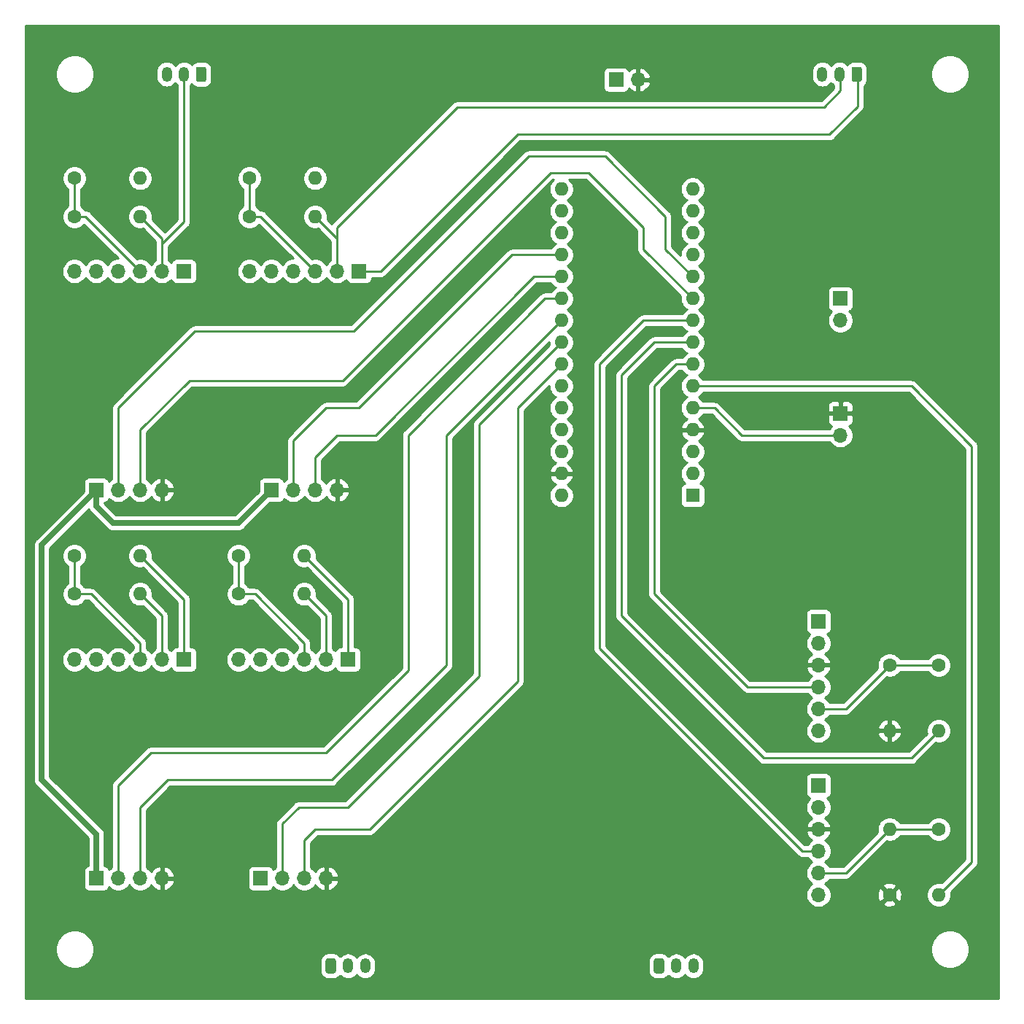
<source format=gtl>
G04 #@! TF.GenerationSoftware,KiCad,Pcbnew,(5.1.9)-1*
G04 #@! TF.CreationDate,2022-02-27T22:21:19-06:00*
G04 #@! TF.ProjectId,V2_load_cell,56325f6c-6f61-4645-9f63-656c6c2e6b69,rev?*
G04 #@! TF.SameCoordinates,Original*
G04 #@! TF.FileFunction,Copper,L1,Top*
G04 #@! TF.FilePolarity,Positive*
%FSLAX46Y46*%
G04 Gerber Fmt 4.6, Leading zero omitted, Abs format (unit mm)*
G04 Created by KiCad (PCBNEW (5.1.9)-1) date 2022-02-27 22:21:19*
%MOMM*%
%LPD*%
G01*
G04 APERTURE LIST*
G04 #@! TA.AperFunction,ComponentPad*
%ADD10O,1.600000X1.600000*%
G04 #@! TD*
G04 #@! TA.AperFunction,ComponentPad*
%ADD11R,1.600000X1.600000*%
G04 #@! TD*
G04 #@! TA.AperFunction,ComponentPad*
%ADD12O,1.200000X1.750000*%
G04 #@! TD*
G04 #@! TA.AperFunction,ComponentPad*
%ADD13O,1.700000X1.700000*%
G04 #@! TD*
G04 #@! TA.AperFunction,ComponentPad*
%ADD14R,1.700000X1.700000*%
G04 #@! TD*
G04 #@! TA.AperFunction,ComponentPad*
%ADD15C,1.600000*%
G04 #@! TD*
G04 #@! TA.AperFunction,Conductor*
%ADD16C,0.250000*%
G04 #@! TD*
G04 #@! TA.AperFunction,Conductor*
%ADD17C,0.635000*%
G04 #@! TD*
G04 #@! TA.AperFunction,Conductor*
%ADD18C,0.254000*%
G04 #@! TD*
G04 #@! TA.AperFunction,Conductor*
%ADD19C,0.100000*%
G04 #@! TD*
G04 APERTURE END LIST*
D10*
X74930000Y-31750000D03*
X90170000Y-31750000D03*
X74930000Y-67310000D03*
X90170000Y-34290000D03*
X74930000Y-64770000D03*
X90170000Y-36830000D03*
X74930000Y-62230000D03*
X90170000Y-39370000D03*
X74930000Y-59690000D03*
X90170000Y-41910000D03*
X74930000Y-57150000D03*
X90170000Y-44450000D03*
X74930000Y-54610000D03*
X90170000Y-46990000D03*
X74930000Y-52070000D03*
X90170000Y-49530000D03*
X74930000Y-49530000D03*
X90170000Y-52070000D03*
X74930000Y-46990000D03*
X90170000Y-54610000D03*
X74930000Y-44450000D03*
X90170000Y-57150000D03*
X74930000Y-41910000D03*
X90170000Y-59690000D03*
X74930000Y-39370000D03*
X90170000Y-62230000D03*
X74930000Y-36830000D03*
X90170000Y-64770000D03*
X74930000Y-34290000D03*
D11*
X90170000Y-67310000D03*
G04 #@! TA.AperFunction,ComponentPad*
G36*
G01*
X47565000Y-122545001D02*
X47565000Y-121294999D01*
G75*
G02*
X47814999Y-121045000I249999J0D01*
G01*
X48515001Y-121045000D01*
G75*
G02*
X48765000Y-121294999I0J-249999D01*
G01*
X48765000Y-122545001D01*
G75*
G02*
X48515001Y-122795000I-249999J0D01*
G01*
X47814999Y-122795000D01*
G75*
G02*
X47565000Y-122545001I0J249999D01*
G01*
G37*
G04 #@! TD.AperFunction*
D12*
X50165000Y-121920000D03*
X52165000Y-121920000D03*
G04 #@! TA.AperFunction,ComponentPad*
G36*
G01*
X85665000Y-122545001D02*
X85665000Y-121294999D01*
G75*
G02*
X85914999Y-121045000I249999J0D01*
G01*
X86615001Y-121045000D01*
G75*
G02*
X86865000Y-121294999I0J-249999D01*
G01*
X86865000Y-122545001D01*
G75*
G02*
X86615001Y-122795000I-249999J0D01*
G01*
X85914999Y-122795000D01*
G75*
G02*
X85665000Y-122545001I0J249999D01*
G01*
G37*
G04 #@! TD.AperFunction*
X88265000Y-121920000D03*
X90265000Y-121920000D03*
G04 #@! TA.AperFunction,ComponentPad*
G36*
G01*
X109820000Y-17789999D02*
X109820000Y-19040001D01*
G75*
G02*
X109570001Y-19290000I-249999J0D01*
G01*
X108869999Y-19290000D01*
G75*
G02*
X108620000Y-19040001I0J249999D01*
G01*
X108620000Y-17789999D01*
G75*
G02*
X108869999Y-17540000I249999J0D01*
G01*
X109570001Y-17540000D01*
G75*
G02*
X109820000Y-17789999I0J-249999D01*
G01*
G37*
G04 #@! TD.AperFunction*
X107220000Y-18415000D03*
X105220000Y-18415000D03*
G04 #@! TA.AperFunction,ComponentPad*
G36*
G01*
X33715000Y-17789999D02*
X33715000Y-19040001D01*
G75*
G02*
X33465001Y-19290000I-249999J0D01*
G01*
X32764999Y-19290000D01*
G75*
G02*
X32515000Y-19040001I0J249999D01*
G01*
X32515000Y-17789999D01*
G75*
G02*
X32764999Y-17540000I249999J0D01*
G01*
X33465001Y-17540000D01*
G75*
G02*
X33715000Y-17789999I0J-249999D01*
G01*
G37*
G04 #@! TD.AperFunction*
X31115000Y-18415000D03*
X29115000Y-18415000D03*
D13*
X107315000Y-46990000D03*
D14*
X107315000Y-44450000D03*
D13*
X107315000Y-60325000D03*
D14*
X107315000Y-57785000D03*
X50165000Y-86360000D03*
D13*
X47625000Y-86360000D03*
X45085000Y-86360000D03*
X42545000Y-86360000D03*
X40005000Y-86360000D03*
X37465000Y-86360000D03*
D15*
X113030000Y-113665000D03*
D10*
X113030000Y-106045000D03*
D15*
X113030000Y-86995000D03*
D10*
X113030000Y-94615000D03*
D15*
X118745000Y-106045000D03*
D10*
X118745000Y-113665000D03*
D15*
X118745000Y-86995000D03*
D10*
X118745000Y-94615000D03*
D14*
X81280000Y-19050000D03*
D13*
X83820000Y-19050000D03*
X104775000Y-94615000D03*
X104775000Y-92075000D03*
X104775000Y-89535000D03*
X104775000Y-86995000D03*
X104775000Y-84455000D03*
D14*
X104775000Y-81915000D03*
X104775000Y-100965000D03*
D13*
X104775000Y-103505000D03*
X104775000Y-106045000D03*
X104775000Y-108585000D03*
X104775000Y-111125000D03*
X104775000Y-113665000D03*
X18415000Y-41275000D03*
X20955000Y-41275000D03*
X23495000Y-41275000D03*
X26035000Y-41275000D03*
X28575000Y-41275000D03*
D14*
X31115000Y-41275000D03*
D13*
X28575000Y-66675000D03*
X26035000Y-66675000D03*
X23495000Y-66675000D03*
D14*
X20955000Y-66675000D03*
X51435000Y-41275000D03*
D13*
X48895000Y-41275000D03*
X46355000Y-41275000D03*
X43815000Y-41275000D03*
X41275000Y-41275000D03*
X38735000Y-41275000D03*
D14*
X41275000Y-66675000D03*
D13*
X43815000Y-66675000D03*
X46355000Y-66675000D03*
X48895000Y-66675000D03*
X18415000Y-86360000D03*
X20955000Y-86360000D03*
X23495000Y-86360000D03*
X26035000Y-86360000D03*
X28575000Y-86360000D03*
D14*
X31115000Y-86360000D03*
X20955000Y-111760000D03*
D13*
X23495000Y-111760000D03*
X26035000Y-111760000D03*
X28575000Y-111760000D03*
X47625000Y-111760000D03*
X45085000Y-111760000D03*
X42545000Y-111760000D03*
D14*
X40005000Y-111760000D03*
D15*
X18415000Y-34925000D03*
D10*
X26035000Y-34925000D03*
X26035000Y-30480000D03*
D15*
X18415000Y-30480000D03*
D10*
X46355000Y-34925000D03*
D15*
X38735000Y-34925000D03*
X38735000Y-30480000D03*
D10*
X46355000Y-30480000D03*
D15*
X18415000Y-78740000D03*
D10*
X26035000Y-78740000D03*
X26035000Y-74295000D03*
D15*
X18415000Y-74295000D03*
D10*
X45085000Y-78740000D03*
D15*
X37465000Y-78740000D03*
X37465000Y-74295000D03*
D10*
X45085000Y-74295000D03*
D16*
X47625000Y-111760000D02*
X47625000Y-114300000D01*
X47625000Y-114300000D02*
X46355000Y-115570000D01*
X46355000Y-115570000D02*
X29845000Y-115570000D01*
X28575000Y-114300000D02*
X28575000Y-111760000D01*
X29845000Y-115570000D02*
X28575000Y-114300000D01*
D17*
X20955000Y-66675000D02*
X20955000Y-68580000D01*
X20955000Y-68580000D02*
X22860000Y-70485000D01*
X37465000Y-70485000D02*
X41275000Y-66675000D01*
X22860000Y-70485000D02*
X37465000Y-70485000D01*
X20955000Y-111760000D02*
X20955000Y-106680000D01*
X20955000Y-106680000D02*
X14605000Y-100330000D01*
X14605000Y-73025000D02*
X20955000Y-66675000D01*
X14605000Y-100330000D02*
X14605000Y-73025000D01*
D16*
X26035000Y-59690000D02*
X31750000Y-53975000D01*
X26035000Y-66675000D02*
X26035000Y-59690000D01*
X78105000Y-29845000D02*
X73660000Y-29845000D01*
X84455000Y-36195000D02*
X78105000Y-29845000D01*
X73660000Y-29845000D02*
X49530000Y-53975000D01*
X84455000Y-38735000D02*
X84455000Y-36195000D01*
X90170000Y-44450000D02*
X84455000Y-38735000D01*
X31750000Y-53975000D02*
X49530000Y-53975000D01*
X80010000Y-27940000D02*
X86995000Y-34925000D01*
X71120000Y-27940000D02*
X80010000Y-27940000D01*
X86995000Y-38735000D02*
X90170000Y-41910000D01*
X86995000Y-34925000D02*
X86995000Y-38735000D01*
X50800000Y-48260000D02*
X71120000Y-27940000D01*
X32385000Y-48260000D02*
X50800000Y-48260000D01*
X23495000Y-57150000D02*
X32385000Y-48260000D01*
X23495000Y-66675000D02*
X23495000Y-57150000D01*
X43815000Y-60960000D02*
X43815000Y-66675000D01*
X47625000Y-57150000D02*
X43815000Y-60960000D01*
X51435000Y-57150000D02*
X47625000Y-57150000D01*
X69215000Y-39370000D02*
X51435000Y-57150000D01*
X74930000Y-39370000D02*
X69215000Y-39370000D01*
X48895000Y-60325000D02*
X46355000Y-62865000D01*
X46355000Y-62865000D02*
X46355000Y-66675000D01*
X48895000Y-60325000D02*
X53340000Y-60325000D01*
X71755000Y-41910000D02*
X74930000Y-41910000D01*
X53340000Y-60325000D02*
X71755000Y-41910000D01*
X61595000Y-60325000D02*
X74930000Y-46990000D01*
X61595000Y-86995000D02*
X61595000Y-60325000D01*
X48260000Y-100330000D02*
X61595000Y-86995000D01*
X29210000Y-100330000D02*
X48260000Y-100330000D01*
X26035000Y-103505000D02*
X29210000Y-100330000D01*
X26035000Y-111760000D02*
X26035000Y-103505000D01*
X47625000Y-97155000D02*
X57150000Y-87630000D01*
X23495000Y-111760000D02*
X23495000Y-100965000D01*
X27305000Y-97155000D02*
X47625000Y-97155000D01*
X23495000Y-100965000D02*
X27305000Y-97155000D01*
X74930000Y-44450000D02*
X73025000Y-44450000D01*
X73025000Y-44450000D02*
X57150000Y-60325000D01*
X57150000Y-60325000D02*
X57150000Y-63500000D01*
X57150000Y-63500000D02*
X57150000Y-62865000D01*
X57150000Y-87630000D02*
X57150000Y-63500000D01*
X69850000Y-88900000D02*
X52705000Y-106045000D01*
X52705000Y-106045000D02*
X46355000Y-106045000D01*
X46355000Y-106045000D02*
X45085000Y-107315000D01*
X45085000Y-111760000D02*
X45085000Y-107315000D01*
X69850000Y-57150000D02*
X69850000Y-65405000D01*
X74930000Y-52070000D02*
X69850000Y-57150000D01*
X69850000Y-65405000D02*
X69850000Y-88900000D01*
X69850000Y-64770000D02*
X69850000Y-65405000D01*
X65405000Y-59055000D02*
X74930000Y-49530000D01*
X65405000Y-88265000D02*
X65405000Y-59055000D01*
X50165000Y-103505000D02*
X65405000Y-88265000D01*
X44450000Y-103505000D02*
X50165000Y-103505000D01*
X42545000Y-105410000D02*
X44450000Y-103505000D01*
X42545000Y-111760000D02*
X42545000Y-105410000D01*
X26035000Y-34925000D02*
X28575000Y-37465000D01*
X28575000Y-38735000D02*
X28575000Y-41275000D01*
X28575000Y-37465000D02*
X28575000Y-38735000D01*
X28575000Y-38735000D02*
X28575000Y-38100000D01*
X31115000Y-35560000D02*
X31115000Y-18415000D01*
X28575000Y-38100000D02*
X31115000Y-35560000D01*
X23495000Y-41275000D02*
X23495000Y-40640000D01*
X48895000Y-37465000D02*
X46355000Y-34925000D01*
X48895000Y-41275000D02*
X48895000Y-37465000D01*
X105410000Y-22225000D02*
X107315000Y-20320000D01*
X62865000Y-22225000D02*
X105410000Y-22225000D01*
X107315000Y-20320000D02*
X107315000Y-18415000D01*
X48895000Y-36195000D02*
X62865000Y-22225000D01*
X48895000Y-37465000D02*
X48895000Y-36195000D01*
X109315000Y-18415000D02*
X109315000Y-22130000D01*
X109315000Y-22130000D02*
X106045000Y-25400000D01*
X106045000Y-25400000D02*
X69850000Y-25400000D01*
X53975000Y-41275000D02*
X51435000Y-41275000D01*
X69850000Y-25400000D02*
X53975000Y-41275000D01*
X31115000Y-79375000D02*
X31115000Y-86360000D01*
X26035000Y-74295000D02*
X31115000Y-79375000D01*
X26035000Y-78740000D02*
X28575000Y-81280000D01*
X28575000Y-81280000D02*
X28575000Y-86360000D01*
X45085000Y-78740000D02*
X47625000Y-81280000D01*
X47625000Y-81280000D02*
X47625000Y-86360000D01*
X45085000Y-74295000D02*
X50165000Y-79375000D01*
X50165000Y-79375000D02*
X50165000Y-86360000D01*
X18415000Y-30480000D02*
X18415000Y-34925000D01*
X19685000Y-34925000D02*
X26035000Y-41275000D01*
X18415000Y-34925000D02*
X19685000Y-34925000D01*
X38735000Y-30480000D02*
X38735000Y-34925000D01*
X38735000Y-34925000D02*
X40005000Y-34925000D01*
X40005000Y-34925000D02*
X46355000Y-41275000D01*
X18415000Y-74295000D02*
X18415000Y-78740000D01*
X26035000Y-84455000D02*
X26035000Y-86360000D01*
X20320000Y-78740000D02*
X26035000Y-84455000D01*
X18415000Y-78740000D02*
X20320000Y-78740000D01*
X37465000Y-74295000D02*
X37465000Y-78740000D01*
X37465000Y-78740000D02*
X39370000Y-78740000D01*
X39370000Y-78740000D02*
X45085000Y-84455000D01*
X45085000Y-84455000D02*
X45085000Y-86360000D01*
X122555000Y-109855000D02*
X118745000Y-113665000D01*
X122555000Y-61595000D02*
X122555000Y-82550000D01*
X115570000Y-54610000D02*
X122555000Y-61595000D01*
X90170000Y-54610000D02*
X115570000Y-54610000D01*
X122555000Y-82550000D02*
X122555000Y-109855000D01*
X122555000Y-80010000D02*
X122555000Y-82550000D01*
X118745000Y-94615000D02*
X115570000Y-97790000D01*
X115570000Y-97790000D02*
X98425000Y-97790000D01*
X81915000Y-81280000D02*
X85090000Y-84455000D01*
X85090000Y-84455000D02*
X84455000Y-83820000D01*
X98425000Y-97790000D02*
X85090000Y-84455000D01*
X90170000Y-49530000D02*
X85725000Y-49530000D01*
X81915000Y-53340000D02*
X81915000Y-81280000D01*
X85725000Y-49530000D02*
X81915000Y-53340000D01*
X102870000Y-108585000D02*
X79375000Y-85090000D01*
X104775000Y-108585000D02*
X102870000Y-108585000D01*
X90170000Y-46990000D02*
X84455000Y-46990000D01*
X79375000Y-52070000D02*
X79375000Y-85090000D01*
X84455000Y-46990000D02*
X79375000Y-52070000D01*
X104775000Y-89535000D02*
X96520000Y-89535000D01*
X90170000Y-52070000D02*
X88265000Y-52070000D01*
X88265000Y-52070000D02*
X85725000Y-54610000D01*
X85725000Y-78740000D02*
X87630000Y-80645000D01*
X85725000Y-54610000D02*
X85725000Y-78740000D01*
X87630000Y-80645000D02*
X86995000Y-80010000D01*
X96520000Y-89535000D02*
X87630000Y-80645000D01*
X113030000Y-86995000D02*
X118745000Y-86995000D01*
X107950000Y-92075000D02*
X113030000Y-86995000D01*
X104775000Y-92075000D02*
X107950000Y-92075000D01*
X118745000Y-106045000D02*
X113030000Y-106045000D01*
X107950000Y-111125000D02*
X113030000Y-106045000D01*
X104775000Y-111125000D02*
X107950000Y-111125000D01*
X90170000Y-57150000D02*
X92710000Y-57150000D01*
X95885000Y-60325000D02*
X107315000Y-60325000D01*
X92710000Y-57150000D02*
X95885000Y-60325000D01*
D18*
X125705000Y-125705000D02*
X12725000Y-125705000D01*
X12725000Y-119794872D01*
X16180000Y-119794872D01*
X16180000Y-120235128D01*
X16265890Y-120666925D01*
X16434369Y-121073669D01*
X16678962Y-121439729D01*
X16990271Y-121751038D01*
X17356331Y-121995631D01*
X17763075Y-122164110D01*
X18194872Y-122250000D01*
X18635128Y-122250000D01*
X19066925Y-122164110D01*
X19473669Y-121995631D01*
X19839729Y-121751038D01*
X20151038Y-121439729D01*
X20247743Y-121294999D01*
X46926928Y-121294999D01*
X46926928Y-122545001D01*
X46943992Y-122718255D01*
X46994528Y-122884851D01*
X47076595Y-123038387D01*
X47187038Y-123172962D01*
X47321613Y-123283405D01*
X47475149Y-123365472D01*
X47641745Y-123416008D01*
X47814999Y-123433072D01*
X48515001Y-123433072D01*
X48688255Y-123416008D01*
X48854851Y-123365472D01*
X49008387Y-123283405D01*
X49142962Y-123172962D01*
X49253405Y-123038387D01*
X49255810Y-123033888D01*
X49287499Y-123072502D01*
X49475552Y-123226833D01*
X49690100Y-123341511D01*
X49922899Y-123412130D01*
X50165000Y-123435975D01*
X50407102Y-123412130D01*
X50639901Y-123341511D01*
X50854449Y-123226833D01*
X51042502Y-123072502D01*
X51165000Y-122923237D01*
X51287499Y-123072502D01*
X51475552Y-123226833D01*
X51690100Y-123341511D01*
X51922899Y-123412130D01*
X52165000Y-123435975D01*
X52407102Y-123412130D01*
X52639901Y-123341511D01*
X52854449Y-123226833D01*
X53042502Y-123072502D01*
X53196833Y-122884449D01*
X53311511Y-122669900D01*
X53382130Y-122437101D01*
X53400000Y-122255664D01*
X53400000Y-121584335D01*
X53382130Y-121402898D01*
X53349400Y-121294999D01*
X85026928Y-121294999D01*
X85026928Y-122545001D01*
X85043992Y-122718255D01*
X85094528Y-122884851D01*
X85176595Y-123038387D01*
X85287038Y-123172962D01*
X85421613Y-123283405D01*
X85575149Y-123365472D01*
X85741745Y-123416008D01*
X85914999Y-123433072D01*
X86615001Y-123433072D01*
X86788255Y-123416008D01*
X86954851Y-123365472D01*
X87108387Y-123283405D01*
X87242962Y-123172962D01*
X87353405Y-123038387D01*
X87355810Y-123033888D01*
X87387499Y-123072502D01*
X87575552Y-123226833D01*
X87790100Y-123341511D01*
X88022899Y-123412130D01*
X88265000Y-123435975D01*
X88507102Y-123412130D01*
X88739901Y-123341511D01*
X88954449Y-123226833D01*
X89142502Y-123072502D01*
X89265000Y-122923237D01*
X89387499Y-123072502D01*
X89575552Y-123226833D01*
X89790100Y-123341511D01*
X90022899Y-123412130D01*
X90265000Y-123435975D01*
X90507102Y-123412130D01*
X90739901Y-123341511D01*
X90954449Y-123226833D01*
X91142502Y-123072502D01*
X91296833Y-122884449D01*
X91411511Y-122669900D01*
X91482130Y-122437101D01*
X91500000Y-122255664D01*
X91500000Y-121584335D01*
X91482130Y-121402898D01*
X91411511Y-121170099D01*
X91296833Y-120955551D01*
X91142502Y-120767498D01*
X90954448Y-120613167D01*
X90739900Y-120498489D01*
X90507101Y-120427870D01*
X90265000Y-120404025D01*
X90022898Y-120427870D01*
X89790099Y-120498489D01*
X89575551Y-120613167D01*
X89387498Y-120767498D01*
X89265000Y-120916763D01*
X89142502Y-120767498D01*
X88954448Y-120613167D01*
X88739900Y-120498489D01*
X88507101Y-120427870D01*
X88265000Y-120404025D01*
X88022898Y-120427870D01*
X87790099Y-120498489D01*
X87575551Y-120613167D01*
X87387498Y-120767498D01*
X87355809Y-120806111D01*
X87353405Y-120801613D01*
X87242962Y-120667038D01*
X87108387Y-120556595D01*
X86954851Y-120474528D01*
X86788255Y-120423992D01*
X86615001Y-120406928D01*
X85914999Y-120406928D01*
X85741745Y-120423992D01*
X85575149Y-120474528D01*
X85421613Y-120556595D01*
X85287038Y-120667038D01*
X85176595Y-120801613D01*
X85094528Y-120955149D01*
X85043992Y-121121745D01*
X85026928Y-121294999D01*
X53349400Y-121294999D01*
X53311511Y-121170099D01*
X53196833Y-120955551D01*
X53042502Y-120767498D01*
X52854448Y-120613167D01*
X52639900Y-120498489D01*
X52407101Y-120427870D01*
X52165000Y-120404025D01*
X51922898Y-120427870D01*
X51690099Y-120498489D01*
X51475551Y-120613167D01*
X51287498Y-120767498D01*
X51165000Y-120916763D01*
X51042502Y-120767498D01*
X50854448Y-120613167D01*
X50639900Y-120498489D01*
X50407101Y-120427870D01*
X50165000Y-120404025D01*
X49922898Y-120427870D01*
X49690099Y-120498489D01*
X49475551Y-120613167D01*
X49287498Y-120767498D01*
X49255809Y-120806111D01*
X49253405Y-120801613D01*
X49142962Y-120667038D01*
X49008387Y-120556595D01*
X48854851Y-120474528D01*
X48688255Y-120423992D01*
X48515001Y-120406928D01*
X47814999Y-120406928D01*
X47641745Y-120423992D01*
X47475149Y-120474528D01*
X47321613Y-120556595D01*
X47187038Y-120667038D01*
X47076595Y-120801613D01*
X46994528Y-120955149D01*
X46943992Y-121121745D01*
X46926928Y-121294999D01*
X20247743Y-121294999D01*
X20395631Y-121073669D01*
X20564110Y-120666925D01*
X20650000Y-120235128D01*
X20650000Y-119794872D01*
X117780000Y-119794872D01*
X117780000Y-120235128D01*
X117865890Y-120666925D01*
X118034369Y-121073669D01*
X118278962Y-121439729D01*
X118590271Y-121751038D01*
X118956331Y-121995631D01*
X119363075Y-122164110D01*
X119794872Y-122250000D01*
X120235128Y-122250000D01*
X120666925Y-122164110D01*
X121073669Y-121995631D01*
X121439729Y-121751038D01*
X121751038Y-121439729D01*
X121995631Y-121073669D01*
X122164110Y-120666925D01*
X122250000Y-120235128D01*
X122250000Y-119794872D01*
X122164110Y-119363075D01*
X121995631Y-118956331D01*
X121751038Y-118590271D01*
X121439729Y-118278962D01*
X121073669Y-118034369D01*
X120666925Y-117865890D01*
X120235128Y-117780000D01*
X119794872Y-117780000D01*
X119363075Y-117865890D01*
X118956331Y-118034369D01*
X118590271Y-118278962D01*
X118278962Y-118590271D01*
X118034369Y-118956331D01*
X117865890Y-119363075D01*
X117780000Y-119794872D01*
X20650000Y-119794872D01*
X20564110Y-119363075D01*
X20395631Y-118956331D01*
X20151038Y-118590271D01*
X19839729Y-118278962D01*
X19473669Y-118034369D01*
X19066925Y-117865890D01*
X18635128Y-117780000D01*
X18194872Y-117780000D01*
X17763075Y-117865890D01*
X17356331Y-118034369D01*
X16990271Y-118278962D01*
X16678962Y-118590271D01*
X16434369Y-118956331D01*
X16265890Y-119363075D01*
X16180000Y-119794872D01*
X12725000Y-119794872D01*
X12725000Y-73025000D01*
X13647892Y-73025000D01*
X13652501Y-73071795D01*
X13652500Y-100283215D01*
X13647892Y-100330000D01*
X13652500Y-100376784D01*
X13666283Y-100516722D01*
X13720748Y-100696268D01*
X13809194Y-100861741D01*
X13928222Y-101006778D01*
X13964569Y-101036607D01*
X20002501Y-107074540D01*
X20002500Y-110282023D01*
X19980518Y-110284188D01*
X19860820Y-110320498D01*
X19750506Y-110379463D01*
X19653815Y-110458815D01*
X19574463Y-110555506D01*
X19515498Y-110665820D01*
X19479188Y-110785518D01*
X19466928Y-110910000D01*
X19466928Y-112610000D01*
X19479188Y-112734482D01*
X19515498Y-112854180D01*
X19574463Y-112964494D01*
X19653815Y-113061185D01*
X19750506Y-113140537D01*
X19860820Y-113199502D01*
X19980518Y-113235812D01*
X20105000Y-113248072D01*
X21805000Y-113248072D01*
X21929482Y-113235812D01*
X22049180Y-113199502D01*
X22159494Y-113140537D01*
X22256185Y-113061185D01*
X22335537Y-112964494D01*
X22394502Y-112854180D01*
X22416513Y-112781620D01*
X22548368Y-112913475D01*
X22791589Y-113075990D01*
X23061842Y-113187932D01*
X23348740Y-113245000D01*
X23641260Y-113245000D01*
X23928158Y-113187932D01*
X24198411Y-113075990D01*
X24441632Y-112913475D01*
X24648475Y-112706632D01*
X24765000Y-112532240D01*
X24881525Y-112706632D01*
X25088368Y-112913475D01*
X25331589Y-113075990D01*
X25601842Y-113187932D01*
X25888740Y-113245000D01*
X26181260Y-113245000D01*
X26468158Y-113187932D01*
X26738411Y-113075990D01*
X26981632Y-112913475D01*
X27188475Y-112706632D01*
X27310195Y-112524466D01*
X27379822Y-112641355D01*
X27574731Y-112857588D01*
X27808080Y-113031641D01*
X28070901Y-113156825D01*
X28218110Y-113201476D01*
X28448000Y-113080155D01*
X28448000Y-111887000D01*
X28702000Y-111887000D01*
X28702000Y-113080155D01*
X28931890Y-113201476D01*
X29079099Y-113156825D01*
X29341920Y-113031641D01*
X29575269Y-112857588D01*
X29770178Y-112641355D01*
X29919157Y-112391252D01*
X30016481Y-112116891D01*
X29895814Y-111887000D01*
X28702000Y-111887000D01*
X28448000Y-111887000D01*
X28428000Y-111887000D01*
X28428000Y-111633000D01*
X28448000Y-111633000D01*
X28448000Y-110439845D01*
X28702000Y-110439845D01*
X28702000Y-111633000D01*
X29895814Y-111633000D01*
X30016481Y-111403109D01*
X29919157Y-111128748D01*
X29770178Y-110878645D01*
X29575269Y-110662412D01*
X29341920Y-110488359D01*
X29079099Y-110363175D01*
X28931890Y-110318524D01*
X28702000Y-110439845D01*
X28448000Y-110439845D01*
X28218110Y-110318524D01*
X28070901Y-110363175D01*
X27808080Y-110488359D01*
X27574731Y-110662412D01*
X27379822Y-110878645D01*
X27310195Y-110995534D01*
X27188475Y-110813368D01*
X26981632Y-110606525D01*
X26795000Y-110481822D01*
X26795000Y-103819801D01*
X29524802Y-101090000D01*
X48222678Y-101090000D01*
X48260000Y-101093676D01*
X48297322Y-101090000D01*
X48297333Y-101090000D01*
X48408986Y-101079003D01*
X48552247Y-101035546D01*
X48684276Y-100964974D01*
X48800001Y-100870001D01*
X48823804Y-100840997D01*
X62106004Y-87558798D01*
X62135001Y-87535001D01*
X62229974Y-87419276D01*
X62300546Y-87287247D01*
X62344003Y-87143986D01*
X62355000Y-87032333D01*
X62355000Y-87032323D01*
X62358676Y-86995000D01*
X62355000Y-86957677D01*
X62355000Y-60639801D01*
X73495000Y-49499802D01*
X73495000Y-49671335D01*
X73531312Y-49853886D01*
X64893998Y-58491201D01*
X64865000Y-58514999D01*
X64841202Y-58543997D01*
X64841201Y-58543998D01*
X64770026Y-58630724D01*
X64699454Y-58762754D01*
X64676023Y-58840000D01*
X64655998Y-58906014D01*
X64651412Y-58952580D01*
X64641324Y-59055000D01*
X64645001Y-59092333D01*
X64645000Y-87950198D01*
X49850199Y-102745000D01*
X44487323Y-102745000D01*
X44450000Y-102741324D01*
X44412677Y-102745000D01*
X44412667Y-102745000D01*
X44301014Y-102755997D01*
X44157753Y-102799454D01*
X44025724Y-102870026D01*
X43909999Y-102964999D01*
X43886201Y-102993997D01*
X42033998Y-104846201D01*
X42005000Y-104869999D01*
X41981202Y-104898997D01*
X41981201Y-104898998D01*
X41910026Y-104985724D01*
X41839454Y-105117754D01*
X41809180Y-105217558D01*
X41795998Y-105261014D01*
X41792552Y-105295998D01*
X41781324Y-105410000D01*
X41785001Y-105447332D01*
X41785000Y-110481821D01*
X41598368Y-110606525D01*
X41466513Y-110738380D01*
X41444502Y-110665820D01*
X41385537Y-110555506D01*
X41306185Y-110458815D01*
X41209494Y-110379463D01*
X41099180Y-110320498D01*
X40979482Y-110284188D01*
X40855000Y-110271928D01*
X39155000Y-110271928D01*
X39030518Y-110284188D01*
X38910820Y-110320498D01*
X38800506Y-110379463D01*
X38703815Y-110458815D01*
X38624463Y-110555506D01*
X38565498Y-110665820D01*
X38529188Y-110785518D01*
X38516928Y-110910000D01*
X38516928Y-112610000D01*
X38529188Y-112734482D01*
X38565498Y-112854180D01*
X38624463Y-112964494D01*
X38703815Y-113061185D01*
X38800506Y-113140537D01*
X38910820Y-113199502D01*
X39030518Y-113235812D01*
X39155000Y-113248072D01*
X40855000Y-113248072D01*
X40979482Y-113235812D01*
X41099180Y-113199502D01*
X41209494Y-113140537D01*
X41306185Y-113061185D01*
X41385537Y-112964494D01*
X41444502Y-112854180D01*
X41466513Y-112781620D01*
X41598368Y-112913475D01*
X41841589Y-113075990D01*
X42111842Y-113187932D01*
X42398740Y-113245000D01*
X42691260Y-113245000D01*
X42978158Y-113187932D01*
X43248411Y-113075990D01*
X43491632Y-112913475D01*
X43698475Y-112706632D01*
X43815000Y-112532240D01*
X43931525Y-112706632D01*
X44138368Y-112913475D01*
X44381589Y-113075990D01*
X44651842Y-113187932D01*
X44938740Y-113245000D01*
X45231260Y-113245000D01*
X45518158Y-113187932D01*
X45788411Y-113075990D01*
X46031632Y-112913475D01*
X46238475Y-112706632D01*
X46360195Y-112524466D01*
X46429822Y-112641355D01*
X46624731Y-112857588D01*
X46858080Y-113031641D01*
X47120901Y-113156825D01*
X47268110Y-113201476D01*
X47498000Y-113080155D01*
X47498000Y-111887000D01*
X47752000Y-111887000D01*
X47752000Y-113080155D01*
X47981890Y-113201476D01*
X48129099Y-113156825D01*
X48391920Y-113031641D01*
X48625269Y-112857588D01*
X48820178Y-112641355D01*
X48969157Y-112391252D01*
X49066481Y-112116891D01*
X48945814Y-111887000D01*
X47752000Y-111887000D01*
X47498000Y-111887000D01*
X47478000Y-111887000D01*
X47478000Y-111633000D01*
X47498000Y-111633000D01*
X47498000Y-110439845D01*
X47752000Y-110439845D01*
X47752000Y-111633000D01*
X48945814Y-111633000D01*
X49066481Y-111403109D01*
X48969157Y-111128748D01*
X48820178Y-110878645D01*
X48625269Y-110662412D01*
X48391920Y-110488359D01*
X48129099Y-110363175D01*
X47981890Y-110318524D01*
X47752000Y-110439845D01*
X47498000Y-110439845D01*
X47268110Y-110318524D01*
X47120901Y-110363175D01*
X46858080Y-110488359D01*
X46624731Y-110662412D01*
X46429822Y-110878645D01*
X46360195Y-110995534D01*
X46238475Y-110813368D01*
X46031632Y-110606525D01*
X45845000Y-110481822D01*
X45845000Y-107629801D01*
X46669802Y-106805000D01*
X52667678Y-106805000D01*
X52705000Y-106808676D01*
X52742322Y-106805000D01*
X52742333Y-106805000D01*
X52853986Y-106794003D01*
X52997247Y-106750546D01*
X53129276Y-106679974D01*
X53245001Y-106585001D01*
X53268804Y-106555997D01*
X70361003Y-89463799D01*
X70390001Y-89440001D01*
X70484974Y-89324276D01*
X70555546Y-89192247D01*
X70599003Y-89048986D01*
X70610000Y-88937333D01*
X70613677Y-88900000D01*
X70610000Y-88862667D01*
X70610000Y-67168665D01*
X73495000Y-67168665D01*
X73495000Y-67451335D01*
X73550147Y-67728574D01*
X73658320Y-67989727D01*
X73815363Y-68224759D01*
X74015241Y-68424637D01*
X74250273Y-68581680D01*
X74511426Y-68689853D01*
X74788665Y-68745000D01*
X75071335Y-68745000D01*
X75348574Y-68689853D01*
X75609727Y-68581680D01*
X75844759Y-68424637D01*
X76044637Y-68224759D01*
X76201680Y-67989727D01*
X76309853Y-67728574D01*
X76365000Y-67451335D01*
X76365000Y-67168665D01*
X76309853Y-66891426D01*
X76201680Y-66630273D01*
X76044637Y-66395241D01*
X75844759Y-66195363D01*
X75609727Y-66038320D01*
X75599135Y-66033933D01*
X75785131Y-65922385D01*
X75993519Y-65733414D01*
X76161037Y-65507420D01*
X76281246Y-65253087D01*
X76321904Y-65119039D01*
X76199915Y-64897000D01*
X75057000Y-64897000D01*
X75057000Y-64917000D01*
X74803000Y-64917000D01*
X74803000Y-64897000D01*
X73660085Y-64897000D01*
X73538096Y-65119039D01*
X73578754Y-65253087D01*
X73698963Y-65507420D01*
X73866481Y-65733414D01*
X74074869Y-65922385D01*
X74260865Y-66033933D01*
X74250273Y-66038320D01*
X74015241Y-66195363D01*
X73815363Y-66395241D01*
X73658320Y-66630273D01*
X73550147Y-66891426D01*
X73495000Y-67168665D01*
X70610000Y-67168665D01*
X70610000Y-57464801D01*
X73495000Y-54579802D01*
X73495000Y-54751335D01*
X73550147Y-55028574D01*
X73658320Y-55289727D01*
X73815363Y-55524759D01*
X74015241Y-55724637D01*
X74247759Y-55880000D01*
X74015241Y-56035363D01*
X73815363Y-56235241D01*
X73658320Y-56470273D01*
X73550147Y-56731426D01*
X73495000Y-57008665D01*
X73495000Y-57291335D01*
X73550147Y-57568574D01*
X73658320Y-57829727D01*
X73815363Y-58064759D01*
X74015241Y-58264637D01*
X74247759Y-58420000D01*
X74015241Y-58575363D01*
X73815363Y-58775241D01*
X73658320Y-59010273D01*
X73550147Y-59271426D01*
X73495000Y-59548665D01*
X73495000Y-59831335D01*
X73550147Y-60108574D01*
X73658320Y-60369727D01*
X73815363Y-60604759D01*
X74015241Y-60804637D01*
X74247759Y-60960000D01*
X74015241Y-61115363D01*
X73815363Y-61315241D01*
X73658320Y-61550273D01*
X73550147Y-61811426D01*
X73495000Y-62088665D01*
X73495000Y-62371335D01*
X73550147Y-62648574D01*
X73658320Y-62909727D01*
X73815363Y-63144759D01*
X74015241Y-63344637D01*
X74250273Y-63501680D01*
X74260865Y-63506067D01*
X74074869Y-63617615D01*
X73866481Y-63806586D01*
X73698963Y-64032580D01*
X73578754Y-64286913D01*
X73538096Y-64420961D01*
X73660085Y-64643000D01*
X74803000Y-64643000D01*
X74803000Y-64623000D01*
X75057000Y-64623000D01*
X75057000Y-64643000D01*
X76199915Y-64643000D01*
X76321904Y-64420961D01*
X76281246Y-64286913D01*
X76161037Y-64032580D01*
X75993519Y-63806586D01*
X75785131Y-63617615D01*
X75599135Y-63506067D01*
X75609727Y-63501680D01*
X75844759Y-63344637D01*
X76044637Y-63144759D01*
X76201680Y-62909727D01*
X76309853Y-62648574D01*
X76365000Y-62371335D01*
X76365000Y-62088665D01*
X76309853Y-61811426D01*
X76201680Y-61550273D01*
X76044637Y-61315241D01*
X75844759Y-61115363D01*
X75612241Y-60960000D01*
X75844759Y-60804637D01*
X76044637Y-60604759D01*
X76201680Y-60369727D01*
X76309853Y-60108574D01*
X76365000Y-59831335D01*
X76365000Y-59548665D01*
X76309853Y-59271426D01*
X76201680Y-59010273D01*
X76044637Y-58775241D01*
X75844759Y-58575363D01*
X75612241Y-58420000D01*
X75844759Y-58264637D01*
X76044637Y-58064759D01*
X76201680Y-57829727D01*
X76309853Y-57568574D01*
X76365000Y-57291335D01*
X76365000Y-57008665D01*
X76309853Y-56731426D01*
X76201680Y-56470273D01*
X76044637Y-56235241D01*
X75844759Y-56035363D01*
X75612241Y-55880000D01*
X75844759Y-55724637D01*
X76044637Y-55524759D01*
X76201680Y-55289727D01*
X76309853Y-55028574D01*
X76365000Y-54751335D01*
X76365000Y-54468665D01*
X76309853Y-54191426D01*
X76201680Y-53930273D01*
X76044637Y-53695241D01*
X75844759Y-53495363D01*
X75612241Y-53340000D01*
X75844759Y-53184637D01*
X76044637Y-52984759D01*
X76201680Y-52749727D01*
X76309853Y-52488574D01*
X76365000Y-52211335D01*
X76365000Y-51928665D01*
X76309853Y-51651426D01*
X76201680Y-51390273D01*
X76044637Y-51155241D01*
X75844759Y-50955363D01*
X75612241Y-50800000D01*
X75844759Y-50644637D01*
X76044637Y-50444759D01*
X76201680Y-50209727D01*
X76309853Y-49948574D01*
X76365000Y-49671335D01*
X76365000Y-49388665D01*
X76309853Y-49111426D01*
X76201680Y-48850273D01*
X76044637Y-48615241D01*
X75844759Y-48415363D01*
X75612241Y-48260000D01*
X75844759Y-48104637D01*
X76044637Y-47904759D01*
X76201680Y-47669727D01*
X76309853Y-47408574D01*
X76365000Y-47131335D01*
X76365000Y-46848665D01*
X76309853Y-46571426D01*
X76201680Y-46310273D01*
X76044637Y-46075241D01*
X75844759Y-45875363D01*
X75612241Y-45720000D01*
X75844759Y-45564637D01*
X76044637Y-45364759D01*
X76201680Y-45129727D01*
X76309853Y-44868574D01*
X76365000Y-44591335D01*
X76365000Y-44308665D01*
X76309853Y-44031426D01*
X76201680Y-43770273D01*
X76044637Y-43535241D01*
X75844759Y-43335363D01*
X75612241Y-43180000D01*
X75844759Y-43024637D01*
X76044637Y-42824759D01*
X76201680Y-42589727D01*
X76309853Y-42328574D01*
X76365000Y-42051335D01*
X76365000Y-41768665D01*
X76309853Y-41491426D01*
X76201680Y-41230273D01*
X76044637Y-40995241D01*
X75844759Y-40795363D01*
X75612241Y-40640000D01*
X75844759Y-40484637D01*
X76044637Y-40284759D01*
X76201680Y-40049727D01*
X76309853Y-39788574D01*
X76365000Y-39511335D01*
X76365000Y-39228665D01*
X76309853Y-38951426D01*
X76201680Y-38690273D01*
X76044637Y-38455241D01*
X75844759Y-38255363D01*
X75612241Y-38100000D01*
X75844759Y-37944637D01*
X76044637Y-37744759D01*
X76201680Y-37509727D01*
X76309853Y-37248574D01*
X76365000Y-36971335D01*
X76365000Y-36688665D01*
X76309853Y-36411426D01*
X76201680Y-36150273D01*
X76044637Y-35915241D01*
X75844759Y-35715363D01*
X75612241Y-35560000D01*
X75844759Y-35404637D01*
X76044637Y-35204759D01*
X76201680Y-34969727D01*
X76309853Y-34708574D01*
X76365000Y-34431335D01*
X76365000Y-34148665D01*
X76309853Y-33871426D01*
X76201680Y-33610273D01*
X76044637Y-33375241D01*
X75844759Y-33175363D01*
X75612241Y-33020000D01*
X75844759Y-32864637D01*
X76044637Y-32664759D01*
X76201680Y-32429727D01*
X76309853Y-32168574D01*
X76365000Y-31891335D01*
X76365000Y-31608665D01*
X76309853Y-31331426D01*
X76201680Y-31070273D01*
X76044637Y-30835241D01*
X75844759Y-30635363D01*
X75799317Y-30605000D01*
X77790199Y-30605000D01*
X83695001Y-36509803D01*
X83695000Y-38697677D01*
X83691324Y-38735000D01*
X83695000Y-38772322D01*
X83695000Y-38772332D01*
X83705997Y-38883985D01*
X83726455Y-38951426D01*
X83749454Y-39027246D01*
X83820026Y-39159276D01*
X83859871Y-39207826D01*
X83914999Y-39275001D01*
X83944003Y-39298804D01*
X88771312Y-44126114D01*
X88735000Y-44308665D01*
X88735000Y-44591335D01*
X88790147Y-44868574D01*
X88898320Y-45129727D01*
X89055363Y-45364759D01*
X89255241Y-45564637D01*
X89487759Y-45720000D01*
X89255241Y-45875363D01*
X89055363Y-46075241D01*
X88951957Y-46230000D01*
X84492323Y-46230000D01*
X84455000Y-46226324D01*
X84417677Y-46230000D01*
X84417667Y-46230000D01*
X84306014Y-46240997D01*
X84162753Y-46284454D01*
X84030723Y-46355026D01*
X83947083Y-46423668D01*
X83914999Y-46449999D01*
X83891201Y-46478997D01*
X78864003Y-51506196D01*
X78834999Y-51529999D01*
X78779871Y-51597174D01*
X78740026Y-51645724D01*
X78669455Y-51777753D01*
X78669454Y-51777754D01*
X78625997Y-51921015D01*
X78615000Y-52032668D01*
X78615000Y-52032678D01*
X78611324Y-52070000D01*
X78615000Y-52107322D01*
X78615001Y-85052667D01*
X78611324Y-85090000D01*
X78615001Y-85127333D01*
X78622553Y-85204003D01*
X78625998Y-85238985D01*
X78669454Y-85382246D01*
X78740026Y-85514276D01*
X78811201Y-85601002D01*
X78835000Y-85630001D01*
X78863998Y-85653799D01*
X102306201Y-109096003D01*
X102329999Y-109125001D01*
X102445724Y-109219974D01*
X102577753Y-109290546D01*
X102721014Y-109334003D01*
X102832667Y-109345000D01*
X102832675Y-109345000D01*
X102870000Y-109348676D01*
X102907325Y-109345000D01*
X103496822Y-109345000D01*
X103621525Y-109531632D01*
X103828368Y-109738475D01*
X104002760Y-109855000D01*
X103828368Y-109971525D01*
X103621525Y-110178368D01*
X103459010Y-110421589D01*
X103347068Y-110691842D01*
X103290000Y-110978740D01*
X103290000Y-111271260D01*
X103347068Y-111558158D01*
X103459010Y-111828411D01*
X103621525Y-112071632D01*
X103828368Y-112278475D01*
X104002760Y-112395000D01*
X103828368Y-112511525D01*
X103621525Y-112718368D01*
X103459010Y-112961589D01*
X103347068Y-113231842D01*
X103290000Y-113518740D01*
X103290000Y-113811260D01*
X103347068Y-114098158D01*
X103459010Y-114368411D01*
X103621525Y-114611632D01*
X103828368Y-114818475D01*
X104071589Y-114980990D01*
X104341842Y-115092932D01*
X104628740Y-115150000D01*
X104921260Y-115150000D01*
X105208158Y-115092932D01*
X105478411Y-114980990D01*
X105721632Y-114818475D01*
X105882405Y-114657702D01*
X112216903Y-114657702D01*
X112288486Y-114901671D01*
X112543996Y-115022571D01*
X112818184Y-115091300D01*
X113100512Y-115105217D01*
X113380130Y-115063787D01*
X113646292Y-114968603D01*
X113771514Y-114901671D01*
X113843097Y-114657702D01*
X113030000Y-113844605D01*
X112216903Y-114657702D01*
X105882405Y-114657702D01*
X105928475Y-114611632D01*
X106090990Y-114368411D01*
X106202932Y-114098158D01*
X106260000Y-113811260D01*
X106260000Y-113735512D01*
X111589783Y-113735512D01*
X111631213Y-114015130D01*
X111726397Y-114281292D01*
X111793329Y-114406514D01*
X112037298Y-114478097D01*
X112850395Y-113665000D01*
X113209605Y-113665000D01*
X114022702Y-114478097D01*
X114266671Y-114406514D01*
X114387571Y-114151004D01*
X114456300Y-113876816D01*
X114470217Y-113594488D01*
X114428787Y-113314870D01*
X114333603Y-113048708D01*
X114266671Y-112923486D01*
X114022702Y-112851903D01*
X113209605Y-113665000D01*
X112850395Y-113665000D01*
X112037298Y-112851903D01*
X111793329Y-112923486D01*
X111672429Y-113178996D01*
X111603700Y-113453184D01*
X111589783Y-113735512D01*
X106260000Y-113735512D01*
X106260000Y-113518740D01*
X106202932Y-113231842D01*
X106090990Y-112961589D01*
X105928475Y-112718368D01*
X105882405Y-112672298D01*
X112216903Y-112672298D01*
X113030000Y-113485395D01*
X113843097Y-112672298D01*
X113771514Y-112428329D01*
X113516004Y-112307429D01*
X113241816Y-112238700D01*
X112959488Y-112224783D01*
X112679870Y-112266213D01*
X112413708Y-112361397D01*
X112288486Y-112428329D01*
X112216903Y-112672298D01*
X105882405Y-112672298D01*
X105721632Y-112511525D01*
X105547240Y-112395000D01*
X105721632Y-112278475D01*
X105928475Y-112071632D01*
X106053178Y-111885000D01*
X107912678Y-111885000D01*
X107950000Y-111888676D01*
X107987322Y-111885000D01*
X107987333Y-111885000D01*
X108098986Y-111874003D01*
X108242247Y-111830546D01*
X108374276Y-111759974D01*
X108490001Y-111665001D01*
X108513804Y-111635997D01*
X112706114Y-107443688D01*
X112888665Y-107480000D01*
X113171335Y-107480000D01*
X113448574Y-107424853D01*
X113709727Y-107316680D01*
X113944759Y-107159637D01*
X114144637Y-106959759D01*
X114248043Y-106805000D01*
X117526957Y-106805000D01*
X117630363Y-106959759D01*
X117830241Y-107159637D01*
X118065273Y-107316680D01*
X118326426Y-107424853D01*
X118603665Y-107480000D01*
X118886335Y-107480000D01*
X119163574Y-107424853D01*
X119424727Y-107316680D01*
X119659759Y-107159637D01*
X119859637Y-106959759D01*
X120016680Y-106724727D01*
X120124853Y-106463574D01*
X120180000Y-106186335D01*
X120180000Y-105903665D01*
X120124853Y-105626426D01*
X120016680Y-105365273D01*
X119859637Y-105130241D01*
X119659759Y-104930363D01*
X119424727Y-104773320D01*
X119163574Y-104665147D01*
X118886335Y-104610000D01*
X118603665Y-104610000D01*
X118326426Y-104665147D01*
X118065273Y-104773320D01*
X117830241Y-104930363D01*
X117630363Y-105130241D01*
X117526957Y-105285000D01*
X114248043Y-105285000D01*
X114144637Y-105130241D01*
X113944759Y-104930363D01*
X113709727Y-104773320D01*
X113448574Y-104665147D01*
X113171335Y-104610000D01*
X112888665Y-104610000D01*
X112611426Y-104665147D01*
X112350273Y-104773320D01*
X112115241Y-104930363D01*
X111915363Y-105130241D01*
X111758320Y-105365273D01*
X111650147Y-105626426D01*
X111595000Y-105903665D01*
X111595000Y-106186335D01*
X111631312Y-106368886D01*
X107635199Y-110365000D01*
X106053178Y-110365000D01*
X105928475Y-110178368D01*
X105721632Y-109971525D01*
X105547240Y-109855000D01*
X105721632Y-109738475D01*
X105928475Y-109531632D01*
X106090990Y-109288411D01*
X106202932Y-109018158D01*
X106260000Y-108731260D01*
X106260000Y-108438740D01*
X106202932Y-108151842D01*
X106090990Y-107881589D01*
X105928475Y-107638368D01*
X105721632Y-107431525D01*
X105539466Y-107309805D01*
X105656355Y-107240178D01*
X105872588Y-107045269D01*
X106046641Y-106811920D01*
X106171825Y-106549099D01*
X106216476Y-106401890D01*
X106095155Y-106172000D01*
X104902000Y-106172000D01*
X104902000Y-106192000D01*
X104648000Y-106192000D01*
X104648000Y-106172000D01*
X103454845Y-106172000D01*
X103333524Y-106401890D01*
X103378175Y-106549099D01*
X103503359Y-106811920D01*
X103677412Y-107045269D01*
X103893645Y-107240178D01*
X104010534Y-107309805D01*
X103828368Y-107431525D01*
X103621525Y-107638368D01*
X103496822Y-107825000D01*
X103184802Y-107825000D01*
X95474802Y-100115000D01*
X103286928Y-100115000D01*
X103286928Y-101815000D01*
X103299188Y-101939482D01*
X103335498Y-102059180D01*
X103394463Y-102169494D01*
X103473815Y-102266185D01*
X103570506Y-102345537D01*
X103680820Y-102404502D01*
X103753380Y-102426513D01*
X103621525Y-102558368D01*
X103459010Y-102801589D01*
X103347068Y-103071842D01*
X103290000Y-103358740D01*
X103290000Y-103651260D01*
X103347068Y-103938158D01*
X103459010Y-104208411D01*
X103621525Y-104451632D01*
X103828368Y-104658475D01*
X104010534Y-104780195D01*
X103893645Y-104849822D01*
X103677412Y-105044731D01*
X103503359Y-105278080D01*
X103378175Y-105540901D01*
X103333524Y-105688110D01*
X103454845Y-105918000D01*
X104648000Y-105918000D01*
X104648000Y-105898000D01*
X104902000Y-105898000D01*
X104902000Y-105918000D01*
X106095155Y-105918000D01*
X106216476Y-105688110D01*
X106171825Y-105540901D01*
X106046641Y-105278080D01*
X105872588Y-105044731D01*
X105656355Y-104849822D01*
X105539466Y-104780195D01*
X105721632Y-104658475D01*
X105928475Y-104451632D01*
X106090990Y-104208411D01*
X106202932Y-103938158D01*
X106260000Y-103651260D01*
X106260000Y-103358740D01*
X106202932Y-103071842D01*
X106090990Y-102801589D01*
X105928475Y-102558368D01*
X105796620Y-102426513D01*
X105869180Y-102404502D01*
X105979494Y-102345537D01*
X106076185Y-102266185D01*
X106155537Y-102169494D01*
X106214502Y-102059180D01*
X106250812Y-101939482D01*
X106263072Y-101815000D01*
X106263072Y-100115000D01*
X106250812Y-99990518D01*
X106214502Y-99870820D01*
X106155537Y-99760506D01*
X106076185Y-99663815D01*
X105979494Y-99584463D01*
X105869180Y-99525498D01*
X105749482Y-99489188D01*
X105625000Y-99476928D01*
X103925000Y-99476928D01*
X103800518Y-99489188D01*
X103680820Y-99525498D01*
X103570506Y-99584463D01*
X103473815Y-99663815D01*
X103394463Y-99760506D01*
X103335498Y-99870820D01*
X103299188Y-99990518D01*
X103286928Y-100115000D01*
X95474802Y-100115000D01*
X80135000Y-84775199D01*
X80135000Y-52384801D01*
X84769802Y-47750000D01*
X88951957Y-47750000D01*
X89055363Y-47904759D01*
X89255241Y-48104637D01*
X89487759Y-48260000D01*
X89255241Y-48415363D01*
X89055363Y-48615241D01*
X88951957Y-48770000D01*
X85762325Y-48770000D01*
X85725000Y-48766324D01*
X85687675Y-48770000D01*
X85687667Y-48770000D01*
X85576014Y-48780997D01*
X85432753Y-48824454D01*
X85300724Y-48895026D01*
X85184999Y-48989999D01*
X85161201Y-49018997D01*
X81404003Y-52776196D01*
X81374999Y-52799999D01*
X81319871Y-52867174D01*
X81280026Y-52915724D01*
X81243126Y-52984759D01*
X81209454Y-53047754D01*
X81165997Y-53191015D01*
X81155000Y-53302668D01*
X81155000Y-53302678D01*
X81151324Y-53340000D01*
X81155000Y-53377322D01*
X81155001Y-81242667D01*
X81151324Y-81280000D01*
X81155001Y-81317333D01*
X81162553Y-81394003D01*
X81165998Y-81428985D01*
X81209454Y-81572246D01*
X81280026Y-81704276D01*
X81347361Y-81786323D01*
X81375000Y-81820001D01*
X81403998Y-81843799D01*
X84578997Y-85018799D01*
X84579003Y-85018804D01*
X97861201Y-98301003D01*
X97884999Y-98330001D01*
X98000724Y-98424974D01*
X98132753Y-98495546D01*
X98276014Y-98539003D01*
X98387667Y-98550000D01*
X98387677Y-98550000D01*
X98425000Y-98553676D01*
X98462323Y-98550000D01*
X115532678Y-98550000D01*
X115570000Y-98553676D01*
X115607322Y-98550000D01*
X115607333Y-98550000D01*
X115718986Y-98539003D01*
X115862247Y-98495546D01*
X115994276Y-98424974D01*
X116110001Y-98330001D01*
X116133804Y-98300997D01*
X118421114Y-96013688D01*
X118603665Y-96050000D01*
X118886335Y-96050000D01*
X119163574Y-95994853D01*
X119424727Y-95886680D01*
X119659759Y-95729637D01*
X119859637Y-95529759D01*
X120016680Y-95294727D01*
X120124853Y-95033574D01*
X120180000Y-94756335D01*
X120180000Y-94473665D01*
X120124853Y-94196426D01*
X120016680Y-93935273D01*
X119859637Y-93700241D01*
X119659759Y-93500363D01*
X119424727Y-93343320D01*
X119163574Y-93235147D01*
X118886335Y-93180000D01*
X118603665Y-93180000D01*
X118326426Y-93235147D01*
X118065273Y-93343320D01*
X117830241Y-93500363D01*
X117630363Y-93700241D01*
X117473320Y-93935273D01*
X117365147Y-94196426D01*
X117310000Y-94473665D01*
X117310000Y-94756335D01*
X117346312Y-94938886D01*
X115255199Y-97030000D01*
X98739802Y-97030000D01*
X85653804Y-83944003D01*
X85653799Y-83943997D01*
X82675000Y-80965199D01*
X82675000Y-53654801D01*
X86039802Y-50290000D01*
X88951957Y-50290000D01*
X89055363Y-50444759D01*
X89255241Y-50644637D01*
X89487759Y-50800000D01*
X89255241Y-50955363D01*
X89055363Y-51155241D01*
X88951957Y-51310000D01*
X88302322Y-51310000D01*
X88264999Y-51306324D01*
X88227676Y-51310000D01*
X88227667Y-51310000D01*
X88116014Y-51320997D01*
X87972753Y-51364454D01*
X87840724Y-51435026D01*
X87840722Y-51435027D01*
X87840723Y-51435027D01*
X87753996Y-51506201D01*
X87753992Y-51506205D01*
X87724999Y-51529999D01*
X87701205Y-51558992D01*
X85214003Y-54046196D01*
X85184999Y-54069999D01*
X85129871Y-54137174D01*
X85090026Y-54185724D01*
X85046451Y-54267246D01*
X85019454Y-54317754D01*
X84975997Y-54461015D01*
X84965000Y-54572668D01*
X84965000Y-54572678D01*
X84961324Y-54610000D01*
X84965000Y-54647322D01*
X84965001Y-78702667D01*
X84961324Y-78740000D01*
X84965001Y-78777333D01*
X84975245Y-78881335D01*
X84975998Y-78888985D01*
X85019454Y-79032246D01*
X85090026Y-79164276D01*
X85157361Y-79246323D01*
X85185000Y-79280001D01*
X85213998Y-79303799D01*
X86847444Y-80937246D01*
X87118997Y-81208799D01*
X87119003Y-81208804D01*
X95956201Y-90046003D01*
X95979999Y-90075001D01*
X96008997Y-90098799D01*
X96095724Y-90169974D01*
X96227753Y-90240546D01*
X96371014Y-90284003D01*
X96520000Y-90298677D01*
X96557333Y-90295000D01*
X103496822Y-90295000D01*
X103621525Y-90481632D01*
X103828368Y-90688475D01*
X104002760Y-90805000D01*
X103828368Y-90921525D01*
X103621525Y-91128368D01*
X103459010Y-91371589D01*
X103347068Y-91641842D01*
X103290000Y-91928740D01*
X103290000Y-92221260D01*
X103347068Y-92508158D01*
X103459010Y-92778411D01*
X103621525Y-93021632D01*
X103828368Y-93228475D01*
X104002760Y-93345000D01*
X103828368Y-93461525D01*
X103621525Y-93668368D01*
X103459010Y-93911589D01*
X103347068Y-94181842D01*
X103290000Y-94468740D01*
X103290000Y-94761260D01*
X103347068Y-95048158D01*
X103459010Y-95318411D01*
X103621525Y-95561632D01*
X103828368Y-95768475D01*
X104071589Y-95930990D01*
X104341842Y-96042932D01*
X104628740Y-96100000D01*
X104921260Y-96100000D01*
X105208158Y-96042932D01*
X105478411Y-95930990D01*
X105721632Y-95768475D01*
X105928475Y-95561632D01*
X106090990Y-95318411D01*
X106202932Y-95048158D01*
X106219664Y-94964040D01*
X111638091Y-94964040D01*
X111732930Y-95228881D01*
X111877615Y-95470131D01*
X112066586Y-95678519D01*
X112292580Y-95846037D01*
X112546913Y-95966246D01*
X112680961Y-96006904D01*
X112903000Y-95884915D01*
X112903000Y-94742000D01*
X113157000Y-94742000D01*
X113157000Y-95884915D01*
X113379039Y-96006904D01*
X113513087Y-95966246D01*
X113767420Y-95846037D01*
X113993414Y-95678519D01*
X114182385Y-95470131D01*
X114327070Y-95228881D01*
X114421909Y-94964040D01*
X114300624Y-94742000D01*
X113157000Y-94742000D01*
X112903000Y-94742000D01*
X111759376Y-94742000D01*
X111638091Y-94964040D01*
X106219664Y-94964040D01*
X106260000Y-94761260D01*
X106260000Y-94468740D01*
X106219665Y-94265960D01*
X111638091Y-94265960D01*
X111759376Y-94488000D01*
X112903000Y-94488000D01*
X112903000Y-93345085D01*
X113157000Y-93345085D01*
X113157000Y-94488000D01*
X114300624Y-94488000D01*
X114421909Y-94265960D01*
X114327070Y-94001119D01*
X114182385Y-93759869D01*
X113993414Y-93551481D01*
X113767420Y-93383963D01*
X113513087Y-93263754D01*
X113379039Y-93223096D01*
X113157000Y-93345085D01*
X112903000Y-93345085D01*
X112680961Y-93223096D01*
X112546913Y-93263754D01*
X112292580Y-93383963D01*
X112066586Y-93551481D01*
X111877615Y-93759869D01*
X111732930Y-94001119D01*
X111638091Y-94265960D01*
X106219665Y-94265960D01*
X106202932Y-94181842D01*
X106090990Y-93911589D01*
X105928475Y-93668368D01*
X105721632Y-93461525D01*
X105547240Y-93345000D01*
X105721632Y-93228475D01*
X105928475Y-93021632D01*
X106053178Y-92835000D01*
X107912678Y-92835000D01*
X107950000Y-92838676D01*
X107987322Y-92835000D01*
X107987333Y-92835000D01*
X108098986Y-92824003D01*
X108242247Y-92780546D01*
X108374276Y-92709974D01*
X108490001Y-92615001D01*
X108513804Y-92585997D01*
X112706114Y-88393688D01*
X112888665Y-88430000D01*
X113171335Y-88430000D01*
X113448574Y-88374853D01*
X113709727Y-88266680D01*
X113944759Y-88109637D01*
X114144637Y-87909759D01*
X114248043Y-87755000D01*
X117526957Y-87755000D01*
X117630363Y-87909759D01*
X117830241Y-88109637D01*
X118065273Y-88266680D01*
X118326426Y-88374853D01*
X118603665Y-88430000D01*
X118886335Y-88430000D01*
X119163574Y-88374853D01*
X119424727Y-88266680D01*
X119659759Y-88109637D01*
X119859637Y-87909759D01*
X120016680Y-87674727D01*
X120124853Y-87413574D01*
X120180000Y-87136335D01*
X120180000Y-86853665D01*
X120124853Y-86576426D01*
X120016680Y-86315273D01*
X119859637Y-86080241D01*
X119659759Y-85880363D01*
X119424727Y-85723320D01*
X119163574Y-85615147D01*
X118886335Y-85560000D01*
X118603665Y-85560000D01*
X118326426Y-85615147D01*
X118065273Y-85723320D01*
X117830241Y-85880363D01*
X117630363Y-86080241D01*
X117526957Y-86235000D01*
X114248043Y-86235000D01*
X114144637Y-86080241D01*
X113944759Y-85880363D01*
X113709727Y-85723320D01*
X113448574Y-85615147D01*
X113171335Y-85560000D01*
X112888665Y-85560000D01*
X112611426Y-85615147D01*
X112350273Y-85723320D01*
X112115241Y-85880363D01*
X111915363Y-86080241D01*
X111758320Y-86315273D01*
X111650147Y-86576426D01*
X111595000Y-86853665D01*
X111595000Y-87136335D01*
X111631312Y-87318886D01*
X107635199Y-91315000D01*
X106053178Y-91315000D01*
X105928475Y-91128368D01*
X105721632Y-90921525D01*
X105547240Y-90805000D01*
X105721632Y-90688475D01*
X105928475Y-90481632D01*
X106090990Y-90238411D01*
X106202932Y-89968158D01*
X106260000Y-89681260D01*
X106260000Y-89388740D01*
X106202932Y-89101842D01*
X106090990Y-88831589D01*
X105928475Y-88588368D01*
X105721632Y-88381525D01*
X105539466Y-88259805D01*
X105656355Y-88190178D01*
X105872588Y-87995269D01*
X106046641Y-87761920D01*
X106171825Y-87499099D01*
X106216476Y-87351890D01*
X106095155Y-87122000D01*
X104902000Y-87122000D01*
X104902000Y-87142000D01*
X104648000Y-87142000D01*
X104648000Y-87122000D01*
X103454845Y-87122000D01*
X103333524Y-87351890D01*
X103378175Y-87499099D01*
X103503359Y-87761920D01*
X103677412Y-87995269D01*
X103893645Y-88190178D01*
X104010534Y-88259805D01*
X103828368Y-88381525D01*
X103621525Y-88588368D01*
X103496822Y-88775000D01*
X96834802Y-88775000D01*
X89124802Y-81065000D01*
X103286928Y-81065000D01*
X103286928Y-82765000D01*
X103299188Y-82889482D01*
X103335498Y-83009180D01*
X103394463Y-83119494D01*
X103473815Y-83216185D01*
X103570506Y-83295537D01*
X103680820Y-83354502D01*
X103753380Y-83376513D01*
X103621525Y-83508368D01*
X103459010Y-83751589D01*
X103347068Y-84021842D01*
X103290000Y-84308740D01*
X103290000Y-84601260D01*
X103347068Y-84888158D01*
X103459010Y-85158411D01*
X103621525Y-85401632D01*
X103828368Y-85608475D01*
X104010534Y-85730195D01*
X103893645Y-85799822D01*
X103677412Y-85994731D01*
X103503359Y-86228080D01*
X103378175Y-86490901D01*
X103333524Y-86638110D01*
X103454845Y-86868000D01*
X104648000Y-86868000D01*
X104648000Y-86848000D01*
X104902000Y-86848000D01*
X104902000Y-86868000D01*
X106095155Y-86868000D01*
X106216476Y-86638110D01*
X106171825Y-86490901D01*
X106046641Y-86228080D01*
X105872588Y-85994731D01*
X105656355Y-85799822D01*
X105539466Y-85730195D01*
X105721632Y-85608475D01*
X105928475Y-85401632D01*
X106090990Y-85158411D01*
X106202932Y-84888158D01*
X106260000Y-84601260D01*
X106260000Y-84308740D01*
X106202932Y-84021842D01*
X106090990Y-83751589D01*
X105928475Y-83508368D01*
X105796620Y-83376513D01*
X105869180Y-83354502D01*
X105979494Y-83295537D01*
X106076185Y-83216185D01*
X106155537Y-83119494D01*
X106214502Y-83009180D01*
X106250812Y-82889482D01*
X106263072Y-82765000D01*
X106263072Y-81065000D01*
X106250812Y-80940518D01*
X106214502Y-80820820D01*
X106155537Y-80710506D01*
X106076185Y-80613815D01*
X105979494Y-80534463D01*
X105869180Y-80475498D01*
X105749482Y-80439188D01*
X105625000Y-80426928D01*
X103925000Y-80426928D01*
X103800518Y-80439188D01*
X103680820Y-80475498D01*
X103570506Y-80534463D01*
X103473815Y-80613815D01*
X103394463Y-80710506D01*
X103335498Y-80820820D01*
X103299188Y-80940518D01*
X103286928Y-81065000D01*
X89124802Y-81065000D01*
X88193804Y-80134003D01*
X88193799Y-80133997D01*
X87859078Y-79799276D01*
X86485000Y-78425199D01*
X86485000Y-66510000D01*
X88731928Y-66510000D01*
X88731928Y-68110000D01*
X88744188Y-68234482D01*
X88780498Y-68354180D01*
X88839463Y-68464494D01*
X88918815Y-68561185D01*
X89015506Y-68640537D01*
X89125820Y-68699502D01*
X89245518Y-68735812D01*
X89370000Y-68748072D01*
X90970000Y-68748072D01*
X91094482Y-68735812D01*
X91214180Y-68699502D01*
X91324494Y-68640537D01*
X91421185Y-68561185D01*
X91500537Y-68464494D01*
X91559502Y-68354180D01*
X91595812Y-68234482D01*
X91608072Y-68110000D01*
X91608072Y-66510000D01*
X91595812Y-66385518D01*
X91559502Y-66265820D01*
X91500537Y-66155506D01*
X91421185Y-66058815D01*
X91324494Y-65979463D01*
X91214180Y-65920498D01*
X91094482Y-65884188D01*
X91086039Y-65883357D01*
X91284637Y-65684759D01*
X91441680Y-65449727D01*
X91549853Y-65188574D01*
X91605000Y-64911335D01*
X91605000Y-64628665D01*
X91549853Y-64351426D01*
X91441680Y-64090273D01*
X91284637Y-63855241D01*
X91084759Y-63655363D01*
X90852241Y-63500000D01*
X91084759Y-63344637D01*
X91284637Y-63144759D01*
X91441680Y-62909727D01*
X91549853Y-62648574D01*
X91605000Y-62371335D01*
X91605000Y-62088665D01*
X91549853Y-61811426D01*
X91441680Y-61550273D01*
X91284637Y-61315241D01*
X91084759Y-61115363D01*
X90849727Y-60958320D01*
X90839135Y-60953933D01*
X91025131Y-60842385D01*
X91233519Y-60653414D01*
X91401037Y-60427420D01*
X91521246Y-60173087D01*
X91561904Y-60039039D01*
X91439915Y-59817000D01*
X90297000Y-59817000D01*
X90297000Y-59837000D01*
X90043000Y-59837000D01*
X90043000Y-59817000D01*
X88900085Y-59817000D01*
X88778096Y-60039039D01*
X88818754Y-60173087D01*
X88938963Y-60427420D01*
X89106481Y-60653414D01*
X89314869Y-60842385D01*
X89500865Y-60953933D01*
X89490273Y-60958320D01*
X89255241Y-61115363D01*
X89055363Y-61315241D01*
X88898320Y-61550273D01*
X88790147Y-61811426D01*
X88735000Y-62088665D01*
X88735000Y-62371335D01*
X88790147Y-62648574D01*
X88898320Y-62909727D01*
X89055363Y-63144759D01*
X89255241Y-63344637D01*
X89487759Y-63500000D01*
X89255241Y-63655363D01*
X89055363Y-63855241D01*
X88898320Y-64090273D01*
X88790147Y-64351426D01*
X88735000Y-64628665D01*
X88735000Y-64911335D01*
X88790147Y-65188574D01*
X88898320Y-65449727D01*
X89055363Y-65684759D01*
X89253961Y-65883357D01*
X89245518Y-65884188D01*
X89125820Y-65920498D01*
X89015506Y-65979463D01*
X88918815Y-66058815D01*
X88839463Y-66155506D01*
X88780498Y-66265820D01*
X88744188Y-66385518D01*
X88731928Y-66510000D01*
X86485000Y-66510000D01*
X86485000Y-54924801D01*
X88579803Y-52830000D01*
X88951957Y-52830000D01*
X89055363Y-52984759D01*
X89255241Y-53184637D01*
X89487759Y-53340000D01*
X89255241Y-53495363D01*
X89055363Y-53695241D01*
X88898320Y-53930273D01*
X88790147Y-54191426D01*
X88735000Y-54468665D01*
X88735000Y-54751335D01*
X88790147Y-55028574D01*
X88898320Y-55289727D01*
X89055363Y-55524759D01*
X89255241Y-55724637D01*
X89487759Y-55880000D01*
X89255241Y-56035363D01*
X89055363Y-56235241D01*
X88898320Y-56470273D01*
X88790147Y-56731426D01*
X88735000Y-57008665D01*
X88735000Y-57291335D01*
X88790147Y-57568574D01*
X88898320Y-57829727D01*
X89055363Y-58064759D01*
X89255241Y-58264637D01*
X89490273Y-58421680D01*
X89500865Y-58426067D01*
X89314869Y-58537615D01*
X89106481Y-58726586D01*
X88938963Y-58952580D01*
X88818754Y-59206913D01*
X88778096Y-59340961D01*
X88900085Y-59563000D01*
X90043000Y-59563000D01*
X90043000Y-59543000D01*
X90297000Y-59543000D01*
X90297000Y-59563000D01*
X91439915Y-59563000D01*
X91561904Y-59340961D01*
X91521246Y-59206913D01*
X91401037Y-58952580D01*
X91233519Y-58726586D01*
X91025131Y-58537615D01*
X90839135Y-58426067D01*
X90849727Y-58421680D01*
X91084759Y-58264637D01*
X91284637Y-58064759D01*
X91388043Y-57910000D01*
X92395199Y-57910000D01*
X95321201Y-60836003D01*
X95344999Y-60865001D01*
X95373997Y-60888799D01*
X95460723Y-60959974D01*
X95511416Y-60987070D01*
X95592753Y-61030546D01*
X95736014Y-61074003D01*
X95847667Y-61085000D01*
X95847676Y-61085000D01*
X95884999Y-61088676D01*
X95922322Y-61085000D01*
X106036822Y-61085000D01*
X106161525Y-61271632D01*
X106368368Y-61478475D01*
X106611589Y-61640990D01*
X106881842Y-61752932D01*
X107168740Y-61810000D01*
X107461260Y-61810000D01*
X107748158Y-61752932D01*
X108018411Y-61640990D01*
X108261632Y-61478475D01*
X108468475Y-61271632D01*
X108630990Y-61028411D01*
X108742932Y-60758158D01*
X108800000Y-60471260D01*
X108800000Y-60178740D01*
X108742932Y-59891842D01*
X108630990Y-59621589D01*
X108468475Y-59378368D01*
X108336620Y-59246513D01*
X108409180Y-59224502D01*
X108519494Y-59165537D01*
X108616185Y-59086185D01*
X108695537Y-58989494D01*
X108754502Y-58879180D01*
X108790812Y-58759482D01*
X108803072Y-58635000D01*
X108800000Y-58070750D01*
X108641250Y-57912000D01*
X107442000Y-57912000D01*
X107442000Y-57932000D01*
X107188000Y-57932000D01*
X107188000Y-57912000D01*
X105988750Y-57912000D01*
X105830000Y-58070750D01*
X105826928Y-58635000D01*
X105839188Y-58759482D01*
X105875498Y-58879180D01*
X105934463Y-58989494D01*
X106013815Y-59086185D01*
X106110506Y-59165537D01*
X106220820Y-59224502D01*
X106293380Y-59246513D01*
X106161525Y-59378368D01*
X106036822Y-59565000D01*
X96199802Y-59565000D01*
X93569802Y-56935000D01*
X105826928Y-56935000D01*
X105830000Y-57499250D01*
X105988750Y-57658000D01*
X107188000Y-57658000D01*
X107188000Y-56458750D01*
X107442000Y-56458750D01*
X107442000Y-57658000D01*
X108641250Y-57658000D01*
X108800000Y-57499250D01*
X108803072Y-56935000D01*
X108790812Y-56810518D01*
X108754502Y-56690820D01*
X108695537Y-56580506D01*
X108616185Y-56483815D01*
X108519494Y-56404463D01*
X108409180Y-56345498D01*
X108289482Y-56309188D01*
X108165000Y-56296928D01*
X107600750Y-56300000D01*
X107442000Y-56458750D01*
X107188000Y-56458750D01*
X107029250Y-56300000D01*
X106465000Y-56296928D01*
X106340518Y-56309188D01*
X106220820Y-56345498D01*
X106110506Y-56404463D01*
X106013815Y-56483815D01*
X105934463Y-56580506D01*
X105875498Y-56690820D01*
X105839188Y-56810518D01*
X105826928Y-56935000D01*
X93569802Y-56935000D01*
X93273804Y-56639003D01*
X93250001Y-56609999D01*
X93134276Y-56515026D01*
X93002247Y-56444454D01*
X92858986Y-56400997D01*
X92747333Y-56390000D01*
X92747322Y-56390000D01*
X92710000Y-56386324D01*
X92672678Y-56390000D01*
X91388043Y-56390000D01*
X91284637Y-56235241D01*
X91084759Y-56035363D01*
X90852241Y-55880000D01*
X91084759Y-55724637D01*
X91284637Y-55524759D01*
X91388043Y-55370000D01*
X115255199Y-55370000D01*
X121795000Y-61909802D01*
X121795001Y-79972659D01*
X121795000Y-79972668D01*
X121795001Y-81317333D01*
X121795001Y-82512658D01*
X121795000Y-82512668D01*
X121795001Y-109540197D01*
X119068887Y-112266312D01*
X118886335Y-112230000D01*
X118603665Y-112230000D01*
X118326426Y-112285147D01*
X118065273Y-112393320D01*
X117830241Y-112550363D01*
X117630363Y-112750241D01*
X117473320Y-112985273D01*
X117365147Y-113246426D01*
X117310000Y-113523665D01*
X117310000Y-113806335D01*
X117365147Y-114083574D01*
X117473320Y-114344727D01*
X117630363Y-114579759D01*
X117830241Y-114779637D01*
X118065273Y-114936680D01*
X118326426Y-115044853D01*
X118603665Y-115100000D01*
X118886335Y-115100000D01*
X119163574Y-115044853D01*
X119424727Y-114936680D01*
X119659759Y-114779637D01*
X119859637Y-114579759D01*
X120016680Y-114344727D01*
X120124853Y-114083574D01*
X120180000Y-113806335D01*
X120180000Y-113523665D01*
X120143688Y-113341113D01*
X123066003Y-110418799D01*
X123095001Y-110395001D01*
X123189974Y-110279276D01*
X123260546Y-110147247D01*
X123304003Y-110003986D01*
X123315000Y-109892333D01*
X123315000Y-109892325D01*
X123318676Y-109855000D01*
X123315000Y-109817675D01*
X123315000Y-61632325D01*
X123318676Y-61595000D01*
X123315000Y-61557675D01*
X123315000Y-61557667D01*
X123304003Y-61446014D01*
X123260546Y-61302753D01*
X123189974Y-61170724D01*
X123095001Y-61054999D01*
X123066004Y-61031202D01*
X116133804Y-54099003D01*
X116110001Y-54069999D01*
X115994276Y-53975026D01*
X115862247Y-53904454D01*
X115718986Y-53860997D01*
X115607333Y-53850000D01*
X115607322Y-53850000D01*
X115570000Y-53846324D01*
X115532678Y-53850000D01*
X91388043Y-53850000D01*
X91284637Y-53695241D01*
X91084759Y-53495363D01*
X90852241Y-53340000D01*
X91084759Y-53184637D01*
X91284637Y-52984759D01*
X91441680Y-52749727D01*
X91549853Y-52488574D01*
X91605000Y-52211335D01*
X91605000Y-51928665D01*
X91549853Y-51651426D01*
X91441680Y-51390273D01*
X91284637Y-51155241D01*
X91084759Y-50955363D01*
X90852241Y-50800000D01*
X91084759Y-50644637D01*
X91284637Y-50444759D01*
X91441680Y-50209727D01*
X91549853Y-49948574D01*
X91605000Y-49671335D01*
X91605000Y-49388665D01*
X91549853Y-49111426D01*
X91441680Y-48850273D01*
X91284637Y-48615241D01*
X91084759Y-48415363D01*
X90852241Y-48260000D01*
X91084759Y-48104637D01*
X91284637Y-47904759D01*
X91441680Y-47669727D01*
X91549853Y-47408574D01*
X91605000Y-47131335D01*
X91605000Y-46848665D01*
X91549853Y-46571426D01*
X91441680Y-46310273D01*
X91284637Y-46075241D01*
X91084759Y-45875363D01*
X90852241Y-45720000D01*
X91084759Y-45564637D01*
X91284637Y-45364759D01*
X91441680Y-45129727D01*
X91549853Y-44868574D01*
X91605000Y-44591335D01*
X91605000Y-44308665D01*
X91549853Y-44031426D01*
X91441680Y-43770273D01*
X91327908Y-43600000D01*
X105826928Y-43600000D01*
X105826928Y-45300000D01*
X105839188Y-45424482D01*
X105875498Y-45544180D01*
X105934463Y-45654494D01*
X106013815Y-45751185D01*
X106110506Y-45830537D01*
X106220820Y-45889502D01*
X106293380Y-45911513D01*
X106161525Y-46043368D01*
X105999010Y-46286589D01*
X105887068Y-46556842D01*
X105830000Y-46843740D01*
X105830000Y-47136260D01*
X105887068Y-47423158D01*
X105999010Y-47693411D01*
X106161525Y-47936632D01*
X106368368Y-48143475D01*
X106611589Y-48305990D01*
X106881842Y-48417932D01*
X107168740Y-48475000D01*
X107461260Y-48475000D01*
X107748158Y-48417932D01*
X108018411Y-48305990D01*
X108261632Y-48143475D01*
X108468475Y-47936632D01*
X108630990Y-47693411D01*
X108742932Y-47423158D01*
X108800000Y-47136260D01*
X108800000Y-46843740D01*
X108742932Y-46556842D01*
X108630990Y-46286589D01*
X108468475Y-46043368D01*
X108336620Y-45911513D01*
X108409180Y-45889502D01*
X108519494Y-45830537D01*
X108616185Y-45751185D01*
X108695537Y-45654494D01*
X108754502Y-45544180D01*
X108790812Y-45424482D01*
X108803072Y-45300000D01*
X108803072Y-43600000D01*
X108790812Y-43475518D01*
X108754502Y-43355820D01*
X108695537Y-43245506D01*
X108616185Y-43148815D01*
X108519494Y-43069463D01*
X108409180Y-43010498D01*
X108289482Y-42974188D01*
X108165000Y-42961928D01*
X106465000Y-42961928D01*
X106340518Y-42974188D01*
X106220820Y-43010498D01*
X106110506Y-43069463D01*
X106013815Y-43148815D01*
X105934463Y-43245506D01*
X105875498Y-43355820D01*
X105839188Y-43475518D01*
X105826928Y-43600000D01*
X91327908Y-43600000D01*
X91284637Y-43535241D01*
X91084759Y-43335363D01*
X90852241Y-43180000D01*
X91084759Y-43024637D01*
X91284637Y-42824759D01*
X91441680Y-42589727D01*
X91549853Y-42328574D01*
X91605000Y-42051335D01*
X91605000Y-41768665D01*
X91549853Y-41491426D01*
X91441680Y-41230273D01*
X91284637Y-40995241D01*
X91084759Y-40795363D01*
X90852241Y-40640000D01*
X91084759Y-40484637D01*
X91284637Y-40284759D01*
X91441680Y-40049727D01*
X91549853Y-39788574D01*
X91605000Y-39511335D01*
X91605000Y-39228665D01*
X91549853Y-38951426D01*
X91441680Y-38690273D01*
X91284637Y-38455241D01*
X91084759Y-38255363D01*
X90852241Y-38100000D01*
X91084759Y-37944637D01*
X91284637Y-37744759D01*
X91441680Y-37509727D01*
X91549853Y-37248574D01*
X91605000Y-36971335D01*
X91605000Y-36688665D01*
X91549853Y-36411426D01*
X91441680Y-36150273D01*
X91284637Y-35915241D01*
X91084759Y-35715363D01*
X90852241Y-35560000D01*
X91084759Y-35404637D01*
X91284637Y-35204759D01*
X91441680Y-34969727D01*
X91549853Y-34708574D01*
X91605000Y-34431335D01*
X91605000Y-34148665D01*
X91549853Y-33871426D01*
X91441680Y-33610273D01*
X91284637Y-33375241D01*
X91084759Y-33175363D01*
X90852241Y-33020000D01*
X91084759Y-32864637D01*
X91284637Y-32664759D01*
X91441680Y-32429727D01*
X91549853Y-32168574D01*
X91605000Y-31891335D01*
X91605000Y-31608665D01*
X91549853Y-31331426D01*
X91441680Y-31070273D01*
X91284637Y-30835241D01*
X91084759Y-30635363D01*
X90849727Y-30478320D01*
X90588574Y-30370147D01*
X90311335Y-30315000D01*
X90028665Y-30315000D01*
X89751426Y-30370147D01*
X89490273Y-30478320D01*
X89255241Y-30635363D01*
X89055363Y-30835241D01*
X88898320Y-31070273D01*
X88790147Y-31331426D01*
X88735000Y-31608665D01*
X88735000Y-31891335D01*
X88790147Y-32168574D01*
X88898320Y-32429727D01*
X89055363Y-32664759D01*
X89255241Y-32864637D01*
X89487759Y-33020000D01*
X89255241Y-33175363D01*
X89055363Y-33375241D01*
X88898320Y-33610273D01*
X88790147Y-33871426D01*
X88735000Y-34148665D01*
X88735000Y-34431335D01*
X88790147Y-34708574D01*
X88898320Y-34969727D01*
X89055363Y-35204759D01*
X89255241Y-35404637D01*
X89487759Y-35560000D01*
X89255241Y-35715363D01*
X89055363Y-35915241D01*
X88898320Y-36150273D01*
X88790147Y-36411426D01*
X88735000Y-36688665D01*
X88735000Y-36971335D01*
X88790147Y-37248574D01*
X88898320Y-37509727D01*
X89055363Y-37744759D01*
X89255241Y-37944637D01*
X89487759Y-38100000D01*
X89255241Y-38255363D01*
X89055363Y-38455241D01*
X88898320Y-38690273D01*
X88790147Y-38951426D01*
X88735000Y-39228665D01*
X88735000Y-39400199D01*
X87755000Y-38420199D01*
X87755000Y-34962325D01*
X87758676Y-34925000D01*
X87755000Y-34887675D01*
X87755000Y-34887667D01*
X87744003Y-34776014D01*
X87700546Y-34632753D01*
X87629974Y-34500724D01*
X87535001Y-34384999D01*
X87506003Y-34361201D01*
X80573804Y-27429003D01*
X80550001Y-27399999D01*
X80434276Y-27305026D01*
X80302247Y-27234454D01*
X80158986Y-27190997D01*
X80047333Y-27180000D01*
X80047322Y-27180000D01*
X80010000Y-27176324D01*
X79972678Y-27180000D01*
X71157333Y-27180000D01*
X71120000Y-27176323D01*
X71082667Y-27180000D01*
X70971014Y-27190997D01*
X70827753Y-27234454D01*
X70695724Y-27305026D01*
X70579999Y-27399999D01*
X70556201Y-27428997D01*
X50485199Y-47500000D01*
X32422333Y-47500000D01*
X32385000Y-47496323D01*
X32347667Y-47500000D01*
X32236014Y-47510997D01*
X32092753Y-47554454D01*
X31960724Y-47625026D01*
X31844999Y-47719999D01*
X31821201Y-47748997D01*
X22983998Y-56586201D01*
X22955000Y-56609999D01*
X22931202Y-56638997D01*
X22931201Y-56638998D01*
X22860026Y-56725724D01*
X22789454Y-56857754D01*
X22766023Y-56935000D01*
X22745998Y-57001014D01*
X22735001Y-57112667D01*
X22731324Y-57150000D01*
X22735001Y-57187332D01*
X22735000Y-65396821D01*
X22548368Y-65521525D01*
X22416513Y-65653380D01*
X22394502Y-65580820D01*
X22335537Y-65470506D01*
X22256185Y-65373815D01*
X22159494Y-65294463D01*
X22049180Y-65235498D01*
X21929482Y-65199188D01*
X21805000Y-65186928D01*
X20105000Y-65186928D01*
X19980518Y-65199188D01*
X19860820Y-65235498D01*
X19750506Y-65294463D01*
X19653815Y-65373815D01*
X19574463Y-65470506D01*
X19515498Y-65580820D01*
X19479188Y-65700518D01*
X19466928Y-65825000D01*
X19466928Y-66816033D01*
X13964564Y-72318398D01*
X13928223Y-72348222D01*
X13898399Y-72384563D01*
X13809194Y-72493260D01*
X13720749Y-72658731D01*
X13666283Y-72838278D01*
X13647892Y-73025000D01*
X12725000Y-73025000D01*
X12725000Y-41128740D01*
X16930000Y-41128740D01*
X16930000Y-41421260D01*
X16987068Y-41708158D01*
X17099010Y-41978411D01*
X17261525Y-42221632D01*
X17468368Y-42428475D01*
X17711589Y-42590990D01*
X17981842Y-42702932D01*
X18268740Y-42760000D01*
X18561260Y-42760000D01*
X18848158Y-42702932D01*
X19118411Y-42590990D01*
X19361632Y-42428475D01*
X19568475Y-42221632D01*
X19685000Y-42047240D01*
X19801525Y-42221632D01*
X20008368Y-42428475D01*
X20251589Y-42590990D01*
X20521842Y-42702932D01*
X20808740Y-42760000D01*
X21101260Y-42760000D01*
X21388158Y-42702932D01*
X21658411Y-42590990D01*
X21901632Y-42428475D01*
X22108475Y-42221632D01*
X22225000Y-42047240D01*
X22341525Y-42221632D01*
X22548368Y-42428475D01*
X22791589Y-42590990D01*
X23061842Y-42702932D01*
X23348740Y-42760000D01*
X23641260Y-42760000D01*
X23928158Y-42702932D01*
X24198411Y-42590990D01*
X24441632Y-42428475D01*
X24648475Y-42221632D01*
X24765000Y-42047240D01*
X24881525Y-42221632D01*
X25088368Y-42428475D01*
X25331589Y-42590990D01*
X25601842Y-42702932D01*
X25888740Y-42760000D01*
X26181260Y-42760000D01*
X26468158Y-42702932D01*
X26738411Y-42590990D01*
X26981632Y-42428475D01*
X27188475Y-42221632D01*
X27305000Y-42047240D01*
X27421525Y-42221632D01*
X27628368Y-42428475D01*
X27871589Y-42590990D01*
X28141842Y-42702932D01*
X28428740Y-42760000D01*
X28721260Y-42760000D01*
X29008158Y-42702932D01*
X29278411Y-42590990D01*
X29521632Y-42428475D01*
X29653487Y-42296620D01*
X29675498Y-42369180D01*
X29734463Y-42479494D01*
X29813815Y-42576185D01*
X29910506Y-42655537D01*
X30020820Y-42714502D01*
X30140518Y-42750812D01*
X30265000Y-42763072D01*
X31965000Y-42763072D01*
X32089482Y-42750812D01*
X32209180Y-42714502D01*
X32319494Y-42655537D01*
X32416185Y-42576185D01*
X32495537Y-42479494D01*
X32554502Y-42369180D01*
X32590812Y-42249482D01*
X32603072Y-42125000D01*
X32603072Y-41128740D01*
X37250000Y-41128740D01*
X37250000Y-41421260D01*
X37307068Y-41708158D01*
X37419010Y-41978411D01*
X37581525Y-42221632D01*
X37788368Y-42428475D01*
X38031589Y-42590990D01*
X38301842Y-42702932D01*
X38588740Y-42760000D01*
X38881260Y-42760000D01*
X39168158Y-42702932D01*
X39438411Y-42590990D01*
X39681632Y-42428475D01*
X39888475Y-42221632D01*
X40005000Y-42047240D01*
X40121525Y-42221632D01*
X40328368Y-42428475D01*
X40571589Y-42590990D01*
X40841842Y-42702932D01*
X41128740Y-42760000D01*
X41421260Y-42760000D01*
X41708158Y-42702932D01*
X41978411Y-42590990D01*
X42221632Y-42428475D01*
X42428475Y-42221632D01*
X42545000Y-42047240D01*
X42661525Y-42221632D01*
X42868368Y-42428475D01*
X43111589Y-42590990D01*
X43381842Y-42702932D01*
X43668740Y-42760000D01*
X43961260Y-42760000D01*
X44248158Y-42702932D01*
X44518411Y-42590990D01*
X44761632Y-42428475D01*
X44968475Y-42221632D01*
X45085000Y-42047240D01*
X45201525Y-42221632D01*
X45408368Y-42428475D01*
X45651589Y-42590990D01*
X45921842Y-42702932D01*
X46208740Y-42760000D01*
X46501260Y-42760000D01*
X46788158Y-42702932D01*
X47058411Y-42590990D01*
X47301632Y-42428475D01*
X47508475Y-42221632D01*
X47625000Y-42047240D01*
X47741525Y-42221632D01*
X47948368Y-42428475D01*
X48191589Y-42590990D01*
X48461842Y-42702932D01*
X48748740Y-42760000D01*
X49041260Y-42760000D01*
X49328158Y-42702932D01*
X49598411Y-42590990D01*
X49841632Y-42428475D01*
X49973487Y-42296620D01*
X49995498Y-42369180D01*
X50054463Y-42479494D01*
X50133815Y-42576185D01*
X50230506Y-42655537D01*
X50340820Y-42714502D01*
X50460518Y-42750812D01*
X50585000Y-42763072D01*
X52285000Y-42763072D01*
X52409482Y-42750812D01*
X52529180Y-42714502D01*
X52639494Y-42655537D01*
X52736185Y-42576185D01*
X52815537Y-42479494D01*
X52874502Y-42369180D01*
X52910812Y-42249482D01*
X52923072Y-42125000D01*
X52923072Y-42035000D01*
X53937678Y-42035000D01*
X53975000Y-42038676D01*
X54012322Y-42035000D01*
X54012333Y-42035000D01*
X54123986Y-42024003D01*
X54267247Y-41980546D01*
X54399276Y-41909974D01*
X54515001Y-41815001D01*
X54538804Y-41785997D01*
X70164802Y-26160000D01*
X106007678Y-26160000D01*
X106045000Y-26163676D01*
X106082322Y-26160000D01*
X106082333Y-26160000D01*
X106193986Y-26149003D01*
X106337247Y-26105546D01*
X106469276Y-26034974D01*
X106585001Y-25940001D01*
X106608804Y-25910997D01*
X109826003Y-22693799D01*
X109855001Y-22670001D01*
X109949974Y-22554276D01*
X110020546Y-22422247D01*
X110064003Y-22278986D01*
X110075000Y-22167333D01*
X110075000Y-22167324D01*
X110078676Y-22130001D01*
X110075000Y-22092678D01*
X110075000Y-19768874D01*
X110197962Y-19667962D01*
X110308405Y-19533387D01*
X110390472Y-19379851D01*
X110441008Y-19213255D01*
X110458072Y-19040001D01*
X110458072Y-18194872D01*
X117780000Y-18194872D01*
X117780000Y-18635128D01*
X117865890Y-19066925D01*
X118034369Y-19473669D01*
X118278962Y-19839729D01*
X118590271Y-20151038D01*
X118956331Y-20395631D01*
X119363075Y-20564110D01*
X119794872Y-20650000D01*
X120235128Y-20650000D01*
X120666925Y-20564110D01*
X121073669Y-20395631D01*
X121439729Y-20151038D01*
X121751038Y-19839729D01*
X121995631Y-19473669D01*
X122164110Y-19066925D01*
X122250000Y-18635128D01*
X122250000Y-18194872D01*
X122164110Y-17763075D01*
X121995631Y-17356331D01*
X121751038Y-16990271D01*
X121439729Y-16678962D01*
X121073669Y-16434369D01*
X120666925Y-16265890D01*
X120235128Y-16180000D01*
X119794872Y-16180000D01*
X119363075Y-16265890D01*
X118956331Y-16434369D01*
X118590271Y-16678962D01*
X118278962Y-16990271D01*
X118034369Y-17356331D01*
X117865890Y-17763075D01*
X117780000Y-18194872D01*
X110458072Y-18194872D01*
X110458072Y-17789999D01*
X110441008Y-17616745D01*
X110390472Y-17450149D01*
X110308405Y-17296613D01*
X110197962Y-17162038D01*
X110063387Y-17051595D01*
X109909851Y-16969528D01*
X109743255Y-16918992D01*
X109570001Y-16901928D01*
X108869999Y-16901928D01*
X108696745Y-16918992D01*
X108530149Y-16969528D01*
X108376613Y-17051595D01*
X108242038Y-17162038D01*
X108131595Y-17296613D01*
X108129191Y-17301111D01*
X108097502Y-17262498D01*
X107909449Y-17108167D01*
X107694901Y-16993489D01*
X107462102Y-16922870D01*
X107220000Y-16899025D01*
X106977899Y-16922870D01*
X106745100Y-16993489D01*
X106530552Y-17108167D01*
X106342499Y-17262498D01*
X106220001Y-17411763D01*
X106097502Y-17262498D01*
X105909449Y-17108167D01*
X105694901Y-16993489D01*
X105462102Y-16922870D01*
X105220000Y-16899025D01*
X104977899Y-16922870D01*
X104745100Y-16993489D01*
X104530552Y-17108167D01*
X104342499Y-17262498D01*
X104188168Y-17450551D01*
X104073489Y-17665099D01*
X104002870Y-17897898D01*
X103985000Y-18079335D01*
X103985000Y-18750664D01*
X104002870Y-18932101D01*
X104073489Y-19164900D01*
X104188167Y-19379448D01*
X104342498Y-19567502D01*
X104530551Y-19721833D01*
X104745099Y-19836511D01*
X104977898Y-19907130D01*
X105220000Y-19930975D01*
X105462101Y-19907130D01*
X105694900Y-19836511D01*
X105909448Y-19721833D01*
X106097502Y-19567502D01*
X106220000Y-19418237D01*
X106342498Y-19567502D01*
X106530551Y-19721833D01*
X106555000Y-19734901D01*
X106555000Y-20005198D01*
X105095199Y-21465000D01*
X62902322Y-21465000D01*
X62864999Y-21461324D01*
X62827676Y-21465000D01*
X62827667Y-21465000D01*
X62716014Y-21475997D01*
X62572753Y-21519454D01*
X62440724Y-21590026D01*
X62440722Y-21590027D01*
X62440723Y-21590027D01*
X62353996Y-21661201D01*
X62353992Y-21661205D01*
X62324999Y-21684999D01*
X62301205Y-21713992D01*
X48383998Y-35631201D01*
X48355000Y-35654999D01*
X48331202Y-35683997D01*
X48331201Y-35683998D01*
X48267013Y-35762211D01*
X47753688Y-35248886D01*
X47790000Y-35066335D01*
X47790000Y-34783665D01*
X47734853Y-34506426D01*
X47626680Y-34245273D01*
X47469637Y-34010241D01*
X47269759Y-33810363D01*
X47034727Y-33653320D01*
X46773574Y-33545147D01*
X46496335Y-33490000D01*
X46213665Y-33490000D01*
X45936426Y-33545147D01*
X45675273Y-33653320D01*
X45440241Y-33810363D01*
X45240363Y-34010241D01*
X45083320Y-34245273D01*
X44975147Y-34506426D01*
X44920000Y-34783665D01*
X44920000Y-35066335D01*
X44975147Y-35343574D01*
X45083320Y-35604727D01*
X45240363Y-35839759D01*
X45440241Y-36039637D01*
X45675273Y-36196680D01*
X45936426Y-36304853D01*
X46213665Y-36360000D01*
X46496335Y-36360000D01*
X46678886Y-36323688D01*
X48135001Y-37779804D01*
X48135000Y-39996821D01*
X47948368Y-40121525D01*
X47741525Y-40328368D01*
X47625000Y-40502760D01*
X47508475Y-40328368D01*
X47301632Y-40121525D01*
X47058411Y-39959010D01*
X46788158Y-39847068D01*
X46501260Y-39790000D01*
X46208740Y-39790000D01*
X45988592Y-39833790D01*
X40568804Y-34414003D01*
X40545001Y-34384999D01*
X40429276Y-34290026D01*
X40297247Y-34219454D01*
X40153986Y-34175997D01*
X40042333Y-34165000D01*
X40042322Y-34165000D01*
X40005000Y-34161324D01*
X39967678Y-34165000D01*
X39953043Y-34165000D01*
X39849637Y-34010241D01*
X39649759Y-33810363D01*
X39495000Y-33706957D01*
X39495000Y-31698043D01*
X39649759Y-31594637D01*
X39849637Y-31394759D01*
X40006680Y-31159727D01*
X40114853Y-30898574D01*
X40170000Y-30621335D01*
X40170000Y-30338665D01*
X44920000Y-30338665D01*
X44920000Y-30621335D01*
X44975147Y-30898574D01*
X45083320Y-31159727D01*
X45240363Y-31394759D01*
X45440241Y-31594637D01*
X45675273Y-31751680D01*
X45936426Y-31859853D01*
X46213665Y-31915000D01*
X46496335Y-31915000D01*
X46773574Y-31859853D01*
X47034727Y-31751680D01*
X47269759Y-31594637D01*
X47469637Y-31394759D01*
X47626680Y-31159727D01*
X47734853Y-30898574D01*
X47790000Y-30621335D01*
X47790000Y-30338665D01*
X47734853Y-30061426D01*
X47626680Y-29800273D01*
X47469637Y-29565241D01*
X47269759Y-29365363D01*
X47034727Y-29208320D01*
X46773574Y-29100147D01*
X46496335Y-29045000D01*
X46213665Y-29045000D01*
X45936426Y-29100147D01*
X45675273Y-29208320D01*
X45440241Y-29365363D01*
X45240363Y-29565241D01*
X45083320Y-29800273D01*
X44975147Y-30061426D01*
X44920000Y-30338665D01*
X40170000Y-30338665D01*
X40114853Y-30061426D01*
X40006680Y-29800273D01*
X39849637Y-29565241D01*
X39649759Y-29365363D01*
X39414727Y-29208320D01*
X39153574Y-29100147D01*
X38876335Y-29045000D01*
X38593665Y-29045000D01*
X38316426Y-29100147D01*
X38055273Y-29208320D01*
X37820241Y-29365363D01*
X37620363Y-29565241D01*
X37463320Y-29800273D01*
X37355147Y-30061426D01*
X37300000Y-30338665D01*
X37300000Y-30621335D01*
X37355147Y-30898574D01*
X37463320Y-31159727D01*
X37620363Y-31394759D01*
X37820241Y-31594637D01*
X37975000Y-31698044D01*
X37975001Y-33706956D01*
X37820241Y-33810363D01*
X37620363Y-34010241D01*
X37463320Y-34245273D01*
X37355147Y-34506426D01*
X37300000Y-34783665D01*
X37300000Y-35066335D01*
X37355147Y-35343574D01*
X37463320Y-35604727D01*
X37620363Y-35839759D01*
X37820241Y-36039637D01*
X38055273Y-36196680D01*
X38316426Y-36304853D01*
X38593665Y-36360000D01*
X38876335Y-36360000D01*
X39153574Y-36304853D01*
X39414727Y-36196680D01*
X39649759Y-36039637D01*
X39847297Y-35842099D01*
X43795198Y-39790000D01*
X43668740Y-39790000D01*
X43381842Y-39847068D01*
X43111589Y-39959010D01*
X42868368Y-40121525D01*
X42661525Y-40328368D01*
X42545000Y-40502760D01*
X42428475Y-40328368D01*
X42221632Y-40121525D01*
X41978411Y-39959010D01*
X41708158Y-39847068D01*
X41421260Y-39790000D01*
X41128740Y-39790000D01*
X40841842Y-39847068D01*
X40571589Y-39959010D01*
X40328368Y-40121525D01*
X40121525Y-40328368D01*
X40005000Y-40502760D01*
X39888475Y-40328368D01*
X39681632Y-40121525D01*
X39438411Y-39959010D01*
X39168158Y-39847068D01*
X38881260Y-39790000D01*
X38588740Y-39790000D01*
X38301842Y-39847068D01*
X38031589Y-39959010D01*
X37788368Y-40121525D01*
X37581525Y-40328368D01*
X37419010Y-40571589D01*
X37307068Y-40841842D01*
X37250000Y-41128740D01*
X32603072Y-41128740D01*
X32603072Y-40425000D01*
X32590812Y-40300518D01*
X32554502Y-40180820D01*
X32495537Y-40070506D01*
X32416185Y-39973815D01*
X32319494Y-39894463D01*
X32209180Y-39835498D01*
X32089482Y-39799188D01*
X31965000Y-39786928D01*
X30265000Y-39786928D01*
X30140518Y-39799188D01*
X30020820Y-39835498D01*
X29910506Y-39894463D01*
X29813815Y-39973815D01*
X29734463Y-40070506D01*
X29675498Y-40180820D01*
X29653487Y-40253380D01*
X29521632Y-40121525D01*
X29335000Y-39996822D01*
X29335000Y-38414801D01*
X31626009Y-36123794D01*
X31655001Y-36100001D01*
X31678795Y-36071008D01*
X31678799Y-36071004D01*
X31749973Y-35984277D01*
X31749974Y-35984276D01*
X31820546Y-35852247D01*
X31864003Y-35708986D01*
X31875000Y-35597333D01*
X31875000Y-35597324D01*
X31878676Y-35560001D01*
X31875000Y-35522678D01*
X31875000Y-19663933D01*
X31992502Y-19567502D01*
X32024191Y-19528889D01*
X32026595Y-19533387D01*
X32137038Y-19667962D01*
X32271613Y-19778405D01*
X32425149Y-19860472D01*
X32591745Y-19911008D01*
X32764999Y-19928072D01*
X33465001Y-19928072D01*
X33638255Y-19911008D01*
X33804851Y-19860472D01*
X33958387Y-19778405D01*
X34092962Y-19667962D01*
X34203405Y-19533387D01*
X34285472Y-19379851D01*
X34336008Y-19213255D01*
X34353072Y-19040001D01*
X34353072Y-18200000D01*
X79791928Y-18200000D01*
X79791928Y-19900000D01*
X79804188Y-20024482D01*
X79840498Y-20144180D01*
X79899463Y-20254494D01*
X79978815Y-20351185D01*
X80075506Y-20430537D01*
X80185820Y-20489502D01*
X80305518Y-20525812D01*
X80430000Y-20538072D01*
X82130000Y-20538072D01*
X82254482Y-20525812D01*
X82374180Y-20489502D01*
X82484494Y-20430537D01*
X82581185Y-20351185D01*
X82660537Y-20254494D01*
X82719502Y-20144180D01*
X82743966Y-20063534D01*
X82819731Y-20147588D01*
X83053080Y-20321641D01*
X83315901Y-20446825D01*
X83463110Y-20491476D01*
X83693000Y-20370155D01*
X83693000Y-19177000D01*
X83947000Y-19177000D01*
X83947000Y-20370155D01*
X84176890Y-20491476D01*
X84324099Y-20446825D01*
X84586920Y-20321641D01*
X84820269Y-20147588D01*
X85015178Y-19931355D01*
X85164157Y-19681252D01*
X85261481Y-19406891D01*
X85140814Y-19177000D01*
X83947000Y-19177000D01*
X83693000Y-19177000D01*
X83673000Y-19177000D01*
X83673000Y-18923000D01*
X83693000Y-18923000D01*
X83693000Y-17729845D01*
X83947000Y-17729845D01*
X83947000Y-18923000D01*
X85140814Y-18923000D01*
X85261481Y-18693109D01*
X85164157Y-18418748D01*
X85015178Y-18168645D01*
X84820269Y-17952412D01*
X84586920Y-17778359D01*
X84324099Y-17653175D01*
X84176890Y-17608524D01*
X83947000Y-17729845D01*
X83693000Y-17729845D01*
X83463110Y-17608524D01*
X83315901Y-17653175D01*
X83053080Y-17778359D01*
X82819731Y-17952412D01*
X82743966Y-18036466D01*
X82719502Y-17955820D01*
X82660537Y-17845506D01*
X82581185Y-17748815D01*
X82484494Y-17669463D01*
X82374180Y-17610498D01*
X82254482Y-17574188D01*
X82130000Y-17561928D01*
X80430000Y-17561928D01*
X80305518Y-17574188D01*
X80185820Y-17610498D01*
X80075506Y-17669463D01*
X79978815Y-17748815D01*
X79899463Y-17845506D01*
X79840498Y-17955820D01*
X79804188Y-18075518D01*
X79791928Y-18200000D01*
X34353072Y-18200000D01*
X34353072Y-17789999D01*
X34336008Y-17616745D01*
X34285472Y-17450149D01*
X34203405Y-17296613D01*
X34092962Y-17162038D01*
X33958387Y-17051595D01*
X33804851Y-16969528D01*
X33638255Y-16918992D01*
X33465001Y-16901928D01*
X32764999Y-16901928D01*
X32591745Y-16918992D01*
X32425149Y-16969528D01*
X32271613Y-17051595D01*
X32137038Y-17162038D01*
X32026595Y-17296613D01*
X32024191Y-17301111D01*
X31992502Y-17262498D01*
X31804449Y-17108167D01*
X31589901Y-16993489D01*
X31357102Y-16922870D01*
X31115000Y-16899025D01*
X30872899Y-16922870D01*
X30640100Y-16993489D01*
X30425552Y-17108167D01*
X30237499Y-17262498D01*
X30115001Y-17411763D01*
X29992502Y-17262498D01*
X29804449Y-17108167D01*
X29589901Y-16993489D01*
X29357102Y-16922870D01*
X29115000Y-16899025D01*
X28872899Y-16922870D01*
X28640100Y-16993489D01*
X28425552Y-17108167D01*
X28237499Y-17262498D01*
X28083168Y-17450551D01*
X27968489Y-17665099D01*
X27897870Y-17897898D01*
X27880000Y-18079335D01*
X27880000Y-18750664D01*
X27897870Y-18932101D01*
X27968489Y-19164900D01*
X28083167Y-19379448D01*
X28237498Y-19567502D01*
X28425551Y-19721833D01*
X28640099Y-19836511D01*
X28872898Y-19907130D01*
X29115000Y-19930975D01*
X29357101Y-19907130D01*
X29589900Y-19836511D01*
X29804448Y-19721833D01*
X29992502Y-19567502D01*
X30115000Y-19418237D01*
X30237498Y-19567502D01*
X30355001Y-19663934D01*
X30355000Y-35245197D01*
X28892501Y-36707698D01*
X27433688Y-35248886D01*
X27470000Y-35066335D01*
X27470000Y-34783665D01*
X27414853Y-34506426D01*
X27306680Y-34245273D01*
X27149637Y-34010241D01*
X26949759Y-33810363D01*
X26714727Y-33653320D01*
X26453574Y-33545147D01*
X26176335Y-33490000D01*
X25893665Y-33490000D01*
X25616426Y-33545147D01*
X25355273Y-33653320D01*
X25120241Y-33810363D01*
X24920363Y-34010241D01*
X24763320Y-34245273D01*
X24655147Y-34506426D01*
X24600000Y-34783665D01*
X24600000Y-35066335D01*
X24655147Y-35343574D01*
X24763320Y-35604727D01*
X24920363Y-35839759D01*
X25120241Y-36039637D01*
X25355273Y-36196680D01*
X25616426Y-36304853D01*
X25893665Y-36360000D01*
X26176335Y-36360000D01*
X26358886Y-36323688D01*
X27815000Y-37779803D01*
X27815000Y-38062678D01*
X27811324Y-38100000D01*
X27815000Y-38137322D01*
X27815000Y-39996821D01*
X27628368Y-40121525D01*
X27421525Y-40328368D01*
X27305000Y-40502760D01*
X27188475Y-40328368D01*
X26981632Y-40121525D01*
X26738411Y-39959010D01*
X26468158Y-39847068D01*
X26181260Y-39790000D01*
X25888740Y-39790000D01*
X25668592Y-39833790D01*
X20248804Y-34414003D01*
X20225001Y-34384999D01*
X20109276Y-34290026D01*
X19977247Y-34219454D01*
X19833986Y-34175997D01*
X19722333Y-34165000D01*
X19722322Y-34165000D01*
X19685000Y-34161324D01*
X19647678Y-34165000D01*
X19633043Y-34165000D01*
X19529637Y-34010241D01*
X19329759Y-33810363D01*
X19175000Y-33706957D01*
X19175000Y-31698043D01*
X19329759Y-31594637D01*
X19529637Y-31394759D01*
X19686680Y-31159727D01*
X19794853Y-30898574D01*
X19850000Y-30621335D01*
X19850000Y-30338665D01*
X24600000Y-30338665D01*
X24600000Y-30621335D01*
X24655147Y-30898574D01*
X24763320Y-31159727D01*
X24920363Y-31394759D01*
X25120241Y-31594637D01*
X25355273Y-31751680D01*
X25616426Y-31859853D01*
X25893665Y-31915000D01*
X26176335Y-31915000D01*
X26453574Y-31859853D01*
X26714727Y-31751680D01*
X26949759Y-31594637D01*
X27149637Y-31394759D01*
X27306680Y-31159727D01*
X27414853Y-30898574D01*
X27470000Y-30621335D01*
X27470000Y-30338665D01*
X27414853Y-30061426D01*
X27306680Y-29800273D01*
X27149637Y-29565241D01*
X26949759Y-29365363D01*
X26714727Y-29208320D01*
X26453574Y-29100147D01*
X26176335Y-29045000D01*
X25893665Y-29045000D01*
X25616426Y-29100147D01*
X25355273Y-29208320D01*
X25120241Y-29365363D01*
X24920363Y-29565241D01*
X24763320Y-29800273D01*
X24655147Y-30061426D01*
X24600000Y-30338665D01*
X19850000Y-30338665D01*
X19794853Y-30061426D01*
X19686680Y-29800273D01*
X19529637Y-29565241D01*
X19329759Y-29365363D01*
X19094727Y-29208320D01*
X18833574Y-29100147D01*
X18556335Y-29045000D01*
X18273665Y-29045000D01*
X17996426Y-29100147D01*
X17735273Y-29208320D01*
X17500241Y-29365363D01*
X17300363Y-29565241D01*
X17143320Y-29800273D01*
X17035147Y-30061426D01*
X16980000Y-30338665D01*
X16980000Y-30621335D01*
X17035147Y-30898574D01*
X17143320Y-31159727D01*
X17300363Y-31394759D01*
X17500241Y-31594637D01*
X17655000Y-31698044D01*
X17655001Y-33706956D01*
X17500241Y-33810363D01*
X17300363Y-34010241D01*
X17143320Y-34245273D01*
X17035147Y-34506426D01*
X16980000Y-34783665D01*
X16980000Y-35066335D01*
X17035147Y-35343574D01*
X17143320Y-35604727D01*
X17300363Y-35839759D01*
X17500241Y-36039637D01*
X17735273Y-36196680D01*
X17996426Y-36304853D01*
X18273665Y-36360000D01*
X18556335Y-36360000D01*
X18833574Y-36304853D01*
X19094727Y-36196680D01*
X19329759Y-36039637D01*
X19527297Y-35842099D01*
X23475198Y-39790000D01*
X23348740Y-39790000D01*
X23061842Y-39847068D01*
X22791589Y-39959010D01*
X22548368Y-40121525D01*
X22341525Y-40328368D01*
X22225000Y-40502760D01*
X22108475Y-40328368D01*
X21901632Y-40121525D01*
X21658411Y-39959010D01*
X21388158Y-39847068D01*
X21101260Y-39790000D01*
X20808740Y-39790000D01*
X20521842Y-39847068D01*
X20251589Y-39959010D01*
X20008368Y-40121525D01*
X19801525Y-40328368D01*
X19685000Y-40502760D01*
X19568475Y-40328368D01*
X19361632Y-40121525D01*
X19118411Y-39959010D01*
X18848158Y-39847068D01*
X18561260Y-39790000D01*
X18268740Y-39790000D01*
X17981842Y-39847068D01*
X17711589Y-39959010D01*
X17468368Y-40121525D01*
X17261525Y-40328368D01*
X17099010Y-40571589D01*
X16987068Y-40841842D01*
X16930000Y-41128740D01*
X12725000Y-41128740D01*
X12725000Y-18194872D01*
X16180000Y-18194872D01*
X16180000Y-18635128D01*
X16265890Y-19066925D01*
X16434369Y-19473669D01*
X16678962Y-19839729D01*
X16990271Y-20151038D01*
X17356331Y-20395631D01*
X17763075Y-20564110D01*
X18194872Y-20650000D01*
X18635128Y-20650000D01*
X19066925Y-20564110D01*
X19473669Y-20395631D01*
X19839729Y-20151038D01*
X20151038Y-19839729D01*
X20395631Y-19473669D01*
X20564110Y-19066925D01*
X20650000Y-18635128D01*
X20650000Y-18194872D01*
X20564110Y-17763075D01*
X20395631Y-17356331D01*
X20151038Y-16990271D01*
X19839729Y-16678962D01*
X19473669Y-16434369D01*
X19066925Y-16265890D01*
X18635128Y-16180000D01*
X18194872Y-16180000D01*
X17763075Y-16265890D01*
X17356331Y-16434369D01*
X16990271Y-16678962D01*
X16678962Y-16990271D01*
X16434369Y-17356331D01*
X16265890Y-17763075D01*
X16180000Y-18194872D01*
X12725000Y-18194872D01*
X12725000Y-12725000D01*
X125705001Y-12725000D01*
X125705000Y-125705000D01*
G04 #@! TA.AperFunction,Conductor*
D19*
G36*
X125705000Y-125705000D02*
G01*
X12725000Y-125705000D01*
X12725000Y-119794872D01*
X16180000Y-119794872D01*
X16180000Y-120235128D01*
X16265890Y-120666925D01*
X16434369Y-121073669D01*
X16678962Y-121439729D01*
X16990271Y-121751038D01*
X17356331Y-121995631D01*
X17763075Y-122164110D01*
X18194872Y-122250000D01*
X18635128Y-122250000D01*
X19066925Y-122164110D01*
X19473669Y-121995631D01*
X19839729Y-121751038D01*
X20151038Y-121439729D01*
X20247743Y-121294999D01*
X46926928Y-121294999D01*
X46926928Y-122545001D01*
X46943992Y-122718255D01*
X46994528Y-122884851D01*
X47076595Y-123038387D01*
X47187038Y-123172962D01*
X47321613Y-123283405D01*
X47475149Y-123365472D01*
X47641745Y-123416008D01*
X47814999Y-123433072D01*
X48515001Y-123433072D01*
X48688255Y-123416008D01*
X48854851Y-123365472D01*
X49008387Y-123283405D01*
X49142962Y-123172962D01*
X49253405Y-123038387D01*
X49255810Y-123033888D01*
X49287499Y-123072502D01*
X49475552Y-123226833D01*
X49690100Y-123341511D01*
X49922899Y-123412130D01*
X50165000Y-123435975D01*
X50407102Y-123412130D01*
X50639901Y-123341511D01*
X50854449Y-123226833D01*
X51042502Y-123072502D01*
X51165000Y-122923237D01*
X51287499Y-123072502D01*
X51475552Y-123226833D01*
X51690100Y-123341511D01*
X51922899Y-123412130D01*
X52165000Y-123435975D01*
X52407102Y-123412130D01*
X52639901Y-123341511D01*
X52854449Y-123226833D01*
X53042502Y-123072502D01*
X53196833Y-122884449D01*
X53311511Y-122669900D01*
X53382130Y-122437101D01*
X53400000Y-122255664D01*
X53400000Y-121584335D01*
X53382130Y-121402898D01*
X53349400Y-121294999D01*
X85026928Y-121294999D01*
X85026928Y-122545001D01*
X85043992Y-122718255D01*
X85094528Y-122884851D01*
X85176595Y-123038387D01*
X85287038Y-123172962D01*
X85421613Y-123283405D01*
X85575149Y-123365472D01*
X85741745Y-123416008D01*
X85914999Y-123433072D01*
X86615001Y-123433072D01*
X86788255Y-123416008D01*
X86954851Y-123365472D01*
X87108387Y-123283405D01*
X87242962Y-123172962D01*
X87353405Y-123038387D01*
X87355810Y-123033888D01*
X87387499Y-123072502D01*
X87575552Y-123226833D01*
X87790100Y-123341511D01*
X88022899Y-123412130D01*
X88265000Y-123435975D01*
X88507102Y-123412130D01*
X88739901Y-123341511D01*
X88954449Y-123226833D01*
X89142502Y-123072502D01*
X89265000Y-122923237D01*
X89387499Y-123072502D01*
X89575552Y-123226833D01*
X89790100Y-123341511D01*
X90022899Y-123412130D01*
X90265000Y-123435975D01*
X90507102Y-123412130D01*
X90739901Y-123341511D01*
X90954449Y-123226833D01*
X91142502Y-123072502D01*
X91296833Y-122884449D01*
X91411511Y-122669900D01*
X91482130Y-122437101D01*
X91500000Y-122255664D01*
X91500000Y-121584335D01*
X91482130Y-121402898D01*
X91411511Y-121170099D01*
X91296833Y-120955551D01*
X91142502Y-120767498D01*
X90954448Y-120613167D01*
X90739900Y-120498489D01*
X90507101Y-120427870D01*
X90265000Y-120404025D01*
X90022898Y-120427870D01*
X89790099Y-120498489D01*
X89575551Y-120613167D01*
X89387498Y-120767498D01*
X89265000Y-120916763D01*
X89142502Y-120767498D01*
X88954448Y-120613167D01*
X88739900Y-120498489D01*
X88507101Y-120427870D01*
X88265000Y-120404025D01*
X88022898Y-120427870D01*
X87790099Y-120498489D01*
X87575551Y-120613167D01*
X87387498Y-120767498D01*
X87355809Y-120806111D01*
X87353405Y-120801613D01*
X87242962Y-120667038D01*
X87108387Y-120556595D01*
X86954851Y-120474528D01*
X86788255Y-120423992D01*
X86615001Y-120406928D01*
X85914999Y-120406928D01*
X85741745Y-120423992D01*
X85575149Y-120474528D01*
X85421613Y-120556595D01*
X85287038Y-120667038D01*
X85176595Y-120801613D01*
X85094528Y-120955149D01*
X85043992Y-121121745D01*
X85026928Y-121294999D01*
X53349400Y-121294999D01*
X53311511Y-121170099D01*
X53196833Y-120955551D01*
X53042502Y-120767498D01*
X52854448Y-120613167D01*
X52639900Y-120498489D01*
X52407101Y-120427870D01*
X52165000Y-120404025D01*
X51922898Y-120427870D01*
X51690099Y-120498489D01*
X51475551Y-120613167D01*
X51287498Y-120767498D01*
X51165000Y-120916763D01*
X51042502Y-120767498D01*
X50854448Y-120613167D01*
X50639900Y-120498489D01*
X50407101Y-120427870D01*
X50165000Y-120404025D01*
X49922898Y-120427870D01*
X49690099Y-120498489D01*
X49475551Y-120613167D01*
X49287498Y-120767498D01*
X49255809Y-120806111D01*
X49253405Y-120801613D01*
X49142962Y-120667038D01*
X49008387Y-120556595D01*
X48854851Y-120474528D01*
X48688255Y-120423992D01*
X48515001Y-120406928D01*
X47814999Y-120406928D01*
X47641745Y-120423992D01*
X47475149Y-120474528D01*
X47321613Y-120556595D01*
X47187038Y-120667038D01*
X47076595Y-120801613D01*
X46994528Y-120955149D01*
X46943992Y-121121745D01*
X46926928Y-121294999D01*
X20247743Y-121294999D01*
X20395631Y-121073669D01*
X20564110Y-120666925D01*
X20650000Y-120235128D01*
X20650000Y-119794872D01*
X117780000Y-119794872D01*
X117780000Y-120235128D01*
X117865890Y-120666925D01*
X118034369Y-121073669D01*
X118278962Y-121439729D01*
X118590271Y-121751038D01*
X118956331Y-121995631D01*
X119363075Y-122164110D01*
X119794872Y-122250000D01*
X120235128Y-122250000D01*
X120666925Y-122164110D01*
X121073669Y-121995631D01*
X121439729Y-121751038D01*
X121751038Y-121439729D01*
X121995631Y-121073669D01*
X122164110Y-120666925D01*
X122250000Y-120235128D01*
X122250000Y-119794872D01*
X122164110Y-119363075D01*
X121995631Y-118956331D01*
X121751038Y-118590271D01*
X121439729Y-118278962D01*
X121073669Y-118034369D01*
X120666925Y-117865890D01*
X120235128Y-117780000D01*
X119794872Y-117780000D01*
X119363075Y-117865890D01*
X118956331Y-118034369D01*
X118590271Y-118278962D01*
X118278962Y-118590271D01*
X118034369Y-118956331D01*
X117865890Y-119363075D01*
X117780000Y-119794872D01*
X20650000Y-119794872D01*
X20564110Y-119363075D01*
X20395631Y-118956331D01*
X20151038Y-118590271D01*
X19839729Y-118278962D01*
X19473669Y-118034369D01*
X19066925Y-117865890D01*
X18635128Y-117780000D01*
X18194872Y-117780000D01*
X17763075Y-117865890D01*
X17356331Y-118034369D01*
X16990271Y-118278962D01*
X16678962Y-118590271D01*
X16434369Y-118956331D01*
X16265890Y-119363075D01*
X16180000Y-119794872D01*
X12725000Y-119794872D01*
X12725000Y-73025000D01*
X13647892Y-73025000D01*
X13652501Y-73071795D01*
X13652500Y-100283215D01*
X13647892Y-100330000D01*
X13652500Y-100376784D01*
X13666283Y-100516722D01*
X13720748Y-100696268D01*
X13809194Y-100861741D01*
X13928222Y-101006778D01*
X13964569Y-101036607D01*
X20002501Y-107074540D01*
X20002500Y-110282023D01*
X19980518Y-110284188D01*
X19860820Y-110320498D01*
X19750506Y-110379463D01*
X19653815Y-110458815D01*
X19574463Y-110555506D01*
X19515498Y-110665820D01*
X19479188Y-110785518D01*
X19466928Y-110910000D01*
X19466928Y-112610000D01*
X19479188Y-112734482D01*
X19515498Y-112854180D01*
X19574463Y-112964494D01*
X19653815Y-113061185D01*
X19750506Y-113140537D01*
X19860820Y-113199502D01*
X19980518Y-113235812D01*
X20105000Y-113248072D01*
X21805000Y-113248072D01*
X21929482Y-113235812D01*
X22049180Y-113199502D01*
X22159494Y-113140537D01*
X22256185Y-113061185D01*
X22335537Y-112964494D01*
X22394502Y-112854180D01*
X22416513Y-112781620D01*
X22548368Y-112913475D01*
X22791589Y-113075990D01*
X23061842Y-113187932D01*
X23348740Y-113245000D01*
X23641260Y-113245000D01*
X23928158Y-113187932D01*
X24198411Y-113075990D01*
X24441632Y-112913475D01*
X24648475Y-112706632D01*
X24765000Y-112532240D01*
X24881525Y-112706632D01*
X25088368Y-112913475D01*
X25331589Y-113075990D01*
X25601842Y-113187932D01*
X25888740Y-113245000D01*
X26181260Y-113245000D01*
X26468158Y-113187932D01*
X26738411Y-113075990D01*
X26981632Y-112913475D01*
X27188475Y-112706632D01*
X27310195Y-112524466D01*
X27379822Y-112641355D01*
X27574731Y-112857588D01*
X27808080Y-113031641D01*
X28070901Y-113156825D01*
X28218110Y-113201476D01*
X28448000Y-113080155D01*
X28448000Y-111887000D01*
X28702000Y-111887000D01*
X28702000Y-113080155D01*
X28931890Y-113201476D01*
X29079099Y-113156825D01*
X29341920Y-113031641D01*
X29575269Y-112857588D01*
X29770178Y-112641355D01*
X29919157Y-112391252D01*
X30016481Y-112116891D01*
X29895814Y-111887000D01*
X28702000Y-111887000D01*
X28448000Y-111887000D01*
X28428000Y-111887000D01*
X28428000Y-111633000D01*
X28448000Y-111633000D01*
X28448000Y-110439845D01*
X28702000Y-110439845D01*
X28702000Y-111633000D01*
X29895814Y-111633000D01*
X30016481Y-111403109D01*
X29919157Y-111128748D01*
X29770178Y-110878645D01*
X29575269Y-110662412D01*
X29341920Y-110488359D01*
X29079099Y-110363175D01*
X28931890Y-110318524D01*
X28702000Y-110439845D01*
X28448000Y-110439845D01*
X28218110Y-110318524D01*
X28070901Y-110363175D01*
X27808080Y-110488359D01*
X27574731Y-110662412D01*
X27379822Y-110878645D01*
X27310195Y-110995534D01*
X27188475Y-110813368D01*
X26981632Y-110606525D01*
X26795000Y-110481822D01*
X26795000Y-103819801D01*
X29524802Y-101090000D01*
X48222678Y-101090000D01*
X48260000Y-101093676D01*
X48297322Y-101090000D01*
X48297333Y-101090000D01*
X48408986Y-101079003D01*
X48552247Y-101035546D01*
X48684276Y-100964974D01*
X48800001Y-100870001D01*
X48823804Y-100840997D01*
X62106004Y-87558798D01*
X62135001Y-87535001D01*
X62229974Y-87419276D01*
X62300546Y-87287247D01*
X62344003Y-87143986D01*
X62355000Y-87032333D01*
X62355000Y-87032323D01*
X62358676Y-86995000D01*
X62355000Y-86957677D01*
X62355000Y-60639801D01*
X73495000Y-49499802D01*
X73495000Y-49671335D01*
X73531312Y-49853886D01*
X64893998Y-58491201D01*
X64865000Y-58514999D01*
X64841202Y-58543997D01*
X64841201Y-58543998D01*
X64770026Y-58630724D01*
X64699454Y-58762754D01*
X64676023Y-58840000D01*
X64655998Y-58906014D01*
X64651412Y-58952580D01*
X64641324Y-59055000D01*
X64645001Y-59092333D01*
X64645000Y-87950198D01*
X49850199Y-102745000D01*
X44487323Y-102745000D01*
X44450000Y-102741324D01*
X44412677Y-102745000D01*
X44412667Y-102745000D01*
X44301014Y-102755997D01*
X44157753Y-102799454D01*
X44025724Y-102870026D01*
X43909999Y-102964999D01*
X43886201Y-102993997D01*
X42033998Y-104846201D01*
X42005000Y-104869999D01*
X41981202Y-104898997D01*
X41981201Y-104898998D01*
X41910026Y-104985724D01*
X41839454Y-105117754D01*
X41809180Y-105217558D01*
X41795998Y-105261014D01*
X41792552Y-105295998D01*
X41781324Y-105410000D01*
X41785001Y-105447332D01*
X41785000Y-110481821D01*
X41598368Y-110606525D01*
X41466513Y-110738380D01*
X41444502Y-110665820D01*
X41385537Y-110555506D01*
X41306185Y-110458815D01*
X41209494Y-110379463D01*
X41099180Y-110320498D01*
X40979482Y-110284188D01*
X40855000Y-110271928D01*
X39155000Y-110271928D01*
X39030518Y-110284188D01*
X38910820Y-110320498D01*
X38800506Y-110379463D01*
X38703815Y-110458815D01*
X38624463Y-110555506D01*
X38565498Y-110665820D01*
X38529188Y-110785518D01*
X38516928Y-110910000D01*
X38516928Y-112610000D01*
X38529188Y-112734482D01*
X38565498Y-112854180D01*
X38624463Y-112964494D01*
X38703815Y-113061185D01*
X38800506Y-113140537D01*
X38910820Y-113199502D01*
X39030518Y-113235812D01*
X39155000Y-113248072D01*
X40855000Y-113248072D01*
X40979482Y-113235812D01*
X41099180Y-113199502D01*
X41209494Y-113140537D01*
X41306185Y-113061185D01*
X41385537Y-112964494D01*
X41444502Y-112854180D01*
X41466513Y-112781620D01*
X41598368Y-112913475D01*
X41841589Y-113075990D01*
X42111842Y-113187932D01*
X42398740Y-113245000D01*
X42691260Y-113245000D01*
X42978158Y-113187932D01*
X43248411Y-113075990D01*
X43491632Y-112913475D01*
X43698475Y-112706632D01*
X43815000Y-112532240D01*
X43931525Y-112706632D01*
X44138368Y-112913475D01*
X44381589Y-113075990D01*
X44651842Y-113187932D01*
X44938740Y-113245000D01*
X45231260Y-113245000D01*
X45518158Y-113187932D01*
X45788411Y-113075990D01*
X46031632Y-112913475D01*
X46238475Y-112706632D01*
X46360195Y-112524466D01*
X46429822Y-112641355D01*
X46624731Y-112857588D01*
X46858080Y-113031641D01*
X47120901Y-113156825D01*
X47268110Y-113201476D01*
X47498000Y-113080155D01*
X47498000Y-111887000D01*
X47752000Y-111887000D01*
X47752000Y-113080155D01*
X47981890Y-113201476D01*
X48129099Y-113156825D01*
X48391920Y-113031641D01*
X48625269Y-112857588D01*
X48820178Y-112641355D01*
X48969157Y-112391252D01*
X49066481Y-112116891D01*
X48945814Y-111887000D01*
X47752000Y-111887000D01*
X47498000Y-111887000D01*
X47478000Y-111887000D01*
X47478000Y-111633000D01*
X47498000Y-111633000D01*
X47498000Y-110439845D01*
X47752000Y-110439845D01*
X47752000Y-111633000D01*
X48945814Y-111633000D01*
X49066481Y-111403109D01*
X48969157Y-111128748D01*
X48820178Y-110878645D01*
X48625269Y-110662412D01*
X48391920Y-110488359D01*
X48129099Y-110363175D01*
X47981890Y-110318524D01*
X47752000Y-110439845D01*
X47498000Y-110439845D01*
X47268110Y-110318524D01*
X47120901Y-110363175D01*
X46858080Y-110488359D01*
X46624731Y-110662412D01*
X46429822Y-110878645D01*
X46360195Y-110995534D01*
X46238475Y-110813368D01*
X46031632Y-110606525D01*
X45845000Y-110481822D01*
X45845000Y-107629801D01*
X46669802Y-106805000D01*
X52667678Y-106805000D01*
X52705000Y-106808676D01*
X52742322Y-106805000D01*
X52742333Y-106805000D01*
X52853986Y-106794003D01*
X52997247Y-106750546D01*
X53129276Y-106679974D01*
X53245001Y-106585001D01*
X53268804Y-106555997D01*
X70361003Y-89463799D01*
X70390001Y-89440001D01*
X70484974Y-89324276D01*
X70555546Y-89192247D01*
X70599003Y-89048986D01*
X70610000Y-88937333D01*
X70613677Y-88900000D01*
X70610000Y-88862667D01*
X70610000Y-67168665D01*
X73495000Y-67168665D01*
X73495000Y-67451335D01*
X73550147Y-67728574D01*
X73658320Y-67989727D01*
X73815363Y-68224759D01*
X74015241Y-68424637D01*
X74250273Y-68581680D01*
X74511426Y-68689853D01*
X74788665Y-68745000D01*
X75071335Y-68745000D01*
X75348574Y-68689853D01*
X75609727Y-68581680D01*
X75844759Y-68424637D01*
X76044637Y-68224759D01*
X76201680Y-67989727D01*
X76309853Y-67728574D01*
X76365000Y-67451335D01*
X76365000Y-67168665D01*
X76309853Y-66891426D01*
X76201680Y-66630273D01*
X76044637Y-66395241D01*
X75844759Y-66195363D01*
X75609727Y-66038320D01*
X75599135Y-66033933D01*
X75785131Y-65922385D01*
X75993519Y-65733414D01*
X76161037Y-65507420D01*
X76281246Y-65253087D01*
X76321904Y-65119039D01*
X76199915Y-64897000D01*
X75057000Y-64897000D01*
X75057000Y-64917000D01*
X74803000Y-64917000D01*
X74803000Y-64897000D01*
X73660085Y-64897000D01*
X73538096Y-65119039D01*
X73578754Y-65253087D01*
X73698963Y-65507420D01*
X73866481Y-65733414D01*
X74074869Y-65922385D01*
X74260865Y-66033933D01*
X74250273Y-66038320D01*
X74015241Y-66195363D01*
X73815363Y-66395241D01*
X73658320Y-66630273D01*
X73550147Y-66891426D01*
X73495000Y-67168665D01*
X70610000Y-67168665D01*
X70610000Y-57464801D01*
X73495000Y-54579802D01*
X73495000Y-54751335D01*
X73550147Y-55028574D01*
X73658320Y-55289727D01*
X73815363Y-55524759D01*
X74015241Y-55724637D01*
X74247759Y-55880000D01*
X74015241Y-56035363D01*
X73815363Y-56235241D01*
X73658320Y-56470273D01*
X73550147Y-56731426D01*
X73495000Y-57008665D01*
X73495000Y-57291335D01*
X73550147Y-57568574D01*
X73658320Y-57829727D01*
X73815363Y-58064759D01*
X74015241Y-58264637D01*
X74247759Y-58420000D01*
X74015241Y-58575363D01*
X73815363Y-58775241D01*
X73658320Y-59010273D01*
X73550147Y-59271426D01*
X73495000Y-59548665D01*
X73495000Y-59831335D01*
X73550147Y-60108574D01*
X73658320Y-60369727D01*
X73815363Y-60604759D01*
X74015241Y-60804637D01*
X74247759Y-60960000D01*
X74015241Y-61115363D01*
X73815363Y-61315241D01*
X73658320Y-61550273D01*
X73550147Y-61811426D01*
X73495000Y-62088665D01*
X73495000Y-62371335D01*
X73550147Y-62648574D01*
X73658320Y-62909727D01*
X73815363Y-63144759D01*
X74015241Y-63344637D01*
X74250273Y-63501680D01*
X74260865Y-63506067D01*
X74074869Y-63617615D01*
X73866481Y-63806586D01*
X73698963Y-64032580D01*
X73578754Y-64286913D01*
X73538096Y-64420961D01*
X73660085Y-64643000D01*
X74803000Y-64643000D01*
X74803000Y-64623000D01*
X75057000Y-64623000D01*
X75057000Y-64643000D01*
X76199915Y-64643000D01*
X76321904Y-64420961D01*
X76281246Y-64286913D01*
X76161037Y-64032580D01*
X75993519Y-63806586D01*
X75785131Y-63617615D01*
X75599135Y-63506067D01*
X75609727Y-63501680D01*
X75844759Y-63344637D01*
X76044637Y-63144759D01*
X76201680Y-62909727D01*
X76309853Y-62648574D01*
X76365000Y-62371335D01*
X76365000Y-62088665D01*
X76309853Y-61811426D01*
X76201680Y-61550273D01*
X76044637Y-61315241D01*
X75844759Y-61115363D01*
X75612241Y-60960000D01*
X75844759Y-60804637D01*
X76044637Y-60604759D01*
X76201680Y-60369727D01*
X76309853Y-60108574D01*
X76365000Y-59831335D01*
X76365000Y-59548665D01*
X76309853Y-59271426D01*
X76201680Y-59010273D01*
X76044637Y-58775241D01*
X75844759Y-58575363D01*
X75612241Y-58420000D01*
X75844759Y-58264637D01*
X76044637Y-58064759D01*
X76201680Y-57829727D01*
X76309853Y-57568574D01*
X76365000Y-57291335D01*
X76365000Y-57008665D01*
X76309853Y-56731426D01*
X76201680Y-56470273D01*
X76044637Y-56235241D01*
X75844759Y-56035363D01*
X75612241Y-55880000D01*
X75844759Y-55724637D01*
X76044637Y-55524759D01*
X76201680Y-55289727D01*
X76309853Y-55028574D01*
X76365000Y-54751335D01*
X76365000Y-54468665D01*
X76309853Y-54191426D01*
X76201680Y-53930273D01*
X76044637Y-53695241D01*
X75844759Y-53495363D01*
X75612241Y-53340000D01*
X75844759Y-53184637D01*
X76044637Y-52984759D01*
X76201680Y-52749727D01*
X76309853Y-52488574D01*
X76365000Y-52211335D01*
X76365000Y-51928665D01*
X76309853Y-51651426D01*
X76201680Y-51390273D01*
X76044637Y-51155241D01*
X75844759Y-50955363D01*
X75612241Y-50800000D01*
X75844759Y-50644637D01*
X76044637Y-50444759D01*
X76201680Y-50209727D01*
X76309853Y-49948574D01*
X76365000Y-49671335D01*
X76365000Y-49388665D01*
X76309853Y-49111426D01*
X76201680Y-48850273D01*
X76044637Y-48615241D01*
X75844759Y-48415363D01*
X75612241Y-48260000D01*
X75844759Y-48104637D01*
X76044637Y-47904759D01*
X76201680Y-47669727D01*
X76309853Y-47408574D01*
X76365000Y-47131335D01*
X76365000Y-46848665D01*
X76309853Y-46571426D01*
X76201680Y-46310273D01*
X76044637Y-46075241D01*
X75844759Y-45875363D01*
X75612241Y-45720000D01*
X75844759Y-45564637D01*
X76044637Y-45364759D01*
X76201680Y-45129727D01*
X76309853Y-44868574D01*
X76365000Y-44591335D01*
X76365000Y-44308665D01*
X76309853Y-44031426D01*
X76201680Y-43770273D01*
X76044637Y-43535241D01*
X75844759Y-43335363D01*
X75612241Y-43180000D01*
X75844759Y-43024637D01*
X76044637Y-42824759D01*
X76201680Y-42589727D01*
X76309853Y-42328574D01*
X76365000Y-42051335D01*
X76365000Y-41768665D01*
X76309853Y-41491426D01*
X76201680Y-41230273D01*
X76044637Y-40995241D01*
X75844759Y-40795363D01*
X75612241Y-40640000D01*
X75844759Y-40484637D01*
X76044637Y-40284759D01*
X76201680Y-40049727D01*
X76309853Y-39788574D01*
X76365000Y-39511335D01*
X76365000Y-39228665D01*
X76309853Y-38951426D01*
X76201680Y-38690273D01*
X76044637Y-38455241D01*
X75844759Y-38255363D01*
X75612241Y-38100000D01*
X75844759Y-37944637D01*
X76044637Y-37744759D01*
X76201680Y-37509727D01*
X76309853Y-37248574D01*
X76365000Y-36971335D01*
X76365000Y-36688665D01*
X76309853Y-36411426D01*
X76201680Y-36150273D01*
X76044637Y-35915241D01*
X75844759Y-35715363D01*
X75612241Y-35560000D01*
X75844759Y-35404637D01*
X76044637Y-35204759D01*
X76201680Y-34969727D01*
X76309853Y-34708574D01*
X76365000Y-34431335D01*
X76365000Y-34148665D01*
X76309853Y-33871426D01*
X76201680Y-33610273D01*
X76044637Y-33375241D01*
X75844759Y-33175363D01*
X75612241Y-33020000D01*
X75844759Y-32864637D01*
X76044637Y-32664759D01*
X76201680Y-32429727D01*
X76309853Y-32168574D01*
X76365000Y-31891335D01*
X76365000Y-31608665D01*
X76309853Y-31331426D01*
X76201680Y-31070273D01*
X76044637Y-30835241D01*
X75844759Y-30635363D01*
X75799317Y-30605000D01*
X77790199Y-30605000D01*
X83695001Y-36509803D01*
X83695000Y-38697677D01*
X83691324Y-38735000D01*
X83695000Y-38772322D01*
X83695000Y-38772332D01*
X83705997Y-38883985D01*
X83726455Y-38951426D01*
X83749454Y-39027246D01*
X83820026Y-39159276D01*
X83859871Y-39207826D01*
X83914999Y-39275001D01*
X83944003Y-39298804D01*
X88771312Y-44126114D01*
X88735000Y-44308665D01*
X88735000Y-44591335D01*
X88790147Y-44868574D01*
X88898320Y-45129727D01*
X89055363Y-45364759D01*
X89255241Y-45564637D01*
X89487759Y-45720000D01*
X89255241Y-45875363D01*
X89055363Y-46075241D01*
X88951957Y-46230000D01*
X84492323Y-46230000D01*
X84455000Y-46226324D01*
X84417677Y-46230000D01*
X84417667Y-46230000D01*
X84306014Y-46240997D01*
X84162753Y-46284454D01*
X84030723Y-46355026D01*
X83947083Y-46423668D01*
X83914999Y-46449999D01*
X83891201Y-46478997D01*
X78864003Y-51506196D01*
X78834999Y-51529999D01*
X78779871Y-51597174D01*
X78740026Y-51645724D01*
X78669455Y-51777753D01*
X78669454Y-51777754D01*
X78625997Y-51921015D01*
X78615000Y-52032668D01*
X78615000Y-52032678D01*
X78611324Y-52070000D01*
X78615000Y-52107322D01*
X78615001Y-85052667D01*
X78611324Y-85090000D01*
X78615001Y-85127333D01*
X78622553Y-85204003D01*
X78625998Y-85238985D01*
X78669454Y-85382246D01*
X78740026Y-85514276D01*
X78811201Y-85601002D01*
X78835000Y-85630001D01*
X78863998Y-85653799D01*
X102306201Y-109096003D01*
X102329999Y-109125001D01*
X102445724Y-109219974D01*
X102577753Y-109290546D01*
X102721014Y-109334003D01*
X102832667Y-109345000D01*
X102832675Y-109345000D01*
X102870000Y-109348676D01*
X102907325Y-109345000D01*
X103496822Y-109345000D01*
X103621525Y-109531632D01*
X103828368Y-109738475D01*
X104002760Y-109855000D01*
X103828368Y-109971525D01*
X103621525Y-110178368D01*
X103459010Y-110421589D01*
X103347068Y-110691842D01*
X103290000Y-110978740D01*
X103290000Y-111271260D01*
X103347068Y-111558158D01*
X103459010Y-111828411D01*
X103621525Y-112071632D01*
X103828368Y-112278475D01*
X104002760Y-112395000D01*
X103828368Y-112511525D01*
X103621525Y-112718368D01*
X103459010Y-112961589D01*
X103347068Y-113231842D01*
X103290000Y-113518740D01*
X103290000Y-113811260D01*
X103347068Y-114098158D01*
X103459010Y-114368411D01*
X103621525Y-114611632D01*
X103828368Y-114818475D01*
X104071589Y-114980990D01*
X104341842Y-115092932D01*
X104628740Y-115150000D01*
X104921260Y-115150000D01*
X105208158Y-115092932D01*
X105478411Y-114980990D01*
X105721632Y-114818475D01*
X105882405Y-114657702D01*
X112216903Y-114657702D01*
X112288486Y-114901671D01*
X112543996Y-115022571D01*
X112818184Y-115091300D01*
X113100512Y-115105217D01*
X113380130Y-115063787D01*
X113646292Y-114968603D01*
X113771514Y-114901671D01*
X113843097Y-114657702D01*
X113030000Y-113844605D01*
X112216903Y-114657702D01*
X105882405Y-114657702D01*
X105928475Y-114611632D01*
X106090990Y-114368411D01*
X106202932Y-114098158D01*
X106260000Y-113811260D01*
X106260000Y-113735512D01*
X111589783Y-113735512D01*
X111631213Y-114015130D01*
X111726397Y-114281292D01*
X111793329Y-114406514D01*
X112037298Y-114478097D01*
X112850395Y-113665000D01*
X113209605Y-113665000D01*
X114022702Y-114478097D01*
X114266671Y-114406514D01*
X114387571Y-114151004D01*
X114456300Y-113876816D01*
X114470217Y-113594488D01*
X114428787Y-113314870D01*
X114333603Y-113048708D01*
X114266671Y-112923486D01*
X114022702Y-112851903D01*
X113209605Y-113665000D01*
X112850395Y-113665000D01*
X112037298Y-112851903D01*
X111793329Y-112923486D01*
X111672429Y-113178996D01*
X111603700Y-113453184D01*
X111589783Y-113735512D01*
X106260000Y-113735512D01*
X106260000Y-113518740D01*
X106202932Y-113231842D01*
X106090990Y-112961589D01*
X105928475Y-112718368D01*
X105882405Y-112672298D01*
X112216903Y-112672298D01*
X113030000Y-113485395D01*
X113843097Y-112672298D01*
X113771514Y-112428329D01*
X113516004Y-112307429D01*
X113241816Y-112238700D01*
X112959488Y-112224783D01*
X112679870Y-112266213D01*
X112413708Y-112361397D01*
X112288486Y-112428329D01*
X112216903Y-112672298D01*
X105882405Y-112672298D01*
X105721632Y-112511525D01*
X105547240Y-112395000D01*
X105721632Y-112278475D01*
X105928475Y-112071632D01*
X106053178Y-111885000D01*
X107912678Y-111885000D01*
X107950000Y-111888676D01*
X107987322Y-111885000D01*
X107987333Y-111885000D01*
X108098986Y-111874003D01*
X108242247Y-111830546D01*
X108374276Y-111759974D01*
X108490001Y-111665001D01*
X108513804Y-111635997D01*
X112706114Y-107443688D01*
X112888665Y-107480000D01*
X113171335Y-107480000D01*
X113448574Y-107424853D01*
X113709727Y-107316680D01*
X113944759Y-107159637D01*
X114144637Y-106959759D01*
X114248043Y-106805000D01*
X117526957Y-106805000D01*
X117630363Y-106959759D01*
X117830241Y-107159637D01*
X118065273Y-107316680D01*
X118326426Y-107424853D01*
X118603665Y-107480000D01*
X118886335Y-107480000D01*
X119163574Y-107424853D01*
X119424727Y-107316680D01*
X119659759Y-107159637D01*
X119859637Y-106959759D01*
X120016680Y-106724727D01*
X120124853Y-106463574D01*
X120180000Y-106186335D01*
X120180000Y-105903665D01*
X120124853Y-105626426D01*
X120016680Y-105365273D01*
X119859637Y-105130241D01*
X119659759Y-104930363D01*
X119424727Y-104773320D01*
X119163574Y-104665147D01*
X118886335Y-104610000D01*
X118603665Y-104610000D01*
X118326426Y-104665147D01*
X118065273Y-104773320D01*
X117830241Y-104930363D01*
X117630363Y-105130241D01*
X117526957Y-105285000D01*
X114248043Y-105285000D01*
X114144637Y-105130241D01*
X113944759Y-104930363D01*
X113709727Y-104773320D01*
X113448574Y-104665147D01*
X113171335Y-104610000D01*
X112888665Y-104610000D01*
X112611426Y-104665147D01*
X112350273Y-104773320D01*
X112115241Y-104930363D01*
X111915363Y-105130241D01*
X111758320Y-105365273D01*
X111650147Y-105626426D01*
X111595000Y-105903665D01*
X111595000Y-106186335D01*
X111631312Y-106368886D01*
X107635199Y-110365000D01*
X106053178Y-110365000D01*
X105928475Y-110178368D01*
X105721632Y-109971525D01*
X105547240Y-109855000D01*
X105721632Y-109738475D01*
X105928475Y-109531632D01*
X106090990Y-109288411D01*
X106202932Y-109018158D01*
X106260000Y-108731260D01*
X106260000Y-108438740D01*
X106202932Y-108151842D01*
X106090990Y-107881589D01*
X105928475Y-107638368D01*
X105721632Y-107431525D01*
X105539466Y-107309805D01*
X105656355Y-107240178D01*
X105872588Y-107045269D01*
X106046641Y-106811920D01*
X106171825Y-106549099D01*
X106216476Y-106401890D01*
X106095155Y-106172000D01*
X104902000Y-106172000D01*
X104902000Y-106192000D01*
X104648000Y-106192000D01*
X104648000Y-106172000D01*
X103454845Y-106172000D01*
X103333524Y-106401890D01*
X103378175Y-106549099D01*
X103503359Y-106811920D01*
X103677412Y-107045269D01*
X103893645Y-107240178D01*
X104010534Y-107309805D01*
X103828368Y-107431525D01*
X103621525Y-107638368D01*
X103496822Y-107825000D01*
X103184802Y-107825000D01*
X95474802Y-100115000D01*
X103286928Y-100115000D01*
X103286928Y-101815000D01*
X103299188Y-101939482D01*
X103335498Y-102059180D01*
X103394463Y-102169494D01*
X103473815Y-102266185D01*
X103570506Y-102345537D01*
X103680820Y-102404502D01*
X103753380Y-102426513D01*
X103621525Y-102558368D01*
X103459010Y-102801589D01*
X103347068Y-103071842D01*
X103290000Y-103358740D01*
X103290000Y-103651260D01*
X103347068Y-103938158D01*
X103459010Y-104208411D01*
X103621525Y-104451632D01*
X103828368Y-104658475D01*
X104010534Y-104780195D01*
X103893645Y-104849822D01*
X103677412Y-105044731D01*
X103503359Y-105278080D01*
X103378175Y-105540901D01*
X103333524Y-105688110D01*
X103454845Y-105918000D01*
X104648000Y-105918000D01*
X104648000Y-105898000D01*
X104902000Y-105898000D01*
X104902000Y-105918000D01*
X106095155Y-105918000D01*
X106216476Y-105688110D01*
X106171825Y-105540901D01*
X106046641Y-105278080D01*
X105872588Y-105044731D01*
X105656355Y-104849822D01*
X105539466Y-104780195D01*
X105721632Y-104658475D01*
X105928475Y-104451632D01*
X106090990Y-104208411D01*
X106202932Y-103938158D01*
X106260000Y-103651260D01*
X106260000Y-103358740D01*
X106202932Y-103071842D01*
X106090990Y-102801589D01*
X105928475Y-102558368D01*
X105796620Y-102426513D01*
X105869180Y-102404502D01*
X105979494Y-102345537D01*
X106076185Y-102266185D01*
X106155537Y-102169494D01*
X106214502Y-102059180D01*
X106250812Y-101939482D01*
X106263072Y-101815000D01*
X106263072Y-100115000D01*
X106250812Y-99990518D01*
X106214502Y-99870820D01*
X106155537Y-99760506D01*
X106076185Y-99663815D01*
X105979494Y-99584463D01*
X105869180Y-99525498D01*
X105749482Y-99489188D01*
X105625000Y-99476928D01*
X103925000Y-99476928D01*
X103800518Y-99489188D01*
X103680820Y-99525498D01*
X103570506Y-99584463D01*
X103473815Y-99663815D01*
X103394463Y-99760506D01*
X103335498Y-99870820D01*
X103299188Y-99990518D01*
X103286928Y-100115000D01*
X95474802Y-100115000D01*
X80135000Y-84775199D01*
X80135000Y-52384801D01*
X84769802Y-47750000D01*
X88951957Y-47750000D01*
X89055363Y-47904759D01*
X89255241Y-48104637D01*
X89487759Y-48260000D01*
X89255241Y-48415363D01*
X89055363Y-48615241D01*
X88951957Y-48770000D01*
X85762325Y-48770000D01*
X85725000Y-48766324D01*
X85687675Y-48770000D01*
X85687667Y-48770000D01*
X85576014Y-48780997D01*
X85432753Y-48824454D01*
X85300724Y-48895026D01*
X85184999Y-48989999D01*
X85161201Y-49018997D01*
X81404003Y-52776196D01*
X81374999Y-52799999D01*
X81319871Y-52867174D01*
X81280026Y-52915724D01*
X81243126Y-52984759D01*
X81209454Y-53047754D01*
X81165997Y-53191015D01*
X81155000Y-53302668D01*
X81155000Y-53302678D01*
X81151324Y-53340000D01*
X81155000Y-53377322D01*
X81155001Y-81242667D01*
X81151324Y-81280000D01*
X81155001Y-81317333D01*
X81162553Y-81394003D01*
X81165998Y-81428985D01*
X81209454Y-81572246D01*
X81280026Y-81704276D01*
X81347361Y-81786323D01*
X81375000Y-81820001D01*
X81403998Y-81843799D01*
X84578997Y-85018799D01*
X84579003Y-85018804D01*
X97861201Y-98301003D01*
X97884999Y-98330001D01*
X98000724Y-98424974D01*
X98132753Y-98495546D01*
X98276014Y-98539003D01*
X98387667Y-98550000D01*
X98387677Y-98550000D01*
X98425000Y-98553676D01*
X98462323Y-98550000D01*
X115532678Y-98550000D01*
X115570000Y-98553676D01*
X115607322Y-98550000D01*
X115607333Y-98550000D01*
X115718986Y-98539003D01*
X115862247Y-98495546D01*
X115994276Y-98424974D01*
X116110001Y-98330001D01*
X116133804Y-98300997D01*
X118421114Y-96013688D01*
X118603665Y-96050000D01*
X118886335Y-96050000D01*
X119163574Y-95994853D01*
X119424727Y-95886680D01*
X119659759Y-95729637D01*
X119859637Y-95529759D01*
X120016680Y-95294727D01*
X120124853Y-95033574D01*
X120180000Y-94756335D01*
X120180000Y-94473665D01*
X120124853Y-94196426D01*
X120016680Y-93935273D01*
X119859637Y-93700241D01*
X119659759Y-93500363D01*
X119424727Y-93343320D01*
X119163574Y-93235147D01*
X118886335Y-93180000D01*
X118603665Y-93180000D01*
X118326426Y-93235147D01*
X118065273Y-93343320D01*
X117830241Y-93500363D01*
X117630363Y-93700241D01*
X117473320Y-93935273D01*
X117365147Y-94196426D01*
X117310000Y-94473665D01*
X117310000Y-94756335D01*
X117346312Y-94938886D01*
X115255199Y-97030000D01*
X98739802Y-97030000D01*
X85653804Y-83944003D01*
X85653799Y-83943997D01*
X82675000Y-80965199D01*
X82675000Y-53654801D01*
X86039802Y-50290000D01*
X88951957Y-50290000D01*
X89055363Y-50444759D01*
X89255241Y-50644637D01*
X89487759Y-50800000D01*
X89255241Y-50955363D01*
X89055363Y-51155241D01*
X88951957Y-51310000D01*
X88302322Y-51310000D01*
X88264999Y-51306324D01*
X88227676Y-51310000D01*
X88227667Y-51310000D01*
X88116014Y-51320997D01*
X87972753Y-51364454D01*
X87840724Y-51435026D01*
X87840722Y-51435027D01*
X87840723Y-51435027D01*
X87753996Y-51506201D01*
X87753992Y-51506205D01*
X87724999Y-51529999D01*
X87701205Y-51558992D01*
X85214003Y-54046196D01*
X85184999Y-54069999D01*
X85129871Y-54137174D01*
X85090026Y-54185724D01*
X85046451Y-54267246D01*
X85019454Y-54317754D01*
X84975997Y-54461015D01*
X84965000Y-54572668D01*
X84965000Y-54572678D01*
X84961324Y-54610000D01*
X84965000Y-54647322D01*
X84965001Y-78702667D01*
X84961324Y-78740000D01*
X84965001Y-78777333D01*
X84975245Y-78881335D01*
X84975998Y-78888985D01*
X85019454Y-79032246D01*
X85090026Y-79164276D01*
X85157361Y-79246323D01*
X85185000Y-79280001D01*
X85213998Y-79303799D01*
X86847444Y-80937246D01*
X87118997Y-81208799D01*
X87119003Y-81208804D01*
X95956201Y-90046003D01*
X95979999Y-90075001D01*
X96008997Y-90098799D01*
X96095724Y-90169974D01*
X96227753Y-90240546D01*
X96371014Y-90284003D01*
X96520000Y-90298677D01*
X96557333Y-90295000D01*
X103496822Y-90295000D01*
X103621525Y-90481632D01*
X103828368Y-90688475D01*
X104002760Y-90805000D01*
X103828368Y-90921525D01*
X103621525Y-91128368D01*
X103459010Y-91371589D01*
X103347068Y-91641842D01*
X103290000Y-91928740D01*
X103290000Y-92221260D01*
X103347068Y-92508158D01*
X103459010Y-92778411D01*
X103621525Y-93021632D01*
X103828368Y-93228475D01*
X104002760Y-93345000D01*
X103828368Y-93461525D01*
X103621525Y-93668368D01*
X103459010Y-93911589D01*
X103347068Y-94181842D01*
X103290000Y-94468740D01*
X103290000Y-94761260D01*
X103347068Y-95048158D01*
X103459010Y-95318411D01*
X103621525Y-95561632D01*
X103828368Y-95768475D01*
X104071589Y-95930990D01*
X104341842Y-96042932D01*
X104628740Y-96100000D01*
X104921260Y-96100000D01*
X105208158Y-96042932D01*
X105478411Y-95930990D01*
X105721632Y-95768475D01*
X105928475Y-95561632D01*
X106090990Y-95318411D01*
X106202932Y-95048158D01*
X106219664Y-94964040D01*
X111638091Y-94964040D01*
X111732930Y-95228881D01*
X111877615Y-95470131D01*
X112066586Y-95678519D01*
X112292580Y-95846037D01*
X112546913Y-95966246D01*
X112680961Y-96006904D01*
X112903000Y-95884915D01*
X112903000Y-94742000D01*
X113157000Y-94742000D01*
X113157000Y-95884915D01*
X113379039Y-96006904D01*
X113513087Y-95966246D01*
X113767420Y-95846037D01*
X113993414Y-95678519D01*
X114182385Y-95470131D01*
X114327070Y-95228881D01*
X114421909Y-94964040D01*
X114300624Y-94742000D01*
X113157000Y-94742000D01*
X112903000Y-94742000D01*
X111759376Y-94742000D01*
X111638091Y-94964040D01*
X106219664Y-94964040D01*
X106260000Y-94761260D01*
X106260000Y-94468740D01*
X106219665Y-94265960D01*
X111638091Y-94265960D01*
X111759376Y-94488000D01*
X112903000Y-94488000D01*
X112903000Y-93345085D01*
X113157000Y-93345085D01*
X113157000Y-94488000D01*
X114300624Y-94488000D01*
X114421909Y-94265960D01*
X114327070Y-94001119D01*
X114182385Y-93759869D01*
X113993414Y-93551481D01*
X113767420Y-93383963D01*
X113513087Y-93263754D01*
X113379039Y-93223096D01*
X113157000Y-93345085D01*
X112903000Y-93345085D01*
X112680961Y-93223096D01*
X112546913Y-93263754D01*
X112292580Y-93383963D01*
X112066586Y-93551481D01*
X111877615Y-93759869D01*
X111732930Y-94001119D01*
X111638091Y-94265960D01*
X106219665Y-94265960D01*
X106202932Y-94181842D01*
X106090990Y-93911589D01*
X105928475Y-93668368D01*
X105721632Y-93461525D01*
X105547240Y-93345000D01*
X105721632Y-93228475D01*
X105928475Y-93021632D01*
X106053178Y-92835000D01*
X107912678Y-92835000D01*
X107950000Y-92838676D01*
X107987322Y-92835000D01*
X107987333Y-92835000D01*
X108098986Y-92824003D01*
X108242247Y-92780546D01*
X108374276Y-92709974D01*
X108490001Y-92615001D01*
X108513804Y-92585997D01*
X112706114Y-88393688D01*
X112888665Y-88430000D01*
X113171335Y-88430000D01*
X113448574Y-88374853D01*
X113709727Y-88266680D01*
X113944759Y-88109637D01*
X114144637Y-87909759D01*
X114248043Y-87755000D01*
X117526957Y-87755000D01*
X117630363Y-87909759D01*
X117830241Y-88109637D01*
X118065273Y-88266680D01*
X118326426Y-88374853D01*
X118603665Y-88430000D01*
X118886335Y-88430000D01*
X119163574Y-88374853D01*
X119424727Y-88266680D01*
X119659759Y-88109637D01*
X119859637Y-87909759D01*
X120016680Y-87674727D01*
X120124853Y-87413574D01*
X120180000Y-87136335D01*
X120180000Y-86853665D01*
X120124853Y-86576426D01*
X120016680Y-86315273D01*
X119859637Y-86080241D01*
X119659759Y-85880363D01*
X119424727Y-85723320D01*
X119163574Y-85615147D01*
X118886335Y-85560000D01*
X118603665Y-85560000D01*
X118326426Y-85615147D01*
X118065273Y-85723320D01*
X117830241Y-85880363D01*
X117630363Y-86080241D01*
X117526957Y-86235000D01*
X114248043Y-86235000D01*
X114144637Y-86080241D01*
X113944759Y-85880363D01*
X113709727Y-85723320D01*
X113448574Y-85615147D01*
X113171335Y-85560000D01*
X112888665Y-85560000D01*
X112611426Y-85615147D01*
X112350273Y-85723320D01*
X112115241Y-85880363D01*
X111915363Y-86080241D01*
X111758320Y-86315273D01*
X111650147Y-86576426D01*
X111595000Y-86853665D01*
X111595000Y-87136335D01*
X111631312Y-87318886D01*
X107635199Y-91315000D01*
X106053178Y-91315000D01*
X105928475Y-91128368D01*
X105721632Y-90921525D01*
X105547240Y-90805000D01*
X105721632Y-90688475D01*
X105928475Y-90481632D01*
X106090990Y-90238411D01*
X106202932Y-89968158D01*
X106260000Y-89681260D01*
X106260000Y-89388740D01*
X106202932Y-89101842D01*
X106090990Y-88831589D01*
X105928475Y-88588368D01*
X105721632Y-88381525D01*
X105539466Y-88259805D01*
X105656355Y-88190178D01*
X105872588Y-87995269D01*
X106046641Y-87761920D01*
X106171825Y-87499099D01*
X106216476Y-87351890D01*
X106095155Y-87122000D01*
X104902000Y-87122000D01*
X104902000Y-87142000D01*
X104648000Y-87142000D01*
X104648000Y-87122000D01*
X103454845Y-87122000D01*
X103333524Y-87351890D01*
X103378175Y-87499099D01*
X103503359Y-87761920D01*
X103677412Y-87995269D01*
X103893645Y-88190178D01*
X104010534Y-88259805D01*
X103828368Y-88381525D01*
X103621525Y-88588368D01*
X103496822Y-88775000D01*
X96834802Y-88775000D01*
X89124802Y-81065000D01*
X103286928Y-81065000D01*
X103286928Y-82765000D01*
X103299188Y-82889482D01*
X103335498Y-83009180D01*
X103394463Y-83119494D01*
X103473815Y-83216185D01*
X103570506Y-83295537D01*
X103680820Y-83354502D01*
X103753380Y-83376513D01*
X103621525Y-83508368D01*
X103459010Y-83751589D01*
X103347068Y-84021842D01*
X103290000Y-84308740D01*
X103290000Y-84601260D01*
X103347068Y-84888158D01*
X103459010Y-85158411D01*
X103621525Y-85401632D01*
X103828368Y-85608475D01*
X104010534Y-85730195D01*
X103893645Y-85799822D01*
X103677412Y-85994731D01*
X103503359Y-86228080D01*
X103378175Y-86490901D01*
X103333524Y-86638110D01*
X103454845Y-86868000D01*
X104648000Y-86868000D01*
X104648000Y-86848000D01*
X104902000Y-86848000D01*
X104902000Y-86868000D01*
X106095155Y-86868000D01*
X106216476Y-86638110D01*
X106171825Y-86490901D01*
X106046641Y-86228080D01*
X105872588Y-85994731D01*
X105656355Y-85799822D01*
X105539466Y-85730195D01*
X105721632Y-85608475D01*
X105928475Y-85401632D01*
X106090990Y-85158411D01*
X106202932Y-84888158D01*
X106260000Y-84601260D01*
X106260000Y-84308740D01*
X106202932Y-84021842D01*
X106090990Y-83751589D01*
X105928475Y-83508368D01*
X105796620Y-83376513D01*
X105869180Y-83354502D01*
X105979494Y-83295537D01*
X106076185Y-83216185D01*
X106155537Y-83119494D01*
X106214502Y-83009180D01*
X106250812Y-82889482D01*
X106263072Y-82765000D01*
X106263072Y-81065000D01*
X106250812Y-80940518D01*
X106214502Y-80820820D01*
X106155537Y-80710506D01*
X106076185Y-80613815D01*
X105979494Y-80534463D01*
X105869180Y-80475498D01*
X105749482Y-80439188D01*
X105625000Y-80426928D01*
X103925000Y-80426928D01*
X103800518Y-80439188D01*
X103680820Y-80475498D01*
X103570506Y-80534463D01*
X103473815Y-80613815D01*
X103394463Y-80710506D01*
X103335498Y-80820820D01*
X103299188Y-80940518D01*
X103286928Y-81065000D01*
X89124802Y-81065000D01*
X88193804Y-80134003D01*
X88193799Y-80133997D01*
X87859078Y-79799276D01*
X86485000Y-78425199D01*
X86485000Y-66510000D01*
X88731928Y-66510000D01*
X88731928Y-68110000D01*
X88744188Y-68234482D01*
X88780498Y-68354180D01*
X88839463Y-68464494D01*
X88918815Y-68561185D01*
X89015506Y-68640537D01*
X89125820Y-68699502D01*
X89245518Y-68735812D01*
X89370000Y-68748072D01*
X90970000Y-68748072D01*
X91094482Y-68735812D01*
X91214180Y-68699502D01*
X91324494Y-68640537D01*
X91421185Y-68561185D01*
X91500537Y-68464494D01*
X91559502Y-68354180D01*
X91595812Y-68234482D01*
X91608072Y-68110000D01*
X91608072Y-66510000D01*
X91595812Y-66385518D01*
X91559502Y-66265820D01*
X91500537Y-66155506D01*
X91421185Y-66058815D01*
X91324494Y-65979463D01*
X91214180Y-65920498D01*
X91094482Y-65884188D01*
X91086039Y-65883357D01*
X91284637Y-65684759D01*
X91441680Y-65449727D01*
X91549853Y-65188574D01*
X91605000Y-64911335D01*
X91605000Y-64628665D01*
X91549853Y-64351426D01*
X91441680Y-64090273D01*
X91284637Y-63855241D01*
X91084759Y-63655363D01*
X90852241Y-63500000D01*
X91084759Y-63344637D01*
X91284637Y-63144759D01*
X91441680Y-62909727D01*
X91549853Y-62648574D01*
X91605000Y-62371335D01*
X91605000Y-62088665D01*
X91549853Y-61811426D01*
X91441680Y-61550273D01*
X91284637Y-61315241D01*
X91084759Y-61115363D01*
X90849727Y-60958320D01*
X90839135Y-60953933D01*
X91025131Y-60842385D01*
X91233519Y-60653414D01*
X91401037Y-60427420D01*
X91521246Y-60173087D01*
X91561904Y-60039039D01*
X91439915Y-59817000D01*
X90297000Y-59817000D01*
X90297000Y-59837000D01*
X90043000Y-59837000D01*
X90043000Y-59817000D01*
X88900085Y-59817000D01*
X88778096Y-60039039D01*
X88818754Y-60173087D01*
X88938963Y-60427420D01*
X89106481Y-60653414D01*
X89314869Y-60842385D01*
X89500865Y-60953933D01*
X89490273Y-60958320D01*
X89255241Y-61115363D01*
X89055363Y-61315241D01*
X88898320Y-61550273D01*
X88790147Y-61811426D01*
X88735000Y-62088665D01*
X88735000Y-62371335D01*
X88790147Y-62648574D01*
X88898320Y-62909727D01*
X89055363Y-63144759D01*
X89255241Y-63344637D01*
X89487759Y-63500000D01*
X89255241Y-63655363D01*
X89055363Y-63855241D01*
X88898320Y-64090273D01*
X88790147Y-64351426D01*
X88735000Y-64628665D01*
X88735000Y-64911335D01*
X88790147Y-65188574D01*
X88898320Y-65449727D01*
X89055363Y-65684759D01*
X89253961Y-65883357D01*
X89245518Y-65884188D01*
X89125820Y-65920498D01*
X89015506Y-65979463D01*
X88918815Y-66058815D01*
X88839463Y-66155506D01*
X88780498Y-66265820D01*
X88744188Y-66385518D01*
X88731928Y-66510000D01*
X86485000Y-66510000D01*
X86485000Y-54924801D01*
X88579803Y-52830000D01*
X88951957Y-52830000D01*
X89055363Y-52984759D01*
X89255241Y-53184637D01*
X89487759Y-53340000D01*
X89255241Y-53495363D01*
X89055363Y-53695241D01*
X88898320Y-53930273D01*
X88790147Y-54191426D01*
X88735000Y-54468665D01*
X88735000Y-54751335D01*
X88790147Y-55028574D01*
X88898320Y-55289727D01*
X89055363Y-55524759D01*
X89255241Y-55724637D01*
X89487759Y-55880000D01*
X89255241Y-56035363D01*
X89055363Y-56235241D01*
X88898320Y-56470273D01*
X88790147Y-56731426D01*
X88735000Y-57008665D01*
X88735000Y-57291335D01*
X88790147Y-57568574D01*
X88898320Y-57829727D01*
X89055363Y-58064759D01*
X89255241Y-58264637D01*
X89490273Y-58421680D01*
X89500865Y-58426067D01*
X89314869Y-58537615D01*
X89106481Y-58726586D01*
X88938963Y-58952580D01*
X88818754Y-59206913D01*
X88778096Y-59340961D01*
X88900085Y-59563000D01*
X90043000Y-59563000D01*
X90043000Y-59543000D01*
X90297000Y-59543000D01*
X90297000Y-59563000D01*
X91439915Y-59563000D01*
X91561904Y-59340961D01*
X91521246Y-59206913D01*
X91401037Y-58952580D01*
X91233519Y-58726586D01*
X91025131Y-58537615D01*
X90839135Y-58426067D01*
X90849727Y-58421680D01*
X91084759Y-58264637D01*
X91284637Y-58064759D01*
X91388043Y-57910000D01*
X92395199Y-57910000D01*
X95321201Y-60836003D01*
X95344999Y-60865001D01*
X95373997Y-60888799D01*
X95460723Y-60959974D01*
X95511416Y-60987070D01*
X95592753Y-61030546D01*
X95736014Y-61074003D01*
X95847667Y-61085000D01*
X95847676Y-61085000D01*
X95884999Y-61088676D01*
X95922322Y-61085000D01*
X106036822Y-61085000D01*
X106161525Y-61271632D01*
X106368368Y-61478475D01*
X106611589Y-61640990D01*
X106881842Y-61752932D01*
X107168740Y-61810000D01*
X107461260Y-61810000D01*
X107748158Y-61752932D01*
X108018411Y-61640990D01*
X108261632Y-61478475D01*
X108468475Y-61271632D01*
X108630990Y-61028411D01*
X108742932Y-60758158D01*
X108800000Y-60471260D01*
X108800000Y-60178740D01*
X108742932Y-59891842D01*
X108630990Y-59621589D01*
X108468475Y-59378368D01*
X108336620Y-59246513D01*
X108409180Y-59224502D01*
X108519494Y-59165537D01*
X108616185Y-59086185D01*
X108695537Y-58989494D01*
X108754502Y-58879180D01*
X108790812Y-58759482D01*
X108803072Y-58635000D01*
X108800000Y-58070750D01*
X108641250Y-57912000D01*
X107442000Y-57912000D01*
X107442000Y-57932000D01*
X107188000Y-57932000D01*
X107188000Y-57912000D01*
X105988750Y-57912000D01*
X105830000Y-58070750D01*
X105826928Y-58635000D01*
X105839188Y-58759482D01*
X105875498Y-58879180D01*
X105934463Y-58989494D01*
X106013815Y-59086185D01*
X106110506Y-59165537D01*
X106220820Y-59224502D01*
X106293380Y-59246513D01*
X106161525Y-59378368D01*
X106036822Y-59565000D01*
X96199802Y-59565000D01*
X93569802Y-56935000D01*
X105826928Y-56935000D01*
X105830000Y-57499250D01*
X105988750Y-57658000D01*
X107188000Y-57658000D01*
X107188000Y-56458750D01*
X107442000Y-56458750D01*
X107442000Y-57658000D01*
X108641250Y-57658000D01*
X108800000Y-57499250D01*
X108803072Y-56935000D01*
X108790812Y-56810518D01*
X108754502Y-56690820D01*
X108695537Y-56580506D01*
X108616185Y-56483815D01*
X108519494Y-56404463D01*
X108409180Y-56345498D01*
X108289482Y-56309188D01*
X108165000Y-56296928D01*
X107600750Y-56300000D01*
X107442000Y-56458750D01*
X107188000Y-56458750D01*
X107029250Y-56300000D01*
X106465000Y-56296928D01*
X106340518Y-56309188D01*
X106220820Y-56345498D01*
X106110506Y-56404463D01*
X106013815Y-56483815D01*
X105934463Y-56580506D01*
X105875498Y-56690820D01*
X105839188Y-56810518D01*
X105826928Y-56935000D01*
X93569802Y-56935000D01*
X93273804Y-56639003D01*
X93250001Y-56609999D01*
X93134276Y-56515026D01*
X93002247Y-56444454D01*
X92858986Y-56400997D01*
X92747333Y-56390000D01*
X92747322Y-56390000D01*
X92710000Y-56386324D01*
X92672678Y-56390000D01*
X91388043Y-56390000D01*
X91284637Y-56235241D01*
X91084759Y-56035363D01*
X90852241Y-55880000D01*
X91084759Y-55724637D01*
X91284637Y-55524759D01*
X91388043Y-55370000D01*
X115255199Y-55370000D01*
X121795000Y-61909802D01*
X121795001Y-79972659D01*
X121795000Y-79972668D01*
X121795001Y-81317333D01*
X121795001Y-82512658D01*
X121795000Y-82512668D01*
X121795001Y-109540197D01*
X119068887Y-112266312D01*
X118886335Y-112230000D01*
X118603665Y-112230000D01*
X118326426Y-112285147D01*
X118065273Y-112393320D01*
X117830241Y-112550363D01*
X117630363Y-112750241D01*
X117473320Y-112985273D01*
X117365147Y-113246426D01*
X117310000Y-113523665D01*
X117310000Y-113806335D01*
X117365147Y-114083574D01*
X117473320Y-114344727D01*
X117630363Y-114579759D01*
X117830241Y-114779637D01*
X118065273Y-114936680D01*
X118326426Y-115044853D01*
X118603665Y-115100000D01*
X118886335Y-115100000D01*
X119163574Y-115044853D01*
X119424727Y-114936680D01*
X119659759Y-114779637D01*
X119859637Y-114579759D01*
X120016680Y-114344727D01*
X120124853Y-114083574D01*
X120180000Y-113806335D01*
X120180000Y-113523665D01*
X120143688Y-113341113D01*
X123066003Y-110418799D01*
X123095001Y-110395001D01*
X123189974Y-110279276D01*
X123260546Y-110147247D01*
X123304003Y-110003986D01*
X123315000Y-109892333D01*
X123315000Y-109892325D01*
X123318676Y-109855000D01*
X123315000Y-109817675D01*
X123315000Y-61632325D01*
X123318676Y-61595000D01*
X123315000Y-61557675D01*
X123315000Y-61557667D01*
X123304003Y-61446014D01*
X123260546Y-61302753D01*
X123189974Y-61170724D01*
X123095001Y-61054999D01*
X123066004Y-61031202D01*
X116133804Y-54099003D01*
X116110001Y-54069999D01*
X115994276Y-53975026D01*
X115862247Y-53904454D01*
X115718986Y-53860997D01*
X115607333Y-53850000D01*
X115607322Y-53850000D01*
X115570000Y-53846324D01*
X115532678Y-53850000D01*
X91388043Y-53850000D01*
X91284637Y-53695241D01*
X91084759Y-53495363D01*
X90852241Y-53340000D01*
X91084759Y-53184637D01*
X91284637Y-52984759D01*
X91441680Y-52749727D01*
X91549853Y-52488574D01*
X91605000Y-52211335D01*
X91605000Y-51928665D01*
X91549853Y-51651426D01*
X91441680Y-51390273D01*
X91284637Y-51155241D01*
X91084759Y-50955363D01*
X90852241Y-50800000D01*
X91084759Y-50644637D01*
X91284637Y-50444759D01*
X91441680Y-50209727D01*
X91549853Y-49948574D01*
X91605000Y-49671335D01*
X91605000Y-49388665D01*
X91549853Y-49111426D01*
X91441680Y-48850273D01*
X91284637Y-48615241D01*
X91084759Y-48415363D01*
X90852241Y-48260000D01*
X91084759Y-48104637D01*
X91284637Y-47904759D01*
X91441680Y-47669727D01*
X91549853Y-47408574D01*
X91605000Y-47131335D01*
X91605000Y-46848665D01*
X91549853Y-46571426D01*
X91441680Y-46310273D01*
X91284637Y-46075241D01*
X91084759Y-45875363D01*
X90852241Y-45720000D01*
X91084759Y-45564637D01*
X91284637Y-45364759D01*
X91441680Y-45129727D01*
X91549853Y-44868574D01*
X91605000Y-44591335D01*
X91605000Y-44308665D01*
X91549853Y-44031426D01*
X91441680Y-43770273D01*
X91327908Y-43600000D01*
X105826928Y-43600000D01*
X105826928Y-45300000D01*
X105839188Y-45424482D01*
X105875498Y-45544180D01*
X105934463Y-45654494D01*
X106013815Y-45751185D01*
X106110506Y-45830537D01*
X106220820Y-45889502D01*
X106293380Y-45911513D01*
X106161525Y-46043368D01*
X105999010Y-46286589D01*
X105887068Y-46556842D01*
X105830000Y-46843740D01*
X105830000Y-47136260D01*
X105887068Y-47423158D01*
X105999010Y-47693411D01*
X106161525Y-47936632D01*
X106368368Y-48143475D01*
X106611589Y-48305990D01*
X106881842Y-48417932D01*
X107168740Y-48475000D01*
X107461260Y-48475000D01*
X107748158Y-48417932D01*
X108018411Y-48305990D01*
X108261632Y-48143475D01*
X108468475Y-47936632D01*
X108630990Y-47693411D01*
X108742932Y-47423158D01*
X108800000Y-47136260D01*
X108800000Y-46843740D01*
X108742932Y-46556842D01*
X108630990Y-46286589D01*
X108468475Y-46043368D01*
X108336620Y-45911513D01*
X108409180Y-45889502D01*
X108519494Y-45830537D01*
X108616185Y-45751185D01*
X108695537Y-45654494D01*
X108754502Y-45544180D01*
X108790812Y-45424482D01*
X108803072Y-45300000D01*
X108803072Y-43600000D01*
X108790812Y-43475518D01*
X108754502Y-43355820D01*
X108695537Y-43245506D01*
X108616185Y-43148815D01*
X108519494Y-43069463D01*
X108409180Y-43010498D01*
X108289482Y-42974188D01*
X108165000Y-42961928D01*
X106465000Y-42961928D01*
X106340518Y-42974188D01*
X106220820Y-43010498D01*
X106110506Y-43069463D01*
X106013815Y-43148815D01*
X105934463Y-43245506D01*
X105875498Y-43355820D01*
X105839188Y-43475518D01*
X105826928Y-43600000D01*
X91327908Y-43600000D01*
X91284637Y-43535241D01*
X91084759Y-43335363D01*
X90852241Y-43180000D01*
X91084759Y-43024637D01*
X91284637Y-42824759D01*
X91441680Y-42589727D01*
X91549853Y-42328574D01*
X91605000Y-42051335D01*
X91605000Y-41768665D01*
X91549853Y-41491426D01*
X91441680Y-41230273D01*
X91284637Y-40995241D01*
X91084759Y-40795363D01*
X90852241Y-40640000D01*
X91084759Y-40484637D01*
X91284637Y-40284759D01*
X91441680Y-40049727D01*
X91549853Y-39788574D01*
X91605000Y-39511335D01*
X91605000Y-39228665D01*
X91549853Y-38951426D01*
X91441680Y-38690273D01*
X91284637Y-38455241D01*
X91084759Y-38255363D01*
X90852241Y-38100000D01*
X91084759Y-37944637D01*
X91284637Y-37744759D01*
X91441680Y-37509727D01*
X91549853Y-37248574D01*
X91605000Y-36971335D01*
X91605000Y-36688665D01*
X91549853Y-36411426D01*
X91441680Y-36150273D01*
X91284637Y-35915241D01*
X91084759Y-35715363D01*
X90852241Y-35560000D01*
X91084759Y-35404637D01*
X91284637Y-35204759D01*
X91441680Y-34969727D01*
X91549853Y-34708574D01*
X91605000Y-34431335D01*
X91605000Y-34148665D01*
X91549853Y-33871426D01*
X91441680Y-33610273D01*
X91284637Y-33375241D01*
X91084759Y-33175363D01*
X90852241Y-33020000D01*
X91084759Y-32864637D01*
X91284637Y-32664759D01*
X91441680Y-32429727D01*
X91549853Y-32168574D01*
X91605000Y-31891335D01*
X91605000Y-31608665D01*
X91549853Y-31331426D01*
X91441680Y-31070273D01*
X91284637Y-30835241D01*
X91084759Y-30635363D01*
X90849727Y-30478320D01*
X90588574Y-30370147D01*
X90311335Y-30315000D01*
X90028665Y-30315000D01*
X89751426Y-30370147D01*
X89490273Y-30478320D01*
X89255241Y-30635363D01*
X89055363Y-30835241D01*
X88898320Y-31070273D01*
X88790147Y-31331426D01*
X88735000Y-31608665D01*
X88735000Y-31891335D01*
X88790147Y-32168574D01*
X88898320Y-32429727D01*
X89055363Y-32664759D01*
X89255241Y-32864637D01*
X89487759Y-33020000D01*
X89255241Y-33175363D01*
X89055363Y-33375241D01*
X88898320Y-33610273D01*
X88790147Y-33871426D01*
X88735000Y-34148665D01*
X88735000Y-34431335D01*
X88790147Y-34708574D01*
X88898320Y-34969727D01*
X89055363Y-35204759D01*
X89255241Y-35404637D01*
X89487759Y-35560000D01*
X89255241Y-35715363D01*
X89055363Y-35915241D01*
X88898320Y-36150273D01*
X88790147Y-36411426D01*
X88735000Y-36688665D01*
X88735000Y-36971335D01*
X88790147Y-37248574D01*
X88898320Y-37509727D01*
X89055363Y-37744759D01*
X89255241Y-37944637D01*
X89487759Y-38100000D01*
X89255241Y-38255363D01*
X89055363Y-38455241D01*
X88898320Y-38690273D01*
X88790147Y-38951426D01*
X88735000Y-39228665D01*
X88735000Y-39400199D01*
X87755000Y-38420199D01*
X87755000Y-34962325D01*
X87758676Y-34925000D01*
X87755000Y-34887675D01*
X87755000Y-34887667D01*
X87744003Y-34776014D01*
X87700546Y-34632753D01*
X87629974Y-34500724D01*
X87535001Y-34384999D01*
X87506003Y-34361201D01*
X80573804Y-27429003D01*
X80550001Y-27399999D01*
X80434276Y-27305026D01*
X80302247Y-27234454D01*
X80158986Y-27190997D01*
X80047333Y-27180000D01*
X80047322Y-27180000D01*
X80010000Y-27176324D01*
X79972678Y-27180000D01*
X71157333Y-27180000D01*
X71120000Y-27176323D01*
X71082667Y-27180000D01*
X70971014Y-27190997D01*
X70827753Y-27234454D01*
X70695724Y-27305026D01*
X70579999Y-27399999D01*
X70556201Y-27428997D01*
X50485199Y-47500000D01*
X32422333Y-47500000D01*
X32385000Y-47496323D01*
X32347667Y-47500000D01*
X32236014Y-47510997D01*
X32092753Y-47554454D01*
X31960724Y-47625026D01*
X31844999Y-47719999D01*
X31821201Y-47748997D01*
X22983998Y-56586201D01*
X22955000Y-56609999D01*
X22931202Y-56638997D01*
X22931201Y-56638998D01*
X22860026Y-56725724D01*
X22789454Y-56857754D01*
X22766023Y-56935000D01*
X22745998Y-57001014D01*
X22735001Y-57112667D01*
X22731324Y-57150000D01*
X22735001Y-57187332D01*
X22735000Y-65396821D01*
X22548368Y-65521525D01*
X22416513Y-65653380D01*
X22394502Y-65580820D01*
X22335537Y-65470506D01*
X22256185Y-65373815D01*
X22159494Y-65294463D01*
X22049180Y-65235498D01*
X21929482Y-65199188D01*
X21805000Y-65186928D01*
X20105000Y-65186928D01*
X19980518Y-65199188D01*
X19860820Y-65235498D01*
X19750506Y-65294463D01*
X19653815Y-65373815D01*
X19574463Y-65470506D01*
X19515498Y-65580820D01*
X19479188Y-65700518D01*
X19466928Y-65825000D01*
X19466928Y-66816033D01*
X13964564Y-72318398D01*
X13928223Y-72348222D01*
X13898399Y-72384563D01*
X13809194Y-72493260D01*
X13720749Y-72658731D01*
X13666283Y-72838278D01*
X13647892Y-73025000D01*
X12725000Y-73025000D01*
X12725000Y-41128740D01*
X16930000Y-41128740D01*
X16930000Y-41421260D01*
X16987068Y-41708158D01*
X17099010Y-41978411D01*
X17261525Y-42221632D01*
X17468368Y-42428475D01*
X17711589Y-42590990D01*
X17981842Y-42702932D01*
X18268740Y-42760000D01*
X18561260Y-42760000D01*
X18848158Y-42702932D01*
X19118411Y-42590990D01*
X19361632Y-42428475D01*
X19568475Y-42221632D01*
X19685000Y-42047240D01*
X19801525Y-42221632D01*
X20008368Y-42428475D01*
X20251589Y-42590990D01*
X20521842Y-42702932D01*
X20808740Y-42760000D01*
X21101260Y-42760000D01*
X21388158Y-42702932D01*
X21658411Y-42590990D01*
X21901632Y-42428475D01*
X22108475Y-42221632D01*
X22225000Y-42047240D01*
X22341525Y-42221632D01*
X22548368Y-42428475D01*
X22791589Y-42590990D01*
X23061842Y-42702932D01*
X23348740Y-42760000D01*
X23641260Y-42760000D01*
X23928158Y-42702932D01*
X24198411Y-42590990D01*
X24441632Y-42428475D01*
X24648475Y-42221632D01*
X24765000Y-42047240D01*
X24881525Y-42221632D01*
X25088368Y-42428475D01*
X25331589Y-42590990D01*
X25601842Y-42702932D01*
X25888740Y-42760000D01*
X26181260Y-42760000D01*
X26468158Y-42702932D01*
X26738411Y-42590990D01*
X26981632Y-42428475D01*
X27188475Y-42221632D01*
X27305000Y-42047240D01*
X27421525Y-42221632D01*
X27628368Y-42428475D01*
X27871589Y-42590990D01*
X28141842Y-42702932D01*
X28428740Y-42760000D01*
X28721260Y-42760000D01*
X29008158Y-42702932D01*
X29278411Y-42590990D01*
X29521632Y-42428475D01*
X29653487Y-42296620D01*
X29675498Y-42369180D01*
X29734463Y-42479494D01*
X29813815Y-42576185D01*
X29910506Y-42655537D01*
X30020820Y-42714502D01*
X30140518Y-42750812D01*
X30265000Y-42763072D01*
X31965000Y-42763072D01*
X32089482Y-42750812D01*
X32209180Y-42714502D01*
X32319494Y-42655537D01*
X32416185Y-42576185D01*
X32495537Y-42479494D01*
X32554502Y-42369180D01*
X32590812Y-42249482D01*
X32603072Y-42125000D01*
X32603072Y-41128740D01*
X37250000Y-41128740D01*
X37250000Y-41421260D01*
X37307068Y-41708158D01*
X37419010Y-41978411D01*
X37581525Y-42221632D01*
X37788368Y-42428475D01*
X38031589Y-42590990D01*
X38301842Y-42702932D01*
X38588740Y-42760000D01*
X38881260Y-42760000D01*
X39168158Y-42702932D01*
X39438411Y-42590990D01*
X39681632Y-42428475D01*
X39888475Y-42221632D01*
X40005000Y-42047240D01*
X40121525Y-42221632D01*
X40328368Y-42428475D01*
X40571589Y-42590990D01*
X40841842Y-42702932D01*
X41128740Y-42760000D01*
X41421260Y-42760000D01*
X41708158Y-42702932D01*
X41978411Y-42590990D01*
X42221632Y-42428475D01*
X42428475Y-42221632D01*
X42545000Y-42047240D01*
X42661525Y-42221632D01*
X42868368Y-42428475D01*
X43111589Y-42590990D01*
X43381842Y-42702932D01*
X43668740Y-42760000D01*
X43961260Y-42760000D01*
X44248158Y-42702932D01*
X44518411Y-42590990D01*
X44761632Y-42428475D01*
X44968475Y-42221632D01*
X45085000Y-42047240D01*
X45201525Y-42221632D01*
X45408368Y-42428475D01*
X45651589Y-42590990D01*
X45921842Y-42702932D01*
X46208740Y-42760000D01*
X46501260Y-42760000D01*
X46788158Y-42702932D01*
X47058411Y-42590990D01*
X47301632Y-42428475D01*
X47508475Y-42221632D01*
X47625000Y-42047240D01*
X47741525Y-42221632D01*
X47948368Y-42428475D01*
X48191589Y-42590990D01*
X48461842Y-42702932D01*
X48748740Y-42760000D01*
X49041260Y-42760000D01*
X49328158Y-42702932D01*
X49598411Y-42590990D01*
X49841632Y-42428475D01*
X49973487Y-42296620D01*
X49995498Y-42369180D01*
X50054463Y-42479494D01*
X50133815Y-42576185D01*
X50230506Y-42655537D01*
X50340820Y-42714502D01*
X50460518Y-42750812D01*
X50585000Y-42763072D01*
X52285000Y-42763072D01*
X52409482Y-42750812D01*
X52529180Y-42714502D01*
X52639494Y-42655537D01*
X52736185Y-42576185D01*
X52815537Y-42479494D01*
X52874502Y-42369180D01*
X52910812Y-42249482D01*
X52923072Y-42125000D01*
X52923072Y-42035000D01*
X53937678Y-42035000D01*
X53975000Y-42038676D01*
X54012322Y-42035000D01*
X54012333Y-42035000D01*
X54123986Y-42024003D01*
X54267247Y-41980546D01*
X54399276Y-41909974D01*
X54515001Y-41815001D01*
X54538804Y-41785997D01*
X70164802Y-26160000D01*
X106007678Y-26160000D01*
X106045000Y-26163676D01*
X106082322Y-26160000D01*
X106082333Y-26160000D01*
X106193986Y-26149003D01*
X106337247Y-26105546D01*
X106469276Y-26034974D01*
X106585001Y-25940001D01*
X106608804Y-25910997D01*
X109826003Y-22693799D01*
X109855001Y-22670001D01*
X109949974Y-22554276D01*
X110020546Y-22422247D01*
X110064003Y-22278986D01*
X110075000Y-22167333D01*
X110075000Y-22167324D01*
X110078676Y-22130001D01*
X110075000Y-22092678D01*
X110075000Y-19768874D01*
X110197962Y-19667962D01*
X110308405Y-19533387D01*
X110390472Y-19379851D01*
X110441008Y-19213255D01*
X110458072Y-19040001D01*
X110458072Y-18194872D01*
X117780000Y-18194872D01*
X117780000Y-18635128D01*
X117865890Y-19066925D01*
X118034369Y-19473669D01*
X118278962Y-19839729D01*
X118590271Y-20151038D01*
X118956331Y-20395631D01*
X119363075Y-20564110D01*
X119794872Y-20650000D01*
X120235128Y-20650000D01*
X120666925Y-20564110D01*
X121073669Y-20395631D01*
X121439729Y-20151038D01*
X121751038Y-19839729D01*
X121995631Y-19473669D01*
X122164110Y-19066925D01*
X122250000Y-18635128D01*
X122250000Y-18194872D01*
X122164110Y-17763075D01*
X121995631Y-17356331D01*
X121751038Y-16990271D01*
X121439729Y-16678962D01*
X121073669Y-16434369D01*
X120666925Y-16265890D01*
X120235128Y-16180000D01*
X119794872Y-16180000D01*
X119363075Y-16265890D01*
X118956331Y-16434369D01*
X118590271Y-16678962D01*
X118278962Y-16990271D01*
X118034369Y-17356331D01*
X117865890Y-17763075D01*
X117780000Y-18194872D01*
X110458072Y-18194872D01*
X110458072Y-17789999D01*
X110441008Y-17616745D01*
X110390472Y-17450149D01*
X110308405Y-17296613D01*
X110197962Y-17162038D01*
X110063387Y-17051595D01*
X109909851Y-16969528D01*
X109743255Y-16918992D01*
X109570001Y-16901928D01*
X108869999Y-16901928D01*
X108696745Y-16918992D01*
X108530149Y-16969528D01*
X108376613Y-17051595D01*
X108242038Y-17162038D01*
X108131595Y-17296613D01*
X108129191Y-17301111D01*
X108097502Y-17262498D01*
X107909449Y-17108167D01*
X107694901Y-16993489D01*
X107462102Y-16922870D01*
X107220000Y-16899025D01*
X106977899Y-16922870D01*
X106745100Y-16993489D01*
X106530552Y-17108167D01*
X106342499Y-17262498D01*
X106220001Y-17411763D01*
X106097502Y-17262498D01*
X105909449Y-17108167D01*
X105694901Y-16993489D01*
X105462102Y-16922870D01*
X105220000Y-16899025D01*
X104977899Y-16922870D01*
X104745100Y-16993489D01*
X104530552Y-17108167D01*
X104342499Y-17262498D01*
X104188168Y-17450551D01*
X104073489Y-17665099D01*
X104002870Y-17897898D01*
X103985000Y-18079335D01*
X103985000Y-18750664D01*
X104002870Y-18932101D01*
X104073489Y-19164900D01*
X104188167Y-19379448D01*
X104342498Y-19567502D01*
X104530551Y-19721833D01*
X104745099Y-19836511D01*
X104977898Y-19907130D01*
X105220000Y-19930975D01*
X105462101Y-19907130D01*
X105694900Y-19836511D01*
X105909448Y-19721833D01*
X106097502Y-19567502D01*
X106220000Y-19418237D01*
X106342498Y-19567502D01*
X106530551Y-19721833D01*
X106555000Y-19734901D01*
X106555000Y-20005198D01*
X105095199Y-21465000D01*
X62902322Y-21465000D01*
X62864999Y-21461324D01*
X62827676Y-21465000D01*
X62827667Y-21465000D01*
X62716014Y-21475997D01*
X62572753Y-21519454D01*
X62440724Y-21590026D01*
X62440722Y-21590027D01*
X62440723Y-21590027D01*
X62353996Y-21661201D01*
X62353992Y-21661205D01*
X62324999Y-21684999D01*
X62301205Y-21713992D01*
X48383998Y-35631201D01*
X48355000Y-35654999D01*
X48331202Y-35683997D01*
X48331201Y-35683998D01*
X48267013Y-35762211D01*
X47753688Y-35248886D01*
X47790000Y-35066335D01*
X47790000Y-34783665D01*
X47734853Y-34506426D01*
X47626680Y-34245273D01*
X47469637Y-34010241D01*
X47269759Y-33810363D01*
X47034727Y-33653320D01*
X46773574Y-33545147D01*
X46496335Y-33490000D01*
X46213665Y-33490000D01*
X45936426Y-33545147D01*
X45675273Y-33653320D01*
X45440241Y-33810363D01*
X45240363Y-34010241D01*
X45083320Y-34245273D01*
X44975147Y-34506426D01*
X44920000Y-34783665D01*
X44920000Y-35066335D01*
X44975147Y-35343574D01*
X45083320Y-35604727D01*
X45240363Y-35839759D01*
X45440241Y-36039637D01*
X45675273Y-36196680D01*
X45936426Y-36304853D01*
X46213665Y-36360000D01*
X46496335Y-36360000D01*
X46678886Y-36323688D01*
X48135001Y-37779804D01*
X48135000Y-39996821D01*
X47948368Y-40121525D01*
X47741525Y-40328368D01*
X47625000Y-40502760D01*
X47508475Y-40328368D01*
X47301632Y-40121525D01*
X47058411Y-39959010D01*
X46788158Y-39847068D01*
X46501260Y-39790000D01*
X46208740Y-39790000D01*
X45988592Y-39833790D01*
X40568804Y-34414003D01*
X40545001Y-34384999D01*
X40429276Y-34290026D01*
X40297247Y-34219454D01*
X40153986Y-34175997D01*
X40042333Y-34165000D01*
X40042322Y-34165000D01*
X40005000Y-34161324D01*
X39967678Y-34165000D01*
X39953043Y-34165000D01*
X39849637Y-34010241D01*
X39649759Y-33810363D01*
X39495000Y-33706957D01*
X39495000Y-31698043D01*
X39649759Y-31594637D01*
X39849637Y-31394759D01*
X40006680Y-31159727D01*
X40114853Y-30898574D01*
X40170000Y-30621335D01*
X40170000Y-30338665D01*
X44920000Y-30338665D01*
X44920000Y-30621335D01*
X44975147Y-30898574D01*
X45083320Y-31159727D01*
X45240363Y-31394759D01*
X45440241Y-31594637D01*
X45675273Y-31751680D01*
X45936426Y-31859853D01*
X46213665Y-31915000D01*
X46496335Y-31915000D01*
X46773574Y-31859853D01*
X47034727Y-31751680D01*
X47269759Y-31594637D01*
X47469637Y-31394759D01*
X47626680Y-31159727D01*
X47734853Y-30898574D01*
X47790000Y-30621335D01*
X47790000Y-30338665D01*
X47734853Y-30061426D01*
X47626680Y-29800273D01*
X47469637Y-29565241D01*
X47269759Y-29365363D01*
X47034727Y-29208320D01*
X46773574Y-29100147D01*
X46496335Y-29045000D01*
X46213665Y-29045000D01*
X45936426Y-29100147D01*
X45675273Y-29208320D01*
X45440241Y-29365363D01*
X45240363Y-29565241D01*
X45083320Y-29800273D01*
X44975147Y-30061426D01*
X44920000Y-30338665D01*
X40170000Y-30338665D01*
X40114853Y-30061426D01*
X40006680Y-29800273D01*
X39849637Y-29565241D01*
X39649759Y-29365363D01*
X39414727Y-29208320D01*
X39153574Y-29100147D01*
X38876335Y-29045000D01*
X38593665Y-29045000D01*
X38316426Y-29100147D01*
X38055273Y-29208320D01*
X37820241Y-29365363D01*
X37620363Y-29565241D01*
X37463320Y-29800273D01*
X37355147Y-30061426D01*
X37300000Y-30338665D01*
X37300000Y-30621335D01*
X37355147Y-30898574D01*
X37463320Y-31159727D01*
X37620363Y-31394759D01*
X37820241Y-31594637D01*
X37975000Y-31698044D01*
X37975001Y-33706956D01*
X37820241Y-33810363D01*
X37620363Y-34010241D01*
X37463320Y-34245273D01*
X37355147Y-34506426D01*
X37300000Y-34783665D01*
X37300000Y-35066335D01*
X37355147Y-35343574D01*
X37463320Y-35604727D01*
X37620363Y-35839759D01*
X37820241Y-36039637D01*
X38055273Y-36196680D01*
X38316426Y-36304853D01*
X38593665Y-36360000D01*
X38876335Y-36360000D01*
X39153574Y-36304853D01*
X39414727Y-36196680D01*
X39649759Y-36039637D01*
X39847297Y-35842099D01*
X43795198Y-39790000D01*
X43668740Y-39790000D01*
X43381842Y-39847068D01*
X43111589Y-39959010D01*
X42868368Y-40121525D01*
X42661525Y-40328368D01*
X42545000Y-40502760D01*
X42428475Y-40328368D01*
X42221632Y-40121525D01*
X41978411Y-39959010D01*
X41708158Y-39847068D01*
X41421260Y-39790000D01*
X41128740Y-39790000D01*
X40841842Y-39847068D01*
X40571589Y-39959010D01*
X40328368Y-40121525D01*
X40121525Y-40328368D01*
X40005000Y-40502760D01*
X39888475Y-40328368D01*
X39681632Y-40121525D01*
X39438411Y-39959010D01*
X39168158Y-39847068D01*
X38881260Y-39790000D01*
X38588740Y-39790000D01*
X38301842Y-39847068D01*
X38031589Y-39959010D01*
X37788368Y-40121525D01*
X37581525Y-40328368D01*
X37419010Y-40571589D01*
X37307068Y-40841842D01*
X37250000Y-41128740D01*
X32603072Y-41128740D01*
X32603072Y-40425000D01*
X32590812Y-40300518D01*
X32554502Y-40180820D01*
X32495537Y-40070506D01*
X32416185Y-39973815D01*
X32319494Y-39894463D01*
X32209180Y-39835498D01*
X32089482Y-39799188D01*
X31965000Y-39786928D01*
X30265000Y-39786928D01*
X30140518Y-39799188D01*
X30020820Y-39835498D01*
X29910506Y-39894463D01*
X29813815Y-39973815D01*
X29734463Y-40070506D01*
X29675498Y-40180820D01*
X29653487Y-40253380D01*
X29521632Y-40121525D01*
X29335000Y-39996822D01*
X29335000Y-38414801D01*
X31626009Y-36123794D01*
X31655001Y-36100001D01*
X31678795Y-36071008D01*
X31678799Y-36071004D01*
X31749973Y-35984277D01*
X31749974Y-35984276D01*
X31820546Y-35852247D01*
X31864003Y-35708986D01*
X31875000Y-35597333D01*
X31875000Y-35597324D01*
X31878676Y-35560001D01*
X31875000Y-35522678D01*
X31875000Y-19663933D01*
X31992502Y-19567502D01*
X32024191Y-19528889D01*
X32026595Y-19533387D01*
X32137038Y-19667962D01*
X32271613Y-19778405D01*
X32425149Y-19860472D01*
X32591745Y-19911008D01*
X32764999Y-19928072D01*
X33465001Y-19928072D01*
X33638255Y-19911008D01*
X33804851Y-19860472D01*
X33958387Y-19778405D01*
X34092962Y-19667962D01*
X34203405Y-19533387D01*
X34285472Y-19379851D01*
X34336008Y-19213255D01*
X34353072Y-19040001D01*
X34353072Y-18200000D01*
X79791928Y-18200000D01*
X79791928Y-19900000D01*
X79804188Y-20024482D01*
X79840498Y-20144180D01*
X79899463Y-20254494D01*
X79978815Y-20351185D01*
X80075506Y-20430537D01*
X80185820Y-20489502D01*
X80305518Y-20525812D01*
X80430000Y-20538072D01*
X82130000Y-20538072D01*
X82254482Y-20525812D01*
X82374180Y-20489502D01*
X82484494Y-20430537D01*
X82581185Y-20351185D01*
X82660537Y-20254494D01*
X82719502Y-20144180D01*
X82743966Y-20063534D01*
X82819731Y-20147588D01*
X83053080Y-20321641D01*
X83315901Y-20446825D01*
X83463110Y-20491476D01*
X83693000Y-20370155D01*
X83693000Y-19177000D01*
X83947000Y-19177000D01*
X83947000Y-20370155D01*
X84176890Y-20491476D01*
X84324099Y-20446825D01*
X84586920Y-20321641D01*
X84820269Y-20147588D01*
X85015178Y-19931355D01*
X85164157Y-19681252D01*
X85261481Y-19406891D01*
X85140814Y-19177000D01*
X83947000Y-19177000D01*
X83693000Y-19177000D01*
X83673000Y-19177000D01*
X83673000Y-18923000D01*
X83693000Y-18923000D01*
X83693000Y-17729845D01*
X83947000Y-17729845D01*
X83947000Y-18923000D01*
X85140814Y-18923000D01*
X85261481Y-18693109D01*
X85164157Y-18418748D01*
X85015178Y-18168645D01*
X84820269Y-17952412D01*
X84586920Y-17778359D01*
X84324099Y-17653175D01*
X84176890Y-17608524D01*
X83947000Y-17729845D01*
X83693000Y-17729845D01*
X83463110Y-17608524D01*
X83315901Y-17653175D01*
X83053080Y-17778359D01*
X82819731Y-17952412D01*
X82743966Y-18036466D01*
X82719502Y-17955820D01*
X82660537Y-17845506D01*
X82581185Y-17748815D01*
X82484494Y-17669463D01*
X82374180Y-17610498D01*
X82254482Y-17574188D01*
X82130000Y-17561928D01*
X80430000Y-17561928D01*
X80305518Y-17574188D01*
X80185820Y-17610498D01*
X80075506Y-17669463D01*
X79978815Y-17748815D01*
X79899463Y-17845506D01*
X79840498Y-17955820D01*
X79804188Y-18075518D01*
X79791928Y-18200000D01*
X34353072Y-18200000D01*
X34353072Y-17789999D01*
X34336008Y-17616745D01*
X34285472Y-17450149D01*
X34203405Y-17296613D01*
X34092962Y-17162038D01*
X33958387Y-17051595D01*
X33804851Y-16969528D01*
X33638255Y-16918992D01*
X33465001Y-16901928D01*
X32764999Y-16901928D01*
X32591745Y-16918992D01*
X32425149Y-16969528D01*
X32271613Y-17051595D01*
X32137038Y-17162038D01*
X32026595Y-17296613D01*
X32024191Y-17301111D01*
X31992502Y-17262498D01*
X31804449Y-17108167D01*
X31589901Y-16993489D01*
X31357102Y-16922870D01*
X31115000Y-16899025D01*
X30872899Y-16922870D01*
X30640100Y-16993489D01*
X30425552Y-17108167D01*
X30237499Y-17262498D01*
X30115001Y-17411763D01*
X29992502Y-17262498D01*
X29804449Y-17108167D01*
X29589901Y-16993489D01*
X29357102Y-16922870D01*
X29115000Y-16899025D01*
X28872899Y-16922870D01*
X28640100Y-16993489D01*
X28425552Y-17108167D01*
X28237499Y-17262498D01*
X28083168Y-17450551D01*
X27968489Y-17665099D01*
X27897870Y-17897898D01*
X27880000Y-18079335D01*
X27880000Y-18750664D01*
X27897870Y-18932101D01*
X27968489Y-19164900D01*
X28083167Y-19379448D01*
X28237498Y-19567502D01*
X28425551Y-19721833D01*
X28640099Y-19836511D01*
X28872898Y-19907130D01*
X29115000Y-19930975D01*
X29357101Y-19907130D01*
X29589900Y-19836511D01*
X29804448Y-19721833D01*
X29992502Y-19567502D01*
X30115000Y-19418237D01*
X30237498Y-19567502D01*
X30355001Y-19663934D01*
X30355000Y-35245197D01*
X28892501Y-36707698D01*
X27433688Y-35248886D01*
X27470000Y-35066335D01*
X27470000Y-34783665D01*
X27414853Y-34506426D01*
X27306680Y-34245273D01*
X27149637Y-34010241D01*
X26949759Y-33810363D01*
X26714727Y-33653320D01*
X26453574Y-33545147D01*
X26176335Y-33490000D01*
X25893665Y-33490000D01*
X25616426Y-33545147D01*
X25355273Y-33653320D01*
X25120241Y-33810363D01*
X24920363Y-34010241D01*
X24763320Y-34245273D01*
X24655147Y-34506426D01*
X24600000Y-34783665D01*
X24600000Y-35066335D01*
X24655147Y-35343574D01*
X24763320Y-35604727D01*
X24920363Y-35839759D01*
X25120241Y-36039637D01*
X25355273Y-36196680D01*
X25616426Y-36304853D01*
X25893665Y-36360000D01*
X26176335Y-36360000D01*
X26358886Y-36323688D01*
X27815000Y-37779803D01*
X27815000Y-38062678D01*
X27811324Y-38100000D01*
X27815000Y-38137322D01*
X27815000Y-39996821D01*
X27628368Y-40121525D01*
X27421525Y-40328368D01*
X27305000Y-40502760D01*
X27188475Y-40328368D01*
X26981632Y-40121525D01*
X26738411Y-39959010D01*
X26468158Y-39847068D01*
X26181260Y-39790000D01*
X25888740Y-39790000D01*
X25668592Y-39833790D01*
X20248804Y-34414003D01*
X20225001Y-34384999D01*
X20109276Y-34290026D01*
X19977247Y-34219454D01*
X19833986Y-34175997D01*
X19722333Y-34165000D01*
X19722322Y-34165000D01*
X19685000Y-34161324D01*
X19647678Y-34165000D01*
X19633043Y-34165000D01*
X19529637Y-34010241D01*
X19329759Y-33810363D01*
X19175000Y-33706957D01*
X19175000Y-31698043D01*
X19329759Y-31594637D01*
X19529637Y-31394759D01*
X19686680Y-31159727D01*
X19794853Y-30898574D01*
X19850000Y-30621335D01*
X19850000Y-30338665D01*
X24600000Y-30338665D01*
X24600000Y-30621335D01*
X24655147Y-30898574D01*
X24763320Y-31159727D01*
X24920363Y-31394759D01*
X25120241Y-31594637D01*
X25355273Y-31751680D01*
X25616426Y-31859853D01*
X25893665Y-31915000D01*
X26176335Y-31915000D01*
X26453574Y-31859853D01*
X26714727Y-31751680D01*
X26949759Y-31594637D01*
X27149637Y-31394759D01*
X27306680Y-31159727D01*
X27414853Y-30898574D01*
X27470000Y-30621335D01*
X27470000Y-30338665D01*
X27414853Y-30061426D01*
X27306680Y-29800273D01*
X27149637Y-29565241D01*
X26949759Y-29365363D01*
X26714727Y-29208320D01*
X26453574Y-29100147D01*
X26176335Y-29045000D01*
X25893665Y-29045000D01*
X25616426Y-29100147D01*
X25355273Y-29208320D01*
X25120241Y-29365363D01*
X24920363Y-29565241D01*
X24763320Y-29800273D01*
X24655147Y-30061426D01*
X24600000Y-30338665D01*
X19850000Y-30338665D01*
X19794853Y-30061426D01*
X19686680Y-29800273D01*
X19529637Y-29565241D01*
X19329759Y-29365363D01*
X19094727Y-29208320D01*
X18833574Y-29100147D01*
X18556335Y-29045000D01*
X18273665Y-29045000D01*
X17996426Y-29100147D01*
X17735273Y-29208320D01*
X17500241Y-29365363D01*
X17300363Y-29565241D01*
X17143320Y-29800273D01*
X17035147Y-30061426D01*
X16980000Y-30338665D01*
X16980000Y-30621335D01*
X17035147Y-30898574D01*
X17143320Y-31159727D01*
X17300363Y-31394759D01*
X17500241Y-31594637D01*
X17655000Y-31698044D01*
X17655001Y-33706956D01*
X17500241Y-33810363D01*
X17300363Y-34010241D01*
X17143320Y-34245273D01*
X17035147Y-34506426D01*
X16980000Y-34783665D01*
X16980000Y-35066335D01*
X17035147Y-35343574D01*
X17143320Y-35604727D01*
X17300363Y-35839759D01*
X17500241Y-36039637D01*
X17735273Y-36196680D01*
X17996426Y-36304853D01*
X18273665Y-36360000D01*
X18556335Y-36360000D01*
X18833574Y-36304853D01*
X19094727Y-36196680D01*
X19329759Y-36039637D01*
X19527297Y-35842099D01*
X23475198Y-39790000D01*
X23348740Y-39790000D01*
X23061842Y-39847068D01*
X22791589Y-39959010D01*
X22548368Y-40121525D01*
X22341525Y-40328368D01*
X22225000Y-40502760D01*
X22108475Y-40328368D01*
X21901632Y-40121525D01*
X21658411Y-39959010D01*
X21388158Y-39847068D01*
X21101260Y-39790000D01*
X20808740Y-39790000D01*
X20521842Y-39847068D01*
X20251589Y-39959010D01*
X20008368Y-40121525D01*
X19801525Y-40328368D01*
X19685000Y-40502760D01*
X19568475Y-40328368D01*
X19361632Y-40121525D01*
X19118411Y-39959010D01*
X18848158Y-39847068D01*
X18561260Y-39790000D01*
X18268740Y-39790000D01*
X17981842Y-39847068D01*
X17711589Y-39959010D01*
X17468368Y-40121525D01*
X17261525Y-40328368D01*
X17099010Y-40571589D01*
X16987068Y-40841842D01*
X16930000Y-41128740D01*
X12725000Y-41128740D01*
X12725000Y-18194872D01*
X16180000Y-18194872D01*
X16180000Y-18635128D01*
X16265890Y-19066925D01*
X16434369Y-19473669D01*
X16678962Y-19839729D01*
X16990271Y-20151038D01*
X17356331Y-20395631D01*
X17763075Y-20564110D01*
X18194872Y-20650000D01*
X18635128Y-20650000D01*
X19066925Y-20564110D01*
X19473669Y-20395631D01*
X19839729Y-20151038D01*
X20151038Y-19839729D01*
X20395631Y-19473669D01*
X20564110Y-19066925D01*
X20650000Y-18635128D01*
X20650000Y-18194872D01*
X20564110Y-17763075D01*
X20395631Y-17356331D01*
X20151038Y-16990271D01*
X19839729Y-16678962D01*
X19473669Y-16434369D01*
X19066925Y-16265890D01*
X18635128Y-16180000D01*
X18194872Y-16180000D01*
X17763075Y-16265890D01*
X17356331Y-16434369D01*
X16990271Y-16678962D01*
X16678962Y-16990271D01*
X16434369Y-17356331D01*
X16265890Y-17763075D01*
X16180000Y-18194872D01*
X12725000Y-18194872D01*
X12725000Y-12725000D01*
X125705001Y-12725000D01*
X125705000Y-125705000D01*
G37*
G04 #@! TD.AperFunction*
D18*
X73815363Y-42824759D02*
X74015241Y-43024637D01*
X74247759Y-43180000D01*
X74015241Y-43335363D01*
X73815363Y-43535241D01*
X73711957Y-43690000D01*
X73062322Y-43690000D01*
X73024999Y-43686324D01*
X72987676Y-43690000D01*
X72987667Y-43690000D01*
X72876014Y-43700997D01*
X72732753Y-43744454D01*
X72600724Y-43815026D01*
X72484999Y-43909999D01*
X72461201Y-43938997D01*
X56639003Y-59761196D01*
X56609999Y-59784999D01*
X56565694Y-59838985D01*
X56515026Y-59900724D01*
X56471451Y-59982246D01*
X56444454Y-60032754D01*
X56400997Y-60176015D01*
X56390000Y-60287668D01*
X56390000Y-60287678D01*
X56386324Y-60325000D01*
X56390000Y-60362323D01*
X56390001Y-62827659D01*
X56390000Y-62827667D01*
X56390000Y-63537332D01*
X56390001Y-63537342D01*
X56390000Y-87315198D01*
X47310199Y-96395000D01*
X27342325Y-96395000D01*
X27305000Y-96391324D01*
X27267675Y-96395000D01*
X27267667Y-96395000D01*
X27156014Y-96405997D01*
X27012753Y-96449454D01*
X26880724Y-96520026D01*
X26764999Y-96614999D01*
X26741201Y-96643997D01*
X22983998Y-100401201D01*
X22955000Y-100424999D01*
X22931202Y-100453997D01*
X22931201Y-100453998D01*
X22860026Y-100540724D01*
X22789454Y-100672754D01*
X22745998Y-100816015D01*
X22731324Y-100965000D01*
X22735001Y-101002332D01*
X22735000Y-110481821D01*
X22548368Y-110606525D01*
X22416513Y-110738380D01*
X22394502Y-110665820D01*
X22335537Y-110555506D01*
X22256185Y-110458815D01*
X22159494Y-110379463D01*
X22049180Y-110320498D01*
X21929482Y-110284188D01*
X21907500Y-110282023D01*
X21907500Y-106726784D01*
X21912108Y-106679999D01*
X21893717Y-106493277D01*
X21865995Y-106401890D01*
X21839252Y-106313731D01*
X21750806Y-106148259D01*
X21631778Y-106003222D01*
X21595436Y-105973397D01*
X15557500Y-99935462D01*
X15557500Y-86213740D01*
X16930000Y-86213740D01*
X16930000Y-86506260D01*
X16987068Y-86793158D01*
X17099010Y-87063411D01*
X17261525Y-87306632D01*
X17468368Y-87513475D01*
X17711589Y-87675990D01*
X17981842Y-87787932D01*
X18268740Y-87845000D01*
X18561260Y-87845000D01*
X18848158Y-87787932D01*
X19118411Y-87675990D01*
X19361632Y-87513475D01*
X19568475Y-87306632D01*
X19685000Y-87132240D01*
X19801525Y-87306632D01*
X20008368Y-87513475D01*
X20251589Y-87675990D01*
X20521842Y-87787932D01*
X20808740Y-87845000D01*
X21101260Y-87845000D01*
X21388158Y-87787932D01*
X21658411Y-87675990D01*
X21901632Y-87513475D01*
X22108475Y-87306632D01*
X22225000Y-87132240D01*
X22341525Y-87306632D01*
X22548368Y-87513475D01*
X22791589Y-87675990D01*
X23061842Y-87787932D01*
X23348740Y-87845000D01*
X23641260Y-87845000D01*
X23928158Y-87787932D01*
X24198411Y-87675990D01*
X24441632Y-87513475D01*
X24648475Y-87306632D01*
X24765000Y-87132240D01*
X24881525Y-87306632D01*
X25088368Y-87513475D01*
X25331589Y-87675990D01*
X25601842Y-87787932D01*
X25888740Y-87845000D01*
X26181260Y-87845000D01*
X26468158Y-87787932D01*
X26738411Y-87675990D01*
X26981632Y-87513475D01*
X27188475Y-87306632D01*
X27305000Y-87132240D01*
X27421525Y-87306632D01*
X27628368Y-87513475D01*
X27871589Y-87675990D01*
X28141842Y-87787932D01*
X28428740Y-87845000D01*
X28721260Y-87845000D01*
X29008158Y-87787932D01*
X29278411Y-87675990D01*
X29521632Y-87513475D01*
X29653487Y-87381620D01*
X29675498Y-87454180D01*
X29734463Y-87564494D01*
X29813815Y-87661185D01*
X29910506Y-87740537D01*
X30020820Y-87799502D01*
X30140518Y-87835812D01*
X30265000Y-87848072D01*
X31965000Y-87848072D01*
X32089482Y-87835812D01*
X32209180Y-87799502D01*
X32319494Y-87740537D01*
X32416185Y-87661185D01*
X32495537Y-87564494D01*
X32554502Y-87454180D01*
X32590812Y-87334482D01*
X32603072Y-87210000D01*
X32603072Y-86213740D01*
X35980000Y-86213740D01*
X35980000Y-86506260D01*
X36037068Y-86793158D01*
X36149010Y-87063411D01*
X36311525Y-87306632D01*
X36518368Y-87513475D01*
X36761589Y-87675990D01*
X37031842Y-87787932D01*
X37318740Y-87845000D01*
X37611260Y-87845000D01*
X37898158Y-87787932D01*
X38168411Y-87675990D01*
X38411632Y-87513475D01*
X38618475Y-87306632D01*
X38735000Y-87132240D01*
X38851525Y-87306632D01*
X39058368Y-87513475D01*
X39301589Y-87675990D01*
X39571842Y-87787932D01*
X39858740Y-87845000D01*
X40151260Y-87845000D01*
X40438158Y-87787932D01*
X40708411Y-87675990D01*
X40951632Y-87513475D01*
X41158475Y-87306632D01*
X41275000Y-87132240D01*
X41391525Y-87306632D01*
X41598368Y-87513475D01*
X41841589Y-87675990D01*
X42111842Y-87787932D01*
X42398740Y-87845000D01*
X42691260Y-87845000D01*
X42978158Y-87787932D01*
X43248411Y-87675990D01*
X43491632Y-87513475D01*
X43698475Y-87306632D01*
X43815000Y-87132240D01*
X43931525Y-87306632D01*
X44138368Y-87513475D01*
X44381589Y-87675990D01*
X44651842Y-87787932D01*
X44938740Y-87845000D01*
X45231260Y-87845000D01*
X45518158Y-87787932D01*
X45788411Y-87675990D01*
X46031632Y-87513475D01*
X46238475Y-87306632D01*
X46355000Y-87132240D01*
X46471525Y-87306632D01*
X46678368Y-87513475D01*
X46921589Y-87675990D01*
X47191842Y-87787932D01*
X47478740Y-87845000D01*
X47771260Y-87845000D01*
X48058158Y-87787932D01*
X48328411Y-87675990D01*
X48571632Y-87513475D01*
X48703487Y-87381620D01*
X48725498Y-87454180D01*
X48784463Y-87564494D01*
X48863815Y-87661185D01*
X48960506Y-87740537D01*
X49070820Y-87799502D01*
X49190518Y-87835812D01*
X49315000Y-87848072D01*
X51015000Y-87848072D01*
X51139482Y-87835812D01*
X51259180Y-87799502D01*
X51369494Y-87740537D01*
X51466185Y-87661185D01*
X51545537Y-87564494D01*
X51604502Y-87454180D01*
X51640812Y-87334482D01*
X51653072Y-87210000D01*
X51653072Y-85510000D01*
X51640812Y-85385518D01*
X51604502Y-85265820D01*
X51545537Y-85155506D01*
X51466185Y-85058815D01*
X51369494Y-84979463D01*
X51259180Y-84920498D01*
X51139482Y-84884188D01*
X51015000Y-84871928D01*
X50925000Y-84871928D01*
X50925000Y-79412323D01*
X50928676Y-79375000D01*
X50925000Y-79337677D01*
X50925000Y-79337667D01*
X50914003Y-79226014D01*
X50870546Y-79082753D01*
X50799975Y-78950725D01*
X50799974Y-78950723D01*
X50728799Y-78863997D01*
X50705001Y-78834999D01*
X50676004Y-78811202D01*
X46483688Y-74618887D01*
X46520000Y-74436335D01*
X46520000Y-74153665D01*
X46464853Y-73876426D01*
X46356680Y-73615273D01*
X46199637Y-73380241D01*
X45999759Y-73180363D01*
X45764727Y-73023320D01*
X45503574Y-72915147D01*
X45226335Y-72860000D01*
X44943665Y-72860000D01*
X44666426Y-72915147D01*
X44405273Y-73023320D01*
X44170241Y-73180363D01*
X43970363Y-73380241D01*
X43813320Y-73615273D01*
X43705147Y-73876426D01*
X43650000Y-74153665D01*
X43650000Y-74436335D01*
X43705147Y-74713574D01*
X43813320Y-74974727D01*
X43970363Y-75209759D01*
X44170241Y-75409637D01*
X44405273Y-75566680D01*
X44666426Y-75674853D01*
X44943665Y-75730000D01*
X45226335Y-75730000D01*
X45408887Y-75693688D01*
X49405000Y-79689802D01*
X49405001Y-84871928D01*
X49315000Y-84871928D01*
X49190518Y-84884188D01*
X49070820Y-84920498D01*
X48960506Y-84979463D01*
X48863815Y-85058815D01*
X48784463Y-85155506D01*
X48725498Y-85265820D01*
X48703487Y-85338380D01*
X48571632Y-85206525D01*
X48385000Y-85081822D01*
X48385000Y-81317322D01*
X48388676Y-81279999D01*
X48385000Y-81242676D01*
X48385000Y-81242667D01*
X48374003Y-81131014D01*
X48330546Y-80987753D01*
X48259974Y-80855724D01*
X48209307Y-80793986D01*
X48188799Y-80768996D01*
X48188795Y-80768992D01*
X48165001Y-80739999D01*
X48136009Y-80716206D01*
X46483688Y-79063886D01*
X46520000Y-78881335D01*
X46520000Y-78598665D01*
X46464853Y-78321426D01*
X46356680Y-78060273D01*
X46199637Y-77825241D01*
X45999759Y-77625363D01*
X45764727Y-77468320D01*
X45503574Y-77360147D01*
X45226335Y-77305000D01*
X44943665Y-77305000D01*
X44666426Y-77360147D01*
X44405273Y-77468320D01*
X44170241Y-77625363D01*
X43970363Y-77825241D01*
X43813320Y-78060273D01*
X43705147Y-78321426D01*
X43650000Y-78598665D01*
X43650000Y-78881335D01*
X43705147Y-79158574D01*
X43813320Y-79419727D01*
X43970363Y-79654759D01*
X44170241Y-79854637D01*
X44405273Y-80011680D01*
X44666426Y-80119853D01*
X44943665Y-80175000D01*
X45226335Y-80175000D01*
X45408886Y-80138688D01*
X46865000Y-81594803D01*
X46865001Y-85081821D01*
X46678368Y-85206525D01*
X46471525Y-85413368D01*
X46355000Y-85587760D01*
X46238475Y-85413368D01*
X46031632Y-85206525D01*
X45845000Y-85081822D01*
X45845000Y-84492333D01*
X45848677Y-84455000D01*
X45834003Y-84306014D01*
X45790546Y-84162753D01*
X45719974Y-84030724D01*
X45648799Y-83943997D01*
X45625001Y-83914999D01*
X45596003Y-83891201D01*
X39933804Y-78229003D01*
X39910001Y-78199999D01*
X39794276Y-78105026D01*
X39662247Y-78034454D01*
X39518986Y-77990997D01*
X39407333Y-77980000D01*
X39407322Y-77980000D01*
X39370000Y-77976324D01*
X39332678Y-77980000D01*
X38683043Y-77980000D01*
X38579637Y-77825241D01*
X38379759Y-77625363D01*
X38225000Y-77521957D01*
X38225000Y-75513043D01*
X38379759Y-75409637D01*
X38579637Y-75209759D01*
X38736680Y-74974727D01*
X38844853Y-74713574D01*
X38900000Y-74436335D01*
X38900000Y-74153665D01*
X38844853Y-73876426D01*
X38736680Y-73615273D01*
X38579637Y-73380241D01*
X38379759Y-73180363D01*
X38144727Y-73023320D01*
X37883574Y-72915147D01*
X37606335Y-72860000D01*
X37323665Y-72860000D01*
X37046426Y-72915147D01*
X36785273Y-73023320D01*
X36550241Y-73180363D01*
X36350363Y-73380241D01*
X36193320Y-73615273D01*
X36085147Y-73876426D01*
X36030000Y-74153665D01*
X36030000Y-74436335D01*
X36085147Y-74713574D01*
X36193320Y-74974727D01*
X36350363Y-75209759D01*
X36550241Y-75409637D01*
X36705000Y-75513044D01*
X36705001Y-77521956D01*
X36550241Y-77625363D01*
X36350363Y-77825241D01*
X36193320Y-78060273D01*
X36085147Y-78321426D01*
X36030000Y-78598665D01*
X36030000Y-78881335D01*
X36085147Y-79158574D01*
X36193320Y-79419727D01*
X36350363Y-79654759D01*
X36550241Y-79854637D01*
X36785273Y-80011680D01*
X37046426Y-80119853D01*
X37323665Y-80175000D01*
X37606335Y-80175000D01*
X37883574Y-80119853D01*
X38144727Y-80011680D01*
X38379759Y-79854637D01*
X38579637Y-79654759D01*
X38683043Y-79500000D01*
X39055199Y-79500000D01*
X44325000Y-84769802D01*
X44325000Y-85081821D01*
X44138368Y-85206525D01*
X43931525Y-85413368D01*
X43815000Y-85587760D01*
X43698475Y-85413368D01*
X43491632Y-85206525D01*
X43248411Y-85044010D01*
X42978158Y-84932068D01*
X42691260Y-84875000D01*
X42398740Y-84875000D01*
X42111842Y-84932068D01*
X41841589Y-85044010D01*
X41598368Y-85206525D01*
X41391525Y-85413368D01*
X41275000Y-85587760D01*
X41158475Y-85413368D01*
X40951632Y-85206525D01*
X40708411Y-85044010D01*
X40438158Y-84932068D01*
X40151260Y-84875000D01*
X39858740Y-84875000D01*
X39571842Y-84932068D01*
X39301589Y-85044010D01*
X39058368Y-85206525D01*
X38851525Y-85413368D01*
X38735000Y-85587760D01*
X38618475Y-85413368D01*
X38411632Y-85206525D01*
X38168411Y-85044010D01*
X37898158Y-84932068D01*
X37611260Y-84875000D01*
X37318740Y-84875000D01*
X37031842Y-84932068D01*
X36761589Y-85044010D01*
X36518368Y-85206525D01*
X36311525Y-85413368D01*
X36149010Y-85656589D01*
X36037068Y-85926842D01*
X35980000Y-86213740D01*
X32603072Y-86213740D01*
X32603072Y-85510000D01*
X32590812Y-85385518D01*
X32554502Y-85265820D01*
X32495537Y-85155506D01*
X32416185Y-85058815D01*
X32319494Y-84979463D01*
X32209180Y-84920498D01*
X32089482Y-84884188D01*
X31965000Y-84871928D01*
X31875000Y-84871928D01*
X31875000Y-79412323D01*
X31878676Y-79375000D01*
X31875000Y-79337677D01*
X31875000Y-79337667D01*
X31864003Y-79226014D01*
X31820546Y-79082753D01*
X31749975Y-78950725D01*
X31749974Y-78950723D01*
X31678799Y-78863997D01*
X31655001Y-78834999D01*
X31626004Y-78811202D01*
X27433688Y-74618887D01*
X27470000Y-74436335D01*
X27470000Y-74153665D01*
X27414853Y-73876426D01*
X27306680Y-73615273D01*
X27149637Y-73380241D01*
X26949759Y-73180363D01*
X26714727Y-73023320D01*
X26453574Y-72915147D01*
X26176335Y-72860000D01*
X25893665Y-72860000D01*
X25616426Y-72915147D01*
X25355273Y-73023320D01*
X25120241Y-73180363D01*
X24920363Y-73380241D01*
X24763320Y-73615273D01*
X24655147Y-73876426D01*
X24600000Y-74153665D01*
X24600000Y-74436335D01*
X24655147Y-74713574D01*
X24763320Y-74974727D01*
X24920363Y-75209759D01*
X25120241Y-75409637D01*
X25355273Y-75566680D01*
X25616426Y-75674853D01*
X25893665Y-75730000D01*
X26176335Y-75730000D01*
X26358887Y-75693688D01*
X30355000Y-79689802D01*
X30355001Y-84871928D01*
X30265000Y-84871928D01*
X30140518Y-84884188D01*
X30020820Y-84920498D01*
X29910506Y-84979463D01*
X29813815Y-85058815D01*
X29734463Y-85155506D01*
X29675498Y-85265820D01*
X29653487Y-85338380D01*
X29521632Y-85206525D01*
X29335000Y-85081822D01*
X29335000Y-81317322D01*
X29338676Y-81279999D01*
X29335000Y-81242676D01*
X29335000Y-81242667D01*
X29324003Y-81131014D01*
X29280546Y-80987753D01*
X29209974Y-80855724D01*
X29159307Y-80793986D01*
X29138799Y-80768996D01*
X29138795Y-80768992D01*
X29115001Y-80739999D01*
X29086009Y-80716206D01*
X27433688Y-79063886D01*
X27470000Y-78881335D01*
X27470000Y-78598665D01*
X27414853Y-78321426D01*
X27306680Y-78060273D01*
X27149637Y-77825241D01*
X26949759Y-77625363D01*
X26714727Y-77468320D01*
X26453574Y-77360147D01*
X26176335Y-77305000D01*
X25893665Y-77305000D01*
X25616426Y-77360147D01*
X25355273Y-77468320D01*
X25120241Y-77625363D01*
X24920363Y-77825241D01*
X24763320Y-78060273D01*
X24655147Y-78321426D01*
X24600000Y-78598665D01*
X24600000Y-78881335D01*
X24655147Y-79158574D01*
X24763320Y-79419727D01*
X24920363Y-79654759D01*
X25120241Y-79854637D01*
X25355273Y-80011680D01*
X25616426Y-80119853D01*
X25893665Y-80175000D01*
X26176335Y-80175000D01*
X26358886Y-80138688D01*
X27815000Y-81594803D01*
X27815001Y-85081821D01*
X27628368Y-85206525D01*
X27421525Y-85413368D01*
X27305000Y-85587760D01*
X27188475Y-85413368D01*
X26981632Y-85206525D01*
X26795000Y-85081822D01*
X26795000Y-84492333D01*
X26798677Y-84455000D01*
X26784003Y-84306014D01*
X26740546Y-84162753D01*
X26669974Y-84030724D01*
X26598799Y-83943997D01*
X26575001Y-83914999D01*
X26546003Y-83891201D01*
X20883804Y-78229003D01*
X20860001Y-78199999D01*
X20744276Y-78105026D01*
X20612247Y-78034454D01*
X20468986Y-77990997D01*
X20357333Y-77980000D01*
X20357322Y-77980000D01*
X20320000Y-77976324D01*
X20282678Y-77980000D01*
X19633043Y-77980000D01*
X19529637Y-77825241D01*
X19329759Y-77625363D01*
X19175000Y-77521957D01*
X19175000Y-75513043D01*
X19329759Y-75409637D01*
X19529637Y-75209759D01*
X19686680Y-74974727D01*
X19794853Y-74713574D01*
X19850000Y-74436335D01*
X19850000Y-74153665D01*
X19794853Y-73876426D01*
X19686680Y-73615273D01*
X19529637Y-73380241D01*
X19329759Y-73180363D01*
X19094727Y-73023320D01*
X18833574Y-72915147D01*
X18556335Y-72860000D01*
X18273665Y-72860000D01*
X17996426Y-72915147D01*
X17735273Y-73023320D01*
X17500241Y-73180363D01*
X17300363Y-73380241D01*
X17143320Y-73615273D01*
X17035147Y-73876426D01*
X16980000Y-74153665D01*
X16980000Y-74436335D01*
X17035147Y-74713574D01*
X17143320Y-74974727D01*
X17300363Y-75209759D01*
X17500241Y-75409637D01*
X17655000Y-75513044D01*
X17655001Y-77521956D01*
X17500241Y-77625363D01*
X17300363Y-77825241D01*
X17143320Y-78060273D01*
X17035147Y-78321426D01*
X16980000Y-78598665D01*
X16980000Y-78881335D01*
X17035147Y-79158574D01*
X17143320Y-79419727D01*
X17300363Y-79654759D01*
X17500241Y-79854637D01*
X17735273Y-80011680D01*
X17996426Y-80119853D01*
X18273665Y-80175000D01*
X18556335Y-80175000D01*
X18833574Y-80119853D01*
X19094727Y-80011680D01*
X19329759Y-79854637D01*
X19529637Y-79654759D01*
X19633043Y-79500000D01*
X20005199Y-79500000D01*
X25275000Y-84769802D01*
X25275000Y-85081821D01*
X25088368Y-85206525D01*
X24881525Y-85413368D01*
X24765000Y-85587760D01*
X24648475Y-85413368D01*
X24441632Y-85206525D01*
X24198411Y-85044010D01*
X23928158Y-84932068D01*
X23641260Y-84875000D01*
X23348740Y-84875000D01*
X23061842Y-84932068D01*
X22791589Y-85044010D01*
X22548368Y-85206525D01*
X22341525Y-85413368D01*
X22225000Y-85587760D01*
X22108475Y-85413368D01*
X21901632Y-85206525D01*
X21658411Y-85044010D01*
X21388158Y-84932068D01*
X21101260Y-84875000D01*
X20808740Y-84875000D01*
X20521842Y-84932068D01*
X20251589Y-85044010D01*
X20008368Y-85206525D01*
X19801525Y-85413368D01*
X19685000Y-85587760D01*
X19568475Y-85413368D01*
X19361632Y-85206525D01*
X19118411Y-85044010D01*
X18848158Y-84932068D01*
X18561260Y-84875000D01*
X18268740Y-84875000D01*
X17981842Y-84932068D01*
X17711589Y-85044010D01*
X17468368Y-85206525D01*
X17261525Y-85413368D01*
X17099010Y-85656589D01*
X16987068Y-85926842D01*
X16930000Y-86213740D01*
X15557500Y-86213740D01*
X15557500Y-73419538D01*
X20061444Y-68915595D01*
X20070749Y-68946269D01*
X20159195Y-69111741D01*
X20278223Y-69256778D01*
X20314564Y-69286602D01*
X22153397Y-71125436D01*
X22183222Y-71161778D01*
X22328259Y-71280806D01*
X22493731Y-71369252D01*
X22673277Y-71423717D01*
X22860000Y-71442108D01*
X22906785Y-71437500D01*
X37418215Y-71437500D01*
X37465000Y-71442108D01*
X37511785Y-71437500D01*
X37651723Y-71423717D01*
X37831269Y-71369252D01*
X37996741Y-71280806D01*
X38141778Y-71161778D01*
X38171607Y-71125431D01*
X41133966Y-68163072D01*
X42125000Y-68163072D01*
X42249482Y-68150812D01*
X42369180Y-68114502D01*
X42479494Y-68055537D01*
X42576185Y-67976185D01*
X42655537Y-67879494D01*
X42714502Y-67769180D01*
X42736513Y-67696620D01*
X42868368Y-67828475D01*
X43111589Y-67990990D01*
X43381842Y-68102932D01*
X43668740Y-68160000D01*
X43961260Y-68160000D01*
X44248158Y-68102932D01*
X44518411Y-67990990D01*
X44761632Y-67828475D01*
X44968475Y-67621632D01*
X45085000Y-67447240D01*
X45201525Y-67621632D01*
X45408368Y-67828475D01*
X45651589Y-67990990D01*
X45921842Y-68102932D01*
X46208740Y-68160000D01*
X46501260Y-68160000D01*
X46788158Y-68102932D01*
X47058411Y-67990990D01*
X47301632Y-67828475D01*
X47508475Y-67621632D01*
X47630195Y-67439466D01*
X47699822Y-67556355D01*
X47894731Y-67772588D01*
X48128080Y-67946641D01*
X48390901Y-68071825D01*
X48538110Y-68116476D01*
X48768000Y-67995155D01*
X48768000Y-66802000D01*
X49022000Y-66802000D01*
X49022000Y-67995155D01*
X49251890Y-68116476D01*
X49399099Y-68071825D01*
X49661920Y-67946641D01*
X49895269Y-67772588D01*
X50090178Y-67556355D01*
X50239157Y-67306252D01*
X50336481Y-67031891D01*
X50215814Y-66802000D01*
X49022000Y-66802000D01*
X48768000Y-66802000D01*
X48748000Y-66802000D01*
X48748000Y-66548000D01*
X48768000Y-66548000D01*
X48768000Y-65354845D01*
X49022000Y-65354845D01*
X49022000Y-66548000D01*
X50215814Y-66548000D01*
X50336481Y-66318109D01*
X50239157Y-66043748D01*
X50090178Y-65793645D01*
X49895269Y-65577412D01*
X49661920Y-65403359D01*
X49399099Y-65278175D01*
X49251890Y-65233524D01*
X49022000Y-65354845D01*
X48768000Y-65354845D01*
X48538110Y-65233524D01*
X48390901Y-65278175D01*
X48128080Y-65403359D01*
X47894731Y-65577412D01*
X47699822Y-65793645D01*
X47630195Y-65910534D01*
X47508475Y-65728368D01*
X47301632Y-65521525D01*
X47115000Y-65396822D01*
X47115000Y-63179801D01*
X49209803Y-61085000D01*
X53302678Y-61085000D01*
X53340000Y-61088676D01*
X53377322Y-61085000D01*
X53377333Y-61085000D01*
X53488986Y-61074003D01*
X53632247Y-61030546D01*
X53764276Y-60959974D01*
X53880001Y-60865001D01*
X53903804Y-60835997D01*
X72069802Y-42670000D01*
X73711957Y-42670000D01*
X73815363Y-42824759D01*
G04 #@! TA.AperFunction,Conductor*
D19*
G36*
X73815363Y-42824759D02*
G01*
X74015241Y-43024637D01*
X74247759Y-43180000D01*
X74015241Y-43335363D01*
X73815363Y-43535241D01*
X73711957Y-43690000D01*
X73062322Y-43690000D01*
X73024999Y-43686324D01*
X72987676Y-43690000D01*
X72987667Y-43690000D01*
X72876014Y-43700997D01*
X72732753Y-43744454D01*
X72600724Y-43815026D01*
X72484999Y-43909999D01*
X72461201Y-43938997D01*
X56639003Y-59761196D01*
X56609999Y-59784999D01*
X56565694Y-59838985D01*
X56515026Y-59900724D01*
X56471451Y-59982246D01*
X56444454Y-60032754D01*
X56400997Y-60176015D01*
X56390000Y-60287668D01*
X56390000Y-60287678D01*
X56386324Y-60325000D01*
X56390000Y-60362323D01*
X56390001Y-62827659D01*
X56390000Y-62827667D01*
X56390000Y-63537332D01*
X56390001Y-63537342D01*
X56390000Y-87315198D01*
X47310199Y-96395000D01*
X27342325Y-96395000D01*
X27305000Y-96391324D01*
X27267675Y-96395000D01*
X27267667Y-96395000D01*
X27156014Y-96405997D01*
X27012753Y-96449454D01*
X26880724Y-96520026D01*
X26764999Y-96614999D01*
X26741201Y-96643997D01*
X22983998Y-100401201D01*
X22955000Y-100424999D01*
X22931202Y-100453997D01*
X22931201Y-100453998D01*
X22860026Y-100540724D01*
X22789454Y-100672754D01*
X22745998Y-100816015D01*
X22731324Y-100965000D01*
X22735001Y-101002332D01*
X22735000Y-110481821D01*
X22548368Y-110606525D01*
X22416513Y-110738380D01*
X22394502Y-110665820D01*
X22335537Y-110555506D01*
X22256185Y-110458815D01*
X22159494Y-110379463D01*
X22049180Y-110320498D01*
X21929482Y-110284188D01*
X21907500Y-110282023D01*
X21907500Y-106726784D01*
X21912108Y-106679999D01*
X21893717Y-106493277D01*
X21865995Y-106401890D01*
X21839252Y-106313731D01*
X21750806Y-106148259D01*
X21631778Y-106003222D01*
X21595436Y-105973397D01*
X15557500Y-99935462D01*
X15557500Y-86213740D01*
X16930000Y-86213740D01*
X16930000Y-86506260D01*
X16987068Y-86793158D01*
X17099010Y-87063411D01*
X17261525Y-87306632D01*
X17468368Y-87513475D01*
X17711589Y-87675990D01*
X17981842Y-87787932D01*
X18268740Y-87845000D01*
X18561260Y-87845000D01*
X18848158Y-87787932D01*
X19118411Y-87675990D01*
X19361632Y-87513475D01*
X19568475Y-87306632D01*
X19685000Y-87132240D01*
X19801525Y-87306632D01*
X20008368Y-87513475D01*
X20251589Y-87675990D01*
X20521842Y-87787932D01*
X20808740Y-87845000D01*
X21101260Y-87845000D01*
X21388158Y-87787932D01*
X21658411Y-87675990D01*
X21901632Y-87513475D01*
X22108475Y-87306632D01*
X22225000Y-87132240D01*
X22341525Y-87306632D01*
X22548368Y-87513475D01*
X22791589Y-87675990D01*
X23061842Y-87787932D01*
X23348740Y-87845000D01*
X23641260Y-87845000D01*
X23928158Y-87787932D01*
X24198411Y-87675990D01*
X24441632Y-87513475D01*
X24648475Y-87306632D01*
X24765000Y-87132240D01*
X24881525Y-87306632D01*
X25088368Y-87513475D01*
X25331589Y-87675990D01*
X25601842Y-87787932D01*
X25888740Y-87845000D01*
X26181260Y-87845000D01*
X26468158Y-87787932D01*
X26738411Y-87675990D01*
X26981632Y-87513475D01*
X27188475Y-87306632D01*
X27305000Y-87132240D01*
X27421525Y-87306632D01*
X27628368Y-87513475D01*
X27871589Y-87675990D01*
X28141842Y-87787932D01*
X28428740Y-87845000D01*
X28721260Y-87845000D01*
X29008158Y-87787932D01*
X29278411Y-87675990D01*
X29521632Y-87513475D01*
X29653487Y-87381620D01*
X29675498Y-87454180D01*
X29734463Y-87564494D01*
X29813815Y-87661185D01*
X29910506Y-87740537D01*
X30020820Y-87799502D01*
X30140518Y-87835812D01*
X30265000Y-87848072D01*
X31965000Y-87848072D01*
X32089482Y-87835812D01*
X32209180Y-87799502D01*
X32319494Y-87740537D01*
X32416185Y-87661185D01*
X32495537Y-87564494D01*
X32554502Y-87454180D01*
X32590812Y-87334482D01*
X32603072Y-87210000D01*
X32603072Y-86213740D01*
X35980000Y-86213740D01*
X35980000Y-86506260D01*
X36037068Y-86793158D01*
X36149010Y-87063411D01*
X36311525Y-87306632D01*
X36518368Y-87513475D01*
X36761589Y-87675990D01*
X37031842Y-87787932D01*
X37318740Y-87845000D01*
X37611260Y-87845000D01*
X37898158Y-87787932D01*
X38168411Y-87675990D01*
X38411632Y-87513475D01*
X38618475Y-87306632D01*
X38735000Y-87132240D01*
X38851525Y-87306632D01*
X39058368Y-87513475D01*
X39301589Y-87675990D01*
X39571842Y-87787932D01*
X39858740Y-87845000D01*
X40151260Y-87845000D01*
X40438158Y-87787932D01*
X40708411Y-87675990D01*
X40951632Y-87513475D01*
X41158475Y-87306632D01*
X41275000Y-87132240D01*
X41391525Y-87306632D01*
X41598368Y-87513475D01*
X41841589Y-87675990D01*
X42111842Y-87787932D01*
X42398740Y-87845000D01*
X42691260Y-87845000D01*
X42978158Y-87787932D01*
X43248411Y-87675990D01*
X43491632Y-87513475D01*
X43698475Y-87306632D01*
X43815000Y-87132240D01*
X43931525Y-87306632D01*
X44138368Y-87513475D01*
X44381589Y-87675990D01*
X44651842Y-87787932D01*
X44938740Y-87845000D01*
X45231260Y-87845000D01*
X45518158Y-87787932D01*
X45788411Y-87675990D01*
X46031632Y-87513475D01*
X46238475Y-87306632D01*
X46355000Y-87132240D01*
X46471525Y-87306632D01*
X46678368Y-87513475D01*
X46921589Y-87675990D01*
X47191842Y-87787932D01*
X47478740Y-87845000D01*
X47771260Y-87845000D01*
X48058158Y-87787932D01*
X48328411Y-87675990D01*
X48571632Y-87513475D01*
X48703487Y-87381620D01*
X48725498Y-87454180D01*
X48784463Y-87564494D01*
X48863815Y-87661185D01*
X48960506Y-87740537D01*
X49070820Y-87799502D01*
X49190518Y-87835812D01*
X49315000Y-87848072D01*
X51015000Y-87848072D01*
X51139482Y-87835812D01*
X51259180Y-87799502D01*
X51369494Y-87740537D01*
X51466185Y-87661185D01*
X51545537Y-87564494D01*
X51604502Y-87454180D01*
X51640812Y-87334482D01*
X51653072Y-87210000D01*
X51653072Y-85510000D01*
X51640812Y-85385518D01*
X51604502Y-85265820D01*
X51545537Y-85155506D01*
X51466185Y-85058815D01*
X51369494Y-84979463D01*
X51259180Y-84920498D01*
X51139482Y-84884188D01*
X51015000Y-84871928D01*
X50925000Y-84871928D01*
X50925000Y-79412323D01*
X50928676Y-79375000D01*
X50925000Y-79337677D01*
X50925000Y-79337667D01*
X50914003Y-79226014D01*
X50870546Y-79082753D01*
X50799975Y-78950725D01*
X50799974Y-78950723D01*
X50728799Y-78863997D01*
X50705001Y-78834999D01*
X50676004Y-78811202D01*
X46483688Y-74618887D01*
X46520000Y-74436335D01*
X46520000Y-74153665D01*
X46464853Y-73876426D01*
X46356680Y-73615273D01*
X46199637Y-73380241D01*
X45999759Y-73180363D01*
X45764727Y-73023320D01*
X45503574Y-72915147D01*
X45226335Y-72860000D01*
X44943665Y-72860000D01*
X44666426Y-72915147D01*
X44405273Y-73023320D01*
X44170241Y-73180363D01*
X43970363Y-73380241D01*
X43813320Y-73615273D01*
X43705147Y-73876426D01*
X43650000Y-74153665D01*
X43650000Y-74436335D01*
X43705147Y-74713574D01*
X43813320Y-74974727D01*
X43970363Y-75209759D01*
X44170241Y-75409637D01*
X44405273Y-75566680D01*
X44666426Y-75674853D01*
X44943665Y-75730000D01*
X45226335Y-75730000D01*
X45408887Y-75693688D01*
X49405000Y-79689802D01*
X49405001Y-84871928D01*
X49315000Y-84871928D01*
X49190518Y-84884188D01*
X49070820Y-84920498D01*
X48960506Y-84979463D01*
X48863815Y-85058815D01*
X48784463Y-85155506D01*
X48725498Y-85265820D01*
X48703487Y-85338380D01*
X48571632Y-85206525D01*
X48385000Y-85081822D01*
X48385000Y-81317322D01*
X48388676Y-81279999D01*
X48385000Y-81242676D01*
X48385000Y-81242667D01*
X48374003Y-81131014D01*
X48330546Y-80987753D01*
X48259974Y-80855724D01*
X48209307Y-80793986D01*
X48188799Y-80768996D01*
X48188795Y-80768992D01*
X48165001Y-80739999D01*
X48136009Y-80716206D01*
X46483688Y-79063886D01*
X46520000Y-78881335D01*
X46520000Y-78598665D01*
X46464853Y-78321426D01*
X46356680Y-78060273D01*
X46199637Y-77825241D01*
X45999759Y-77625363D01*
X45764727Y-77468320D01*
X45503574Y-77360147D01*
X45226335Y-77305000D01*
X44943665Y-77305000D01*
X44666426Y-77360147D01*
X44405273Y-77468320D01*
X44170241Y-77625363D01*
X43970363Y-77825241D01*
X43813320Y-78060273D01*
X43705147Y-78321426D01*
X43650000Y-78598665D01*
X43650000Y-78881335D01*
X43705147Y-79158574D01*
X43813320Y-79419727D01*
X43970363Y-79654759D01*
X44170241Y-79854637D01*
X44405273Y-80011680D01*
X44666426Y-80119853D01*
X44943665Y-80175000D01*
X45226335Y-80175000D01*
X45408886Y-80138688D01*
X46865000Y-81594803D01*
X46865001Y-85081821D01*
X46678368Y-85206525D01*
X46471525Y-85413368D01*
X46355000Y-85587760D01*
X46238475Y-85413368D01*
X46031632Y-85206525D01*
X45845000Y-85081822D01*
X45845000Y-84492333D01*
X45848677Y-84455000D01*
X45834003Y-84306014D01*
X45790546Y-84162753D01*
X45719974Y-84030724D01*
X45648799Y-83943997D01*
X45625001Y-83914999D01*
X45596003Y-83891201D01*
X39933804Y-78229003D01*
X39910001Y-78199999D01*
X39794276Y-78105026D01*
X39662247Y-78034454D01*
X39518986Y-77990997D01*
X39407333Y-77980000D01*
X39407322Y-77980000D01*
X39370000Y-77976324D01*
X39332678Y-77980000D01*
X38683043Y-77980000D01*
X38579637Y-77825241D01*
X38379759Y-77625363D01*
X38225000Y-77521957D01*
X38225000Y-75513043D01*
X38379759Y-75409637D01*
X38579637Y-75209759D01*
X38736680Y-74974727D01*
X38844853Y-74713574D01*
X38900000Y-74436335D01*
X38900000Y-74153665D01*
X38844853Y-73876426D01*
X38736680Y-73615273D01*
X38579637Y-73380241D01*
X38379759Y-73180363D01*
X38144727Y-73023320D01*
X37883574Y-72915147D01*
X37606335Y-72860000D01*
X37323665Y-72860000D01*
X37046426Y-72915147D01*
X36785273Y-73023320D01*
X36550241Y-73180363D01*
X36350363Y-73380241D01*
X36193320Y-73615273D01*
X36085147Y-73876426D01*
X36030000Y-74153665D01*
X36030000Y-74436335D01*
X36085147Y-74713574D01*
X36193320Y-74974727D01*
X36350363Y-75209759D01*
X36550241Y-75409637D01*
X36705000Y-75513044D01*
X36705001Y-77521956D01*
X36550241Y-77625363D01*
X36350363Y-77825241D01*
X36193320Y-78060273D01*
X36085147Y-78321426D01*
X36030000Y-78598665D01*
X36030000Y-78881335D01*
X36085147Y-79158574D01*
X36193320Y-79419727D01*
X36350363Y-79654759D01*
X36550241Y-79854637D01*
X36785273Y-80011680D01*
X37046426Y-80119853D01*
X37323665Y-80175000D01*
X37606335Y-80175000D01*
X37883574Y-80119853D01*
X38144727Y-80011680D01*
X38379759Y-79854637D01*
X38579637Y-79654759D01*
X38683043Y-79500000D01*
X39055199Y-79500000D01*
X44325000Y-84769802D01*
X44325000Y-85081821D01*
X44138368Y-85206525D01*
X43931525Y-85413368D01*
X43815000Y-85587760D01*
X43698475Y-85413368D01*
X43491632Y-85206525D01*
X43248411Y-85044010D01*
X42978158Y-84932068D01*
X42691260Y-84875000D01*
X42398740Y-84875000D01*
X42111842Y-84932068D01*
X41841589Y-85044010D01*
X41598368Y-85206525D01*
X41391525Y-85413368D01*
X41275000Y-85587760D01*
X41158475Y-85413368D01*
X40951632Y-85206525D01*
X40708411Y-85044010D01*
X40438158Y-84932068D01*
X40151260Y-84875000D01*
X39858740Y-84875000D01*
X39571842Y-84932068D01*
X39301589Y-85044010D01*
X39058368Y-85206525D01*
X38851525Y-85413368D01*
X38735000Y-85587760D01*
X38618475Y-85413368D01*
X38411632Y-85206525D01*
X38168411Y-85044010D01*
X37898158Y-84932068D01*
X37611260Y-84875000D01*
X37318740Y-84875000D01*
X37031842Y-84932068D01*
X36761589Y-85044010D01*
X36518368Y-85206525D01*
X36311525Y-85413368D01*
X36149010Y-85656589D01*
X36037068Y-85926842D01*
X35980000Y-86213740D01*
X32603072Y-86213740D01*
X32603072Y-85510000D01*
X32590812Y-85385518D01*
X32554502Y-85265820D01*
X32495537Y-85155506D01*
X32416185Y-85058815D01*
X32319494Y-84979463D01*
X32209180Y-84920498D01*
X32089482Y-84884188D01*
X31965000Y-84871928D01*
X31875000Y-84871928D01*
X31875000Y-79412323D01*
X31878676Y-79375000D01*
X31875000Y-79337677D01*
X31875000Y-79337667D01*
X31864003Y-79226014D01*
X31820546Y-79082753D01*
X31749975Y-78950725D01*
X31749974Y-78950723D01*
X31678799Y-78863997D01*
X31655001Y-78834999D01*
X31626004Y-78811202D01*
X27433688Y-74618887D01*
X27470000Y-74436335D01*
X27470000Y-74153665D01*
X27414853Y-73876426D01*
X27306680Y-73615273D01*
X27149637Y-73380241D01*
X26949759Y-73180363D01*
X26714727Y-73023320D01*
X26453574Y-72915147D01*
X26176335Y-72860000D01*
X25893665Y-72860000D01*
X25616426Y-72915147D01*
X25355273Y-73023320D01*
X25120241Y-73180363D01*
X24920363Y-73380241D01*
X24763320Y-73615273D01*
X24655147Y-73876426D01*
X24600000Y-74153665D01*
X24600000Y-74436335D01*
X24655147Y-74713574D01*
X24763320Y-74974727D01*
X24920363Y-75209759D01*
X25120241Y-75409637D01*
X25355273Y-75566680D01*
X25616426Y-75674853D01*
X25893665Y-75730000D01*
X26176335Y-75730000D01*
X26358887Y-75693688D01*
X30355000Y-79689802D01*
X30355001Y-84871928D01*
X30265000Y-84871928D01*
X30140518Y-84884188D01*
X30020820Y-84920498D01*
X29910506Y-84979463D01*
X29813815Y-85058815D01*
X29734463Y-85155506D01*
X29675498Y-85265820D01*
X29653487Y-85338380D01*
X29521632Y-85206525D01*
X29335000Y-85081822D01*
X29335000Y-81317322D01*
X29338676Y-81279999D01*
X29335000Y-81242676D01*
X29335000Y-81242667D01*
X29324003Y-81131014D01*
X29280546Y-80987753D01*
X29209974Y-80855724D01*
X29159307Y-80793986D01*
X29138799Y-80768996D01*
X29138795Y-80768992D01*
X29115001Y-80739999D01*
X29086009Y-80716206D01*
X27433688Y-79063886D01*
X27470000Y-78881335D01*
X27470000Y-78598665D01*
X27414853Y-78321426D01*
X27306680Y-78060273D01*
X27149637Y-77825241D01*
X26949759Y-77625363D01*
X26714727Y-77468320D01*
X26453574Y-77360147D01*
X26176335Y-77305000D01*
X25893665Y-77305000D01*
X25616426Y-77360147D01*
X25355273Y-77468320D01*
X25120241Y-77625363D01*
X24920363Y-77825241D01*
X24763320Y-78060273D01*
X24655147Y-78321426D01*
X24600000Y-78598665D01*
X24600000Y-78881335D01*
X24655147Y-79158574D01*
X24763320Y-79419727D01*
X24920363Y-79654759D01*
X25120241Y-79854637D01*
X25355273Y-80011680D01*
X25616426Y-80119853D01*
X25893665Y-80175000D01*
X26176335Y-80175000D01*
X26358886Y-80138688D01*
X27815000Y-81594803D01*
X27815001Y-85081821D01*
X27628368Y-85206525D01*
X27421525Y-85413368D01*
X27305000Y-85587760D01*
X27188475Y-85413368D01*
X26981632Y-85206525D01*
X26795000Y-85081822D01*
X26795000Y-84492333D01*
X26798677Y-84455000D01*
X26784003Y-84306014D01*
X26740546Y-84162753D01*
X26669974Y-84030724D01*
X26598799Y-83943997D01*
X26575001Y-83914999D01*
X26546003Y-83891201D01*
X20883804Y-78229003D01*
X20860001Y-78199999D01*
X20744276Y-78105026D01*
X20612247Y-78034454D01*
X20468986Y-77990997D01*
X20357333Y-77980000D01*
X20357322Y-77980000D01*
X20320000Y-77976324D01*
X20282678Y-77980000D01*
X19633043Y-77980000D01*
X19529637Y-77825241D01*
X19329759Y-77625363D01*
X19175000Y-77521957D01*
X19175000Y-75513043D01*
X19329759Y-75409637D01*
X19529637Y-75209759D01*
X19686680Y-74974727D01*
X19794853Y-74713574D01*
X19850000Y-74436335D01*
X19850000Y-74153665D01*
X19794853Y-73876426D01*
X19686680Y-73615273D01*
X19529637Y-73380241D01*
X19329759Y-73180363D01*
X19094727Y-73023320D01*
X18833574Y-72915147D01*
X18556335Y-72860000D01*
X18273665Y-72860000D01*
X17996426Y-72915147D01*
X17735273Y-73023320D01*
X17500241Y-73180363D01*
X17300363Y-73380241D01*
X17143320Y-73615273D01*
X17035147Y-73876426D01*
X16980000Y-74153665D01*
X16980000Y-74436335D01*
X17035147Y-74713574D01*
X17143320Y-74974727D01*
X17300363Y-75209759D01*
X17500241Y-75409637D01*
X17655000Y-75513044D01*
X17655001Y-77521956D01*
X17500241Y-77625363D01*
X17300363Y-77825241D01*
X17143320Y-78060273D01*
X17035147Y-78321426D01*
X16980000Y-78598665D01*
X16980000Y-78881335D01*
X17035147Y-79158574D01*
X17143320Y-79419727D01*
X17300363Y-79654759D01*
X17500241Y-79854637D01*
X17735273Y-80011680D01*
X17996426Y-80119853D01*
X18273665Y-80175000D01*
X18556335Y-80175000D01*
X18833574Y-80119853D01*
X19094727Y-80011680D01*
X19329759Y-79854637D01*
X19529637Y-79654759D01*
X19633043Y-79500000D01*
X20005199Y-79500000D01*
X25275000Y-84769802D01*
X25275000Y-85081821D01*
X25088368Y-85206525D01*
X24881525Y-85413368D01*
X24765000Y-85587760D01*
X24648475Y-85413368D01*
X24441632Y-85206525D01*
X24198411Y-85044010D01*
X23928158Y-84932068D01*
X23641260Y-84875000D01*
X23348740Y-84875000D01*
X23061842Y-84932068D01*
X22791589Y-85044010D01*
X22548368Y-85206525D01*
X22341525Y-85413368D01*
X22225000Y-85587760D01*
X22108475Y-85413368D01*
X21901632Y-85206525D01*
X21658411Y-85044010D01*
X21388158Y-84932068D01*
X21101260Y-84875000D01*
X20808740Y-84875000D01*
X20521842Y-84932068D01*
X20251589Y-85044010D01*
X20008368Y-85206525D01*
X19801525Y-85413368D01*
X19685000Y-85587760D01*
X19568475Y-85413368D01*
X19361632Y-85206525D01*
X19118411Y-85044010D01*
X18848158Y-84932068D01*
X18561260Y-84875000D01*
X18268740Y-84875000D01*
X17981842Y-84932068D01*
X17711589Y-85044010D01*
X17468368Y-85206525D01*
X17261525Y-85413368D01*
X17099010Y-85656589D01*
X16987068Y-85926842D01*
X16930000Y-86213740D01*
X15557500Y-86213740D01*
X15557500Y-73419538D01*
X20061444Y-68915595D01*
X20070749Y-68946269D01*
X20159195Y-69111741D01*
X20278223Y-69256778D01*
X20314564Y-69286602D01*
X22153397Y-71125436D01*
X22183222Y-71161778D01*
X22328259Y-71280806D01*
X22493731Y-71369252D01*
X22673277Y-71423717D01*
X22860000Y-71442108D01*
X22906785Y-71437500D01*
X37418215Y-71437500D01*
X37465000Y-71442108D01*
X37511785Y-71437500D01*
X37651723Y-71423717D01*
X37831269Y-71369252D01*
X37996741Y-71280806D01*
X38141778Y-71161778D01*
X38171607Y-71125431D01*
X41133966Y-68163072D01*
X42125000Y-68163072D01*
X42249482Y-68150812D01*
X42369180Y-68114502D01*
X42479494Y-68055537D01*
X42576185Y-67976185D01*
X42655537Y-67879494D01*
X42714502Y-67769180D01*
X42736513Y-67696620D01*
X42868368Y-67828475D01*
X43111589Y-67990990D01*
X43381842Y-68102932D01*
X43668740Y-68160000D01*
X43961260Y-68160000D01*
X44248158Y-68102932D01*
X44518411Y-67990990D01*
X44761632Y-67828475D01*
X44968475Y-67621632D01*
X45085000Y-67447240D01*
X45201525Y-67621632D01*
X45408368Y-67828475D01*
X45651589Y-67990990D01*
X45921842Y-68102932D01*
X46208740Y-68160000D01*
X46501260Y-68160000D01*
X46788158Y-68102932D01*
X47058411Y-67990990D01*
X47301632Y-67828475D01*
X47508475Y-67621632D01*
X47630195Y-67439466D01*
X47699822Y-67556355D01*
X47894731Y-67772588D01*
X48128080Y-67946641D01*
X48390901Y-68071825D01*
X48538110Y-68116476D01*
X48768000Y-67995155D01*
X48768000Y-66802000D01*
X49022000Y-66802000D01*
X49022000Y-67995155D01*
X49251890Y-68116476D01*
X49399099Y-68071825D01*
X49661920Y-67946641D01*
X49895269Y-67772588D01*
X50090178Y-67556355D01*
X50239157Y-67306252D01*
X50336481Y-67031891D01*
X50215814Y-66802000D01*
X49022000Y-66802000D01*
X48768000Y-66802000D01*
X48748000Y-66802000D01*
X48748000Y-66548000D01*
X48768000Y-66548000D01*
X48768000Y-65354845D01*
X49022000Y-65354845D01*
X49022000Y-66548000D01*
X50215814Y-66548000D01*
X50336481Y-66318109D01*
X50239157Y-66043748D01*
X50090178Y-65793645D01*
X49895269Y-65577412D01*
X49661920Y-65403359D01*
X49399099Y-65278175D01*
X49251890Y-65233524D01*
X49022000Y-65354845D01*
X48768000Y-65354845D01*
X48538110Y-65233524D01*
X48390901Y-65278175D01*
X48128080Y-65403359D01*
X47894731Y-65577412D01*
X47699822Y-65793645D01*
X47630195Y-65910534D01*
X47508475Y-65728368D01*
X47301632Y-65521525D01*
X47115000Y-65396822D01*
X47115000Y-63179801D01*
X49209803Y-61085000D01*
X53302678Y-61085000D01*
X53340000Y-61088676D01*
X53377322Y-61085000D01*
X53377333Y-61085000D01*
X53488986Y-61074003D01*
X53632247Y-61030546D01*
X53764276Y-60959974D01*
X53880001Y-60865001D01*
X53903804Y-60835997D01*
X72069802Y-42670000D01*
X73711957Y-42670000D01*
X73815363Y-42824759D01*
G37*
G04 #@! TD.AperFunction*
D18*
X74015241Y-30635363D02*
X73815363Y-30835241D01*
X73658320Y-31070273D01*
X73550147Y-31331426D01*
X73495000Y-31608665D01*
X73495000Y-31891335D01*
X73550147Y-32168574D01*
X73658320Y-32429727D01*
X73815363Y-32664759D01*
X74015241Y-32864637D01*
X74247759Y-33020000D01*
X74015241Y-33175363D01*
X73815363Y-33375241D01*
X73658320Y-33610273D01*
X73550147Y-33871426D01*
X73495000Y-34148665D01*
X73495000Y-34431335D01*
X73550147Y-34708574D01*
X73658320Y-34969727D01*
X73815363Y-35204759D01*
X74015241Y-35404637D01*
X74247759Y-35560000D01*
X74015241Y-35715363D01*
X73815363Y-35915241D01*
X73658320Y-36150273D01*
X73550147Y-36411426D01*
X73495000Y-36688665D01*
X73495000Y-36971335D01*
X73550147Y-37248574D01*
X73658320Y-37509727D01*
X73815363Y-37744759D01*
X74015241Y-37944637D01*
X74247759Y-38100000D01*
X74015241Y-38255363D01*
X73815363Y-38455241D01*
X73711957Y-38610000D01*
X69252322Y-38610000D01*
X69214999Y-38606324D01*
X69177676Y-38610000D01*
X69177667Y-38610000D01*
X69066014Y-38620997D01*
X68924912Y-38663799D01*
X68922753Y-38664454D01*
X68790723Y-38735026D01*
X68745266Y-38772332D01*
X68674999Y-38829999D01*
X68651201Y-38858997D01*
X51120199Y-56390000D01*
X47662325Y-56390000D01*
X47625000Y-56386324D01*
X47587675Y-56390000D01*
X47587667Y-56390000D01*
X47476014Y-56400997D01*
X47332753Y-56444454D01*
X47200724Y-56515026D01*
X47084999Y-56609999D01*
X47061201Y-56638997D01*
X43304003Y-60396196D01*
X43274999Y-60419999D01*
X43230693Y-60473987D01*
X43180026Y-60535724D01*
X43143126Y-60604759D01*
X43109454Y-60667754D01*
X43065997Y-60811015D01*
X43055000Y-60922668D01*
X43055000Y-60922678D01*
X43051324Y-60960000D01*
X43055000Y-60997323D01*
X43055001Y-65396821D01*
X42868368Y-65521525D01*
X42736513Y-65653380D01*
X42714502Y-65580820D01*
X42655537Y-65470506D01*
X42576185Y-65373815D01*
X42479494Y-65294463D01*
X42369180Y-65235498D01*
X42249482Y-65199188D01*
X42125000Y-65186928D01*
X40425000Y-65186928D01*
X40300518Y-65199188D01*
X40180820Y-65235498D01*
X40070506Y-65294463D01*
X39973815Y-65373815D01*
X39894463Y-65470506D01*
X39835498Y-65580820D01*
X39799188Y-65700518D01*
X39786928Y-65825000D01*
X39786928Y-66816034D01*
X37070462Y-69532500D01*
X23254539Y-69532500D01*
X21907500Y-68185462D01*
X21907500Y-68152977D01*
X21929482Y-68150812D01*
X22049180Y-68114502D01*
X22159494Y-68055537D01*
X22256185Y-67976185D01*
X22335537Y-67879494D01*
X22394502Y-67769180D01*
X22416513Y-67696620D01*
X22548368Y-67828475D01*
X22791589Y-67990990D01*
X23061842Y-68102932D01*
X23348740Y-68160000D01*
X23641260Y-68160000D01*
X23928158Y-68102932D01*
X24198411Y-67990990D01*
X24441632Y-67828475D01*
X24648475Y-67621632D01*
X24765000Y-67447240D01*
X24881525Y-67621632D01*
X25088368Y-67828475D01*
X25331589Y-67990990D01*
X25601842Y-68102932D01*
X25888740Y-68160000D01*
X26181260Y-68160000D01*
X26468158Y-68102932D01*
X26738411Y-67990990D01*
X26981632Y-67828475D01*
X27188475Y-67621632D01*
X27310195Y-67439466D01*
X27379822Y-67556355D01*
X27574731Y-67772588D01*
X27808080Y-67946641D01*
X28070901Y-68071825D01*
X28218110Y-68116476D01*
X28448000Y-67995155D01*
X28448000Y-66802000D01*
X28702000Y-66802000D01*
X28702000Y-67995155D01*
X28931890Y-68116476D01*
X29079099Y-68071825D01*
X29341920Y-67946641D01*
X29575269Y-67772588D01*
X29770178Y-67556355D01*
X29919157Y-67306252D01*
X30016481Y-67031891D01*
X29895814Y-66802000D01*
X28702000Y-66802000D01*
X28448000Y-66802000D01*
X28428000Y-66802000D01*
X28428000Y-66548000D01*
X28448000Y-66548000D01*
X28448000Y-65354845D01*
X28702000Y-65354845D01*
X28702000Y-66548000D01*
X29895814Y-66548000D01*
X30016481Y-66318109D01*
X29919157Y-66043748D01*
X29770178Y-65793645D01*
X29575269Y-65577412D01*
X29341920Y-65403359D01*
X29079099Y-65278175D01*
X28931890Y-65233524D01*
X28702000Y-65354845D01*
X28448000Y-65354845D01*
X28218110Y-65233524D01*
X28070901Y-65278175D01*
X27808080Y-65403359D01*
X27574731Y-65577412D01*
X27379822Y-65793645D01*
X27310195Y-65910534D01*
X27188475Y-65728368D01*
X26981632Y-65521525D01*
X26795000Y-65396822D01*
X26795000Y-60004801D01*
X32064802Y-54735000D01*
X49492678Y-54735000D01*
X49530000Y-54738676D01*
X49567322Y-54735000D01*
X49567333Y-54735000D01*
X49678986Y-54724003D01*
X49822247Y-54680546D01*
X49954276Y-54609974D01*
X50070001Y-54515001D01*
X50093804Y-54485997D01*
X73974802Y-306050
... [4412 chars truncated]
</source>
